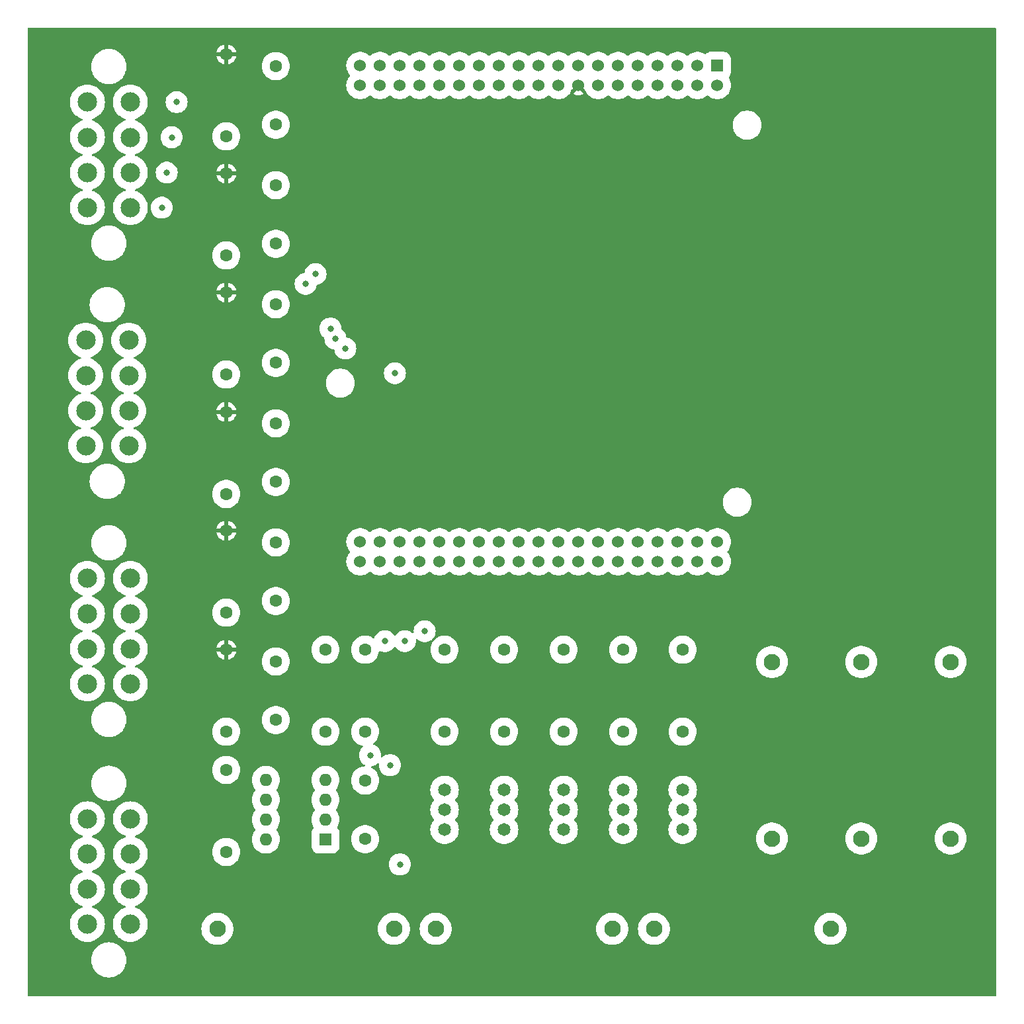
<source format=gbr>
%TF.GenerationSoftware,KiCad,Pcbnew,8.0.6*%
%TF.CreationDate,2025-01-08T12:00:42-04:00*%
%TF.ProjectId,DC,44432e6b-6963-4616-945f-706362585858,rev?*%
%TF.SameCoordinates,Original*%
%TF.FileFunction,Copper,L2,Inr*%
%TF.FilePolarity,Positive*%
%FSLAX46Y46*%
G04 Gerber Fmt 4.6, Leading zero omitted, Abs format (unit mm)*
G04 Created by KiCad (PCBNEW 8.0.6) date 2025-01-08 12:00:42*
%MOMM*%
%LPD*%
G01*
G04 APERTURE LIST*
%TA.AperFunction,ComponentPad*%
%ADD10C,2.100000*%
%TD*%
%TA.AperFunction,ComponentPad*%
%ADD11C,1.651000*%
%TD*%
%TA.AperFunction,ComponentPad*%
%ADD12C,1.600000*%
%TD*%
%TA.AperFunction,ComponentPad*%
%ADD13C,2.475500*%
%TD*%
%TA.AperFunction,ComponentPad*%
%ADD14C,1.524000*%
%TD*%
%TA.AperFunction,ComponentPad*%
%ADD15R,1.524000X1.524000*%
%TD*%
%TA.AperFunction,ComponentPad*%
%ADD16R,1.600000X1.600000*%
%TD*%
%TA.AperFunction,ComponentPad*%
%ADD17O,1.600000X1.600000*%
%TD*%
%TA.AperFunction,ViaPad*%
%ADD18C,0.800000*%
%TD*%
G04 APERTURE END LIST*
D10*
%TO.N,Net-(U7A-VIN)*%
%TO.C,F6*%
X176530000Y-120780000D03*
%TO.N,VCC*%
X176530000Y-143380000D03*
%TD*%
D11*
%TO.N,GND*%
%TO.C,U4*%
X119380000Y-142240000D03*
%TO.N,Net-(U4-D)*%
X119380000Y-139700000D03*
%TO.N,Net-(U4-G)*%
X119380000Y-137160000D03*
%TD*%
D12*
%TO.N,GND*%
%TO.C,C5*%
X90170000Y-44510000D03*
%TO.N,/HazardButton*%
X90170000Y-52010000D03*
%TD*%
%TO.N,/GearSelector*%
%TO.C,C6*%
X90170000Y-67250000D03*
%TO.N,GND*%
X90170000Y-59750000D03*
%TD*%
D13*
%TO.N,/RSignalLightButton*%
%TO.C,a2*%
X71539000Y-62631500D03*
%TO.N,/LSignalLightButton*%
X71539000Y-58130500D03*
%TO.N,/AccelIn*%
X71539000Y-53629500D03*
%TO.N,/BrakePedal*%
X71539000Y-49128500D03*
%TO.N,/HazardButton*%
X66040000Y-49128500D03*
%TO.N,/GearSelector*%
X66040000Y-53629500D03*
%TO.N,unconnected-(a2-Pad7)*%
X66040000Y-58130500D03*
%TO.N,unconnected-(a2-Pad8)*%
X66040000Y-62631500D03*
%TD*%
D12*
%TO.N,GND*%
%TO.C,C1*%
X90170000Y-128210000D03*
%TO.N,/RSignalLightButton*%
X90170000Y-120710000D03*
%TD*%
%TO.N,GND*%
%TO.C,C2*%
X90170000Y-112970000D03*
%TO.N,/LSignalLightButton*%
X90170000Y-105470000D03*
%TD*%
%TO.N,GND*%
%TO.C,C4*%
X90170000Y-74990000D03*
%TO.N,/BrakePedal*%
X90170000Y-82490000D03*
%TD*%
%TO.N,/BrakeLightOut*%
%TO.C,R1*%
X142240000Y-119210000D03*
%TO.N,Net-(U1-G)*%
X142240000Y-129710000D03*
%TD*%
D11*
%TO.N,Net-(U2-G)*%
%TO.C,U2*%
X134620000Y-137160000D03*
%TO.N,Net-(U2-D)*%
X134620000Y-139700000D03*
%TO.N,GND*%
X134620000Y-142240000D03*
%TD*%
D12*
%TO.N,/LSignalLightButton*%
%TO.C,R7*%
X83820000Y-114470000D03*
%TO.N,/+3V3*%
X83820000Y-103970000D03*
%TD*%
D10*
%TO.N,/DRLRightNeg*%
%TO.C,F4*%
X110620000Y-154940000D03*
%TO.N,Net-(U4-D)*%
X133220000Y-154940000D03*
%TD*%
D12*
%TO.N,/AccelIn*%
%TO.C,R8*%
X83820000Y-99279500D03*
%TO.N,/+3V3*%
X83820000Y-88779500D03*
%TD*%
D10*
%TO.N,/BrakeLightNeg*%
%TO.C,F1*%
X165100000Y-143380000D03*
%TO.N,Net-(U1-D)*%
X165100000Y-120780000D03*
%TD*%
D12*
%TO.N,/CAN_H*%
%TO.C,R14*%
X83820000Y-145090000D03*
%TO.N,/CAN_L*%
X83820000Y-134590000D03*
%TD*%
%TO.N,/BrakePedal*%
%TO.C,R9*%
X83820000Y-83990000D03*
%TO.N,/+3V3*%
X83820000Y-73490000D03*
%TD*%
D13*
%TO.N,/DIExtra1*%
%TO.C,a4*%
X71329500Y-93111500D03*
%TO.N,/DIExtra2*%
X71329500Y-88610500D03*
%TO.N,/DOExtra1*%
X71329500Y-84109500D03*
%TO.N,/ThermalShutoff*%
X71329500Y-79608500D03*
%TO.N,/UART_RX*%
X65830500Y-79608500D03*
%TO.N,/UART_TX*%
X65830500Y-84109500D03*
%TO.N,unconnected-(a4-Pad7)*%
X65830500Y-88610500D03*
%TO.N,unconnected-(a4-Pad8)*%
X65830500Y-93111500D03*
%TD*%
D11*
%TO.N,Net-(U3-G)*%
%TO.C,U3*%
X111760000Y-137160000D03*
%TO.N,Net-(U3-D)*%
X111760000Y-139700000D03*
%TO.N,GND*%
X111760000Y-142240000D03*
%TD*%
D12*
%TO.N,GND*%
%TO.C,C3*%
X90170000Y-90230000D03*
%TO.N,/AccelIn*%
X90170000Y-97730000D03*
%TD*%
%TO.N,/GearSelector*%
%TO.C,R11*%
X83820000Y-68750000D03*
%TO.N,/+3V3*%
X83820000Y-58250000D03*
%TD*%
D11*
%TO.N,Net-(U1-G)*%
%TO.C,U1*%
X142240000Y-137160000D03*
%TO.N,Net-(U1-D)*%
X142240000Y-139700000D03*
%TO.N,GND*%
X142240000Y-142240000D03*
%TD*%
D12*
%TO.N,/RSignalLightButton*%
%TO.C,R6*%
X83820000Y-129710000D03*
%TO.N,/+3V3*%
X83820000Y-119210000D03*
%TD*%
%TO.N,/SupBattMonitor*%
%TO.C,R12*%
X96520000Y-129710000D03*
%TO.N,/SupBattery*%
X96520000Y-119210000D03*
%TD*%
%TO.N,GND*%
%TO.C,C7*%
X101600000Y-143450000D03*
%TO.N,/CANTransceiver5V*%
X101600000Y-135950000D03*
%TD*%
D14*
%TO.N,unconnected-(U7B-NC_CN10_38-PadCN10_38)*%
%TO.C,U7*%
X100950000Y-107950000D03*
%TO.N,/UART_RX*%
X100950000Y-105410000D03*
%TO.N,unconnected-(U7B-NC_CN10_36-PadCN10_36)*%
X103490000Y-107950000D03*
%TO.N,/UART_TX*%
X103490000Y-105410000D03*
%TO.N,unconnected-(U7B-PC4-PadCN10_34)*%
X106030000Y-107950000D03*
%TO.N,/ThermalShutoff*%
X106030000Y-105410000D03*
%TO.N,unconnected-(U7B-AGND-PadCN10_32)*%
X108570000Y-107950000D03*
%TO.N,unconnected-(U7B-PB3-PadCN10_31)*%
X108570000Y-105410000D03*
%TO.N,/Reverse*%
X111110000Y-107950000D03*
%TO.N,unconnected-(U7B-PB5-PadCN10_29)*%
X111110000Y-105410000D03*
%TO.N,/Neutral*%
X113650000Y-107950000D03*
%TO.N,unconnected-(U7B-PB4-PadCN10_27)*%
X113650000Y-105410000D03*
%TO.N,/Drive*%
X116190000Y-107950000D03*
%TO.N,/LSignalLightButton*%
X116190000Y-105410000D03*
%TO.N,/RSignalLightButton*%
X118730000Y-107950000D03*
%TO.N,/AccelIn*%
X118730000Y-105410000D03*
%TO.N,/SupBattMonitor*%
X121270000Y-107950000D03*
%TO.N,/BrakePedal*%
X121270000Y-105410000D03*
%TO.N,unconnected-(U7B-GND_CN10_20-PadCN10_20)*%
X123810000Y-107950000D03*
%TO.N,unconnected-(U7B-PC7-PadCN10_19)*%
X123810000Y-105410000D03*
%TO.N,/LSignalLightOut*%
X126350000Y-107950000D03*
%TO.N,unconnected-(U7B-PB6-PadCN10_17)*%
X126350000Y-105410000D03*
%TO.N,/DRLRightOut*%
X128890000Y-107950000D03*
%TO.N,unconnected-(U7B-PB15-PadCN10_15)*%
X128890000Y-105410000D03*
%TO.N,/CAN_RX*%
X131430000Y-107950000D03*
%TO.N,unconnected-(U7B-PB14-PadCN10_13)*%
X131430000Y-105410000D03*
%TO.N,/CAN_TX*%
X133970000Y-107950000D03*
%TO.N,unconnected-(U7B-PB13-PadCN10_11)*%
X133970000Y-105410000D03*
%TO.N,unconnected-(U7B-NC_CN10_10-PadCN10_10)*%
X136510000Y-107950000D03*
%TO.N,GND*%
X136510000Y-105410000D03*
%TO.N,unconnected-(U7B-U5V-PadCN10_8)*%
X139050000Y-107950000D03*
%TO.N,unconnected-(U7B-AVDD-PadCN10_7)*%
X139050000Y-105410000D03*
%TO.N,/DRLLeftOut*%
X141590000Y-107950000D03*
%TO.N,unconnected-(U7B-PB9-PadCN10_5)*%
X141590000Y-105410000D03*
%TO.N,/RSignalLightOut*%
X144130000Y-107950000D03*
%TO.N,unconnected-(U7B-PB8-PadCN10_3)*%
X144130000Y-105410000D03*
%TO.N,/BrakeLightOut*%
X146670000Y-107950000D03*
%TO.N,unconnected-(U7B-PC9-PadCN10_1)*%
X146670000Y-105410000D03*
%TO.N,/HazardButton*%
X100950000Y-46990000D03*
%TO.N,unconnected-(U7A-PC3-PadCN7_37)*%
X100950000Y-44450000D03*
%TO.N,/DOExtra1*%
X103490000Y-46990000D03*
%TO.N,unconnected-(U7A-PC2-PadCN7_35)*%
X103490000Y-44450000D03*
%TO.N,/DIExtra2*%
X106030000Y-46990000D03*
%TO.N,unconnected-(U7A-VBAT-PadCN7_33)*%
X106030000Y-44450000D03*
%TO.N,/DIExtra1*%
X108570000Y-46990000D03*
%TO.N,unconnected-(U7A-PF1-PadCN7_31)*%
X108570000Y-44450000D03*
%TO.N,unconnected-(U7A-PA1-PadCN7_30)*%
X111110000Y-46990000D03*
%TO.N,unconnected-(U7A-PF0-PadCN7_29)*%
X111110000Y-44450000D03*
%TO.N,unconnected-(U7A-PA0-PadCN7_28)*%
X113650000Y-46990000D03*
%TO.N,unconnected-(U7A-PC15-PadCN7_27)*%
X113650000Y-44450000D03*
%TO.N,unconnected-(U7A-NC_CN7_26-PadCN7_26)*%
X116190000Y-46990000D03*
%TO.N,unconnected-(U7A-PC14-PadCN7_25)*%
X116190000Y-44450000D03*
%TO.N,Net-(U7A-VIN)*%
X118730000Y-46990000D03*
%TO.N,unconnected-(U7A-PC13-PadCN7_23)*%
X118730000Y-44450000D03*
%TO.N,GND*%
X121270000Y-46990000D03*
%TO.N,unconnected-(U7A-PB7-PadCN7_21)*%
X121270000Y-44450000D03*
%TO.N,GND*%
X123810000Y-46990000D03*
X123810000Y-44450000D03*
%TO.N,/CANTransceiver5V*%
X126350000Y-46990000D03*
%TO.N,unconnected-(U7A-PA15-PadCN7_17)*%
X126350000Y-44450000D03*
%TO.N,/+3V3*%
X128890000Y-46990000D03*
%TO.N,unconnected-(U7A-PA14-PadCN7_15)*%
X128890000Y-44450000D03*
%TO.N,unconnected-(U7A-~{RESET}-PadCN7_14)*%
X131430000Y-46990000D03*
%TO.N,unconnected-(U7A-PA13-PadCN7_13)*%
X131430000Y-44450000D03*
%TO.N,unconnected-(U7A-IOREF-PadCN7_12)*%
X133970000Y-46990000D03*
%TO.N,unconnected-(U7A-NC_CN7_11-PadCN7_11)*%
X133970000Y-44450000D03*
%TO.N,unconnected-(U7A-NC_CN7_10-PadCN7_10)*%
X136510000Y-46990000D03*
%TO.N,unconnected-(U7A-NC_CN7_9-PadCN7_9)*%
X136510000Y-44450000D03*
%TO.N,GND*%
X139050000Y-46990000D03*
%TO.N,unconnected-(U7A-BOOT0-PadCN7_7)*%
X139050000Y-44450000D03*
%TO.N,unconnected-(U7A-E5V-PadCN7_6)*%
X141590000Y-46990000D03*
%TO.N,unconnected-(U7A-VDD-PadCN7_5)*%
X141590000Y-44450000D03*
%TO.N,unconnected-(U7A-PD2-PadCN7_4)*%
X144130000Y-46990000D03*
%TO.N,unconnected-(U7A-PC12-PadCN7_3)*%
X144130000Y-44450000D03*
%TO.N,unconnected-(U7A-PC11-PadCN7_2)*%
X146670000Y-46990000D03*
D15*
%TO.N,unconnected-(U7A-PC10-PadCN7_1)*%
X146670000Y-44450000D03*
%TD*%
D12*
%TO.N,/RSignalLightOut*%
%TO.C,R2*%
X134620000Y-119210000D03*
%TO.N,Net-(U2-G)*%
X134620000Y-129710000D03*
%TD*%
%TO.N,GND*%
%TO.C,R13*%
X101600000Y-129710000D03*
%TO.N,/SupBattMonitor*%
X101600000Y-119210000D03*
%TD*%
D13*
%TO.N,/BrakeLightNeg*%
%TO.C,a1*%
X71539000Y-154361000D03*
%TO.N,/RSignalLightNeg*%
X71539000Y-149860000D03*
%TO.N,/LSignalLightNeg*%
X71539000Y-145359000D03*
%TO.N,/DRLRightNeg*%
X71539000Y-140858000D03*
%TO.N,/DRLLeftNeg*%
X66040000Y-140858000D03*
%TO.N,GND*%
X66040000Y-145359000D03*
X66040000Y-149860000D03*
X66040000Y-154361000D03*
%TD*%
D16*
%TO.N,/CAN_TX*%
%TO.C,U6*%
X96520000Y-143500000D03*
D17*
%TO.N,GND*%
X96520000Y-140960000D03*
%TO.N,/CANTransceiver5V*%
X96520000Y-138420000D03*
%TO.N,/CAN_RX*%
X96520000Y-135880000D03*
%TO.N,unconnected-(U6-Vref-Pad5)*%
X88900000Y-135880000D03*
%TO.N,/CAN_L*%
X88900000Y-138420000D03*
%TO.N,/CAN_H*%
X88900000Y-140960000D03*
%TO.N,GND*%
X88900000Y-143500000D03*
%TD*%
D12*
%TO.N,Net-(U5-G)*%
%TO.C,R5*%
X127000000Y-129710000D03*
%TO.N,/DRLLeftOut*%
X127000000Y-119210000D03*
%TD*%
D10*
%TO.N,/RSignalLightNeg*%
%TO.C,F2*%
X153670000Y-143380000D03*
%TO.N,Net-(U2-D)*%
X153670000Y-120780000D03*
%TD*%
D12*
%TO.N,/LSignalLightOut*%
%TO.C,R3*%
X111760000Y-119210000D03*
%TO.N,Net-(U3-G)*%
X111760000Y-129710000D03*
%TD*%
%TO.N,Net-(U4-G)*%
%TO.C,R4*%
X119380000Y-129710000D03*
%TO.N,/DRLRightOut*%
X119380000Y-119210000D03*
%TD*%
%TO.N,/HazardButton*%
%TO.C,R10*%
X83820000Y-53510000D03*
%TO.N,/+3V3*%
X83820000Y-43010000D03*
%TD*%
D11*
%TO.N,GND*%
%TO.C,U5*%
X127000000Y-142240000D03*
%TO.N,Net-(U5-D)*%
X127000000Y-139700000D03*
%TO.N,Net-(U5-G)*%
X127000000Y-137160000D03*
%TD*%
D10*
%TO.N,Net-(U3-D)*%
%TO.C,F3*%
X105280000Y-154940000D03*
%TO.N,/LSignalLightNeg*%
X82680000Y-154940000D03*
%TD*%
%TO.N,Net-(U5-D)*%
%TO.C,F5*%
X161160000Y-154940000D03*
%TO.N,/DRLLeftNeg*%
X138560000Y-154940000D03*
%TD*%
D13*
%TO.N,/SupBattery*%
%TO.C,a3*%
X71539000Y-123591500D03*
%TO.N,/Drive*%
X71539000Y-119090500D03*
%TO.N,/Neutral*%
X71539000Y-114589500D03*
%TO.N,/Reverse*%
X71539000Y-110088500D03*
%TO.N,/CAN_L*%
X66040000Y-110088500D03*
%TO.N,/CAN_H*%
X66040000Y-114589500D03*
%TO.N,VCC*%
X66040000Y-119090500D03*
%TO.N,GND*%
X66040000Y-123591500D03*
%TD*%
D18*
%TO.N,/LSignalLightButton*%
X76200000Y-58130500D03*
%TO.N,/RSignalLightButton*%
X75565000Y-62631500D03*
%TO.N,/AccelIn*%
X76835000Y-53629500D03*
%TO.N,/BrakePedal*%
X77470000Y-49128500D03*
%TO.N,/CAN_TX*%
X106045000Y-146685000D03*
%TO.N,/CANTransceiver5V*%
X104775000Y-133985000D03*
%TO.N,/CAN_RX*%
X102235000Y-132715000D03*
X104140000Y-118110000D03*
%TO.N,/CAN_TX*%
X106680000Y-118110000D03*
%TO.N,/CANTransceiver5V*%
X109220000Y-116840000D03*
%TO.N,/UART_RX*%
X93980000Y-72390000D03*
%TO.N,/UART_TX*%
X95250000Y-71120000D03*
%TO.N,/DOExtra1*%
X97155000Y-78105000D03*
%TO.N,/DIExtra2*%
X97790000Y-79375000D03*
%TO.N,/DIExtra1*%
X99060000Y-80645000D03*
%TO.N,/ThermalShutoff*%
X105410000Y-83820000D03*
%TD*%
%TA.AperFunction,Conductor*%
%TO.N,/+3V3*%
G36*
X182322539Y-39620185D02*
G01*
X182368294Y-39672989D01*
X182379500Y-39724500D01*
X182379500Y-163475500D01*
X182359815Y-163542539D01*
X182307011Y-163588294D01*
X182255500Y-163599500D01*
X58504500Y-163599500D01*
X58437461Y-163579815D01*
X58391706Y-163527011D01*
X58380500Y-163475500D01*
X58380500Y-158778702D01*
X66538893Y-158778702D01*
X66538893Y-159040297D01*
X66544538Y-159115618D01*
X66583523Y-159374262D01*
X66600331Y-159447902D01*
X66600337Y-159447923D01*
X66677430Y-159697848D01*
X66677432Y-159697855D01*
X66705025Y-159768162D01*
X66705032Y-159768176D01*
X66818517Y-160003829D01*
X66856292Y-160069258D01*
X67003631Y-160285365D01*
X67003636Y-160285372D01*
X67050741Y-160344439D01*
X67050742Y-160344440D01*
X67211041Y-160517200D01*
X67228640Y-160536168D01*
X67284024Y-160587557D01*
X67488516Y-160750634D01*
X67550939Y-160793193D01*
X67649917Y-160850338D01*
X67777439Y-160923964D01*
X67777444Y-160923966D01*
X67777452Y-160923971D01*
X67845525Y-160956753D01*
X67845544Y-160956760D01*
X67845550Y-160956763D01*
X68088986Y-161052304D01*
X68088991Y-161052305D01*
X68089000Y-161052309D01*
X68161193Y-161074578D01*
X68416191Y-161132780D01*
X68490900Y-161144041D01*
X68490906Y-161144041D01*
X68490910Y-161144042D01*
X68751704Y-161163586D01*
X68751720Y-161163586D01*
X68751724Y-161163587D01*
X68751726Y-161163587D01*
X68827274Y-161163587D01*
X68827276Y-161163587D01*
X68827279Y-161163586D01*
X68827295Y-161163586D01*
X69088089Y-161144042D01*
X69088091Y-161144041D01*
X69088100Y-161144041D01*
X69162809Y-161132780D01*
X69417807Y-161074578D01*
X69490000Y-161052309D01*
X69733475Y-160956753D01*
X69801548Y-160923971D01*
X70028061Y-160793193D01*
X70090484Y-160750634D01*
X70294976Y-160587557D01*
X70350360Y-160536168D01*
X70528263Y-160344434D01*
X70575369Y-160285365D01*
X70722708Y-160069258D01*
X70760483Y-160003829D01*
X70873968Y-159768176D01*
X70873971Y-159768167D01*
X70873974Y-159768162D01*
X70901567Y-159697855D01*
X70901571Y-159697846D01*
X70978666Y-159447911D01*
X70995478Y-159374253D01*
X71034461Y-159115619D01*
X71040107Y-159040278D01*
X71040107Y-158778722D01*
X71034461Y-158703381D01*
X70995478Y-158444747D01*
X70978666Y-158371089D01*
X70901571Y-158121154D01*
X70899433Y-158115708D01*
X70873974Y-158050837D01*
X70760484Y-157815174D01*
X70760483Y-157815171D01*
X70722708Y-157749742D01*
X70575369Y-157533635D01*
X70528263Y-157474566D01*
X70528261Y-157474564D01*
X70528258Y-157474560D01*
X70528257Y-157474559D01*
X70350371Y-157282844D01*
X70350360Y-157282832D01*
X70294976Y-157231443D01*
X70090484Y-157068366D01*
X70028061Y-157025807D01*
X69966908Y-156990500D01*
X69801560Y-156895035D01*
X69801548Y-156895029D01*
X69733475Y-156862247D01*
X69733470Y-156862245D01*
X69733449Y-156862236D01*
X69490013Y-156766695D01*
X69484071Y-156764862D01*
X69417807Y-156744422D01*
X69417801Y-156744420D01*
X69417799Y-156744420D01*
X69162814Y-156686221D01*
X69162812Y-156686220D01*
X69162809Y-156686220D01*
X69132291Y-156681620D01*
X69088109Y-156674960D01*
X69088089Y-156674957D01*
X68827295Y-156655413D01*
X68827276Y-156655413D01*
X68751724Y-156655413D01*
X68751704Y-156655413D01*
X68490910Y-156674957D01*
X68490890Y-156674960D01*
X68428031Y-156684435D01*
X68416191Y-156686220D01*
X68416189Y-156686220D01*
X68416185Y-156686221D01*
X68161200Y-156744420D01*
X68161194Y-156744421D01*
X68161193Y-156744422D01*
X68137128Y-156751845D01*
X68088986Y-156766695D01*
X67845550Y-156862236D01*
X67845529Y-156862245D01*
X67777439Y-156895035D01*
X67550957Y-157025796D01*
X67550933Y-157025811D01*
X67488514Y-157068367D01*
X67284023Y-157231443D01*
X67284012Y-157231453D01*
X67228652Y-157282820D01*
X67228628Y-157282844D01*
X67050742Y-157474559D01*
X67050741Y-157474560D01*
X67003636Y-157533627D01*
X67003631Y-157533635D01*
X66856292Y-157749742D01*
X66856288Y-157749749D01*
X66856286Y-157749751D01*
X66818515Y-157815174D01*
X66705025Y-158050837D01*
X66677432Y-158121144D01*
X66677430Y-158121151D01*
X66600337Y-158371076D01*
X66600331Y-158371097D01*
X66583523Y-158444737D01*
X66544538Y-158703381D01*
X66538893Y-158778702D01*
X58380500Y-158778702D01*
X58380500Y-140857992D01*
X63796947Y-140857992D01*
X63796947Y-140858007D01*
X63816135Y-141150760D01*
X63816136Y-141150770D01*
X63816137Y-141150777D01*
X63873377Y-141438545D01*
X63873379Y-141438552D01*
X63873381Y-141438558D01*
X63967685Y-141716371D01*
X63967689Y-141716381D01*
X64097455Y-141979519D01*
X64097462Y-141979532D01*
X64135485Y-142036437D01*
X64259414Y-142221910D01*
X64260467Y-142223485D01*
X64453921Y-142444078D01*
X64587441Y-142561171D01*
X64674516Y-142637534D01*
X64918473Y-142800541D01*
X64969063Y-142825489D01*
X65181618Y-142930310D01*
X65181628Y-142930314D01*
X65360642Y-142991081D01*
X65417797Y-143031270D01*
X65444150Y-143095979D01*
X65431336Y-143164663D01*
X65383422Y-143215516D01*
X65360643Y-143225919D01*
X65181625Y-143286687D01*
X65181604Y-143286696D01*
X64918483Y-143416453D01*
X64918468Y-143416462D01*
X64674514Y-143579467D01*
X64453921Y-143772921D01*
X64260467Y-143993514D01*
X64097462Y-144237468D01*
X64097453Y-144237483D01*
X63967696Y-144500604D01*
X63967687Y-144500625D01*
X63873379Y-144778446D01*
X63873376Y-144778460D01*
X63816139Y-145066212D01*
X63816135Y-145066239D01*
X63796947Y-145358992D01*
X63796947Y-145359007D01*
X63816135Y-145651760D01*
X63816136Y-145651770D01*
X63816137Y-145651777D01*
X63873377Y-145939545D01*
X63873379Y-145939552D01*
X63873381Y-145939558D01*
X63967685Y-146217371D01*
X63967689Y-146217381D01*
X64097455Y-146480519D01*
X64097462Y-146480532D01*
X64260467Y-146724485D01*
X64453921Y-146945078D01*
X64626183Y-147096147D01*
X64674516Y-147138534D01*
X64918473Y-147301541D01*
X65024541Y-147353848D01*
X65181618Y-147431310D01*
X65181628Y-147431314D01*
X65360642Y-147492081D01*
X65417797Y-147532270D01*
X65444150Y-147596979D01*
X65431336Y-147665663D01*
X65383422Y-147716516D01*
X65360643Y-147726919D01*
X65181625Y-147787687D01*
X65181604Y-147787696D01*
X64918483Y-147917453D01*
X64918468Y-147917462D01*
X64674514Y-148080467D01*
X64453921Y-148273921D01*
X64260467Y-148494514D01*
X64097462Y-148738468D01*
X64097453Y-148738483D01*
X63967696Y-149001604D01*
X63967687Y-149001625D01*
X63873379Y-149279446D01*
X63873376Y-149279460D01*
X63816139Y-149567212D01*
X63816135Y-149567239D01*
X63796947Y-149859992D01*
X63796947Y-149860007D01*
X63816135Y-150152760D01*
X63816136Y-150152770D01*
X63816137Y-150152777D01*
X63873377Y-150440545D01*
X63873379Y-150440552D01*
X63873381Y-150440558D01*
X63967685Y-150718371D01*
X63967689Y-150718381D01*
X64097455Y-150981519D01*
X64097462Y-150981532D01*
X64260467Y-151225485D01*
X64453921Y-151446078D01*
X64626183Y-151597147D01*
X64674516Y-151639534D01*
X64918473Y-151802541D01*
X65046175Y-151865516D01*
X65181618Y-151932310D01*
X65181628Y-151932314D01*
X65360642Y-151993081D01*
X65417797Y-152033270D01*
X65444150Y-152097979D01*
X65431336Y-152166663D01*
X65383422Y-152217516D01*
X65360643Y-152227919D01*
X65181625Y-152288687D01*
X65181604Y-152288696D01*
X64918483Y-152418453D01*
X64918468Y-152418462D01*
X64674514Y-152581467D01*
X64453921Y-152774921D01*
X64260467Y-152995514D01*
X64097462Y-153239468D01*
X64097453Y-153239483D01*
X63967696Y-153502604D01*
X63967687Y-153502625D01*
X63873379Y-153780446D01*
X63873376Y-153780460D01*
X63816139Y-154068212D01*
X63816135Y-154068239D01*
X63796947Y-154360992D01*
X63796947Y-154361007D01*
X63816135Y-154653760D01*
X63816136Y-154653770D01*
X63816137Y-154653777D01*
X63873377Y-154941545D01*
X63873379Y-154941552D01*
X63873381Y-154941558D01*
X63967685Y-155219371D01*
X63967689Y-155219381D01*
X64097455Y-155482519D01*
X64097462Y-155482532D01*
X64260467Y-155726485D01*
X64453921Y-155947078D01*
X64626183Y-156098147D01*
X64674516Y-156140534D01*
X64918473Y-156303541D01*
X65046175Y-156366516D01*
X65181618Y-156433310D01*
X65181628Y-156433314D01*
X65380496Y-156500820D01*
X65459455Y-156527623D01*
X65747223Y-156584863D01*
X65775339Y-156586705D01*
X66039993Y-156604053D01*
X66040000Y-156604053D01*
X66040007Y-156604053D01*
X66274390Y-156588689D01*
X66332777Y-156584863D01*
X66620545Y-156527623D01*
X66807718Y-156464086D01*
X66898371Y-156433314D01*
X66898381Y-156433310D01*
X67161527Y-156303541D01*
X67405484Y-156140534D01*
X67626078Y-155947078D01*
X67819534Y-155726484D01*
X67982541Y-155482527D01*
X68112311Y-155219379D01*
X68206623Y-154941545D01*
X68263863Y-154653777D01*
X68267689Y-154595390D01*
X68283053Y-154361007D01*
X68283053Y-154360992D01*
X68263864Y-154068239D01*
X68263863Y-154068223D01*
X68206623Y-153780455D01*
X68112311Y-153502621D01*
X68112303Y-153502604D01*
X67982546Y-153239483D01*
X67982537Y-153239468D01*
X67980341Y-153236182D01*
X67819534Y-152995516D01*
X67760058Y-152927697D01*
X67626078Y-152774921D01*
X67405485Y-152581467D01*
X67161532Y-152418462D01*
X67161529Y-152418460D01*
X67161527Y-152418459D01*
X67161515Y-152418453D01*
X66898381Y-152288689D01*
X66898371Y-152288685D01*
X66719358Y-152227919D01*
X66662203Y-152187730D01*
X66635850Y-152123021D01*
X66648664Y-152054337D01*
X66696578Y-152003484D01*
X66719358Y-151993081D01*
X66898371Y-151932314D01*
X66898381Y-151932310D01*
X67161527Y-151802541D01*
X67405484Y-151639534D01*
X67626078Y-151446078D01*
X67819534Y-151225484D01*
X67982541Y-150981527D01*
X68112311Y-150718379D01*
X68206623Y-150440545D01*
X68263863Y-150152777D01*
X68283053Y-149860000D01*
X68283053Y-149859992D01*
X68263864Y-149567239D01*
X68263863Y-149567223D01*
X68206623Y-149279455D01*
X68112311Y-149001621D01*
X68112303Y-149001604D01*
X67982546Y-148738483D01*
X67982537Y-148738468D01*
X67980341Y-148735182D01*
X67819534Y-148494516D01*
X67777147Y-148446183D01*
X67626078Y-148273921D01*
X67405485Y-148080467D01*
X67355844Y-148047298D01*
X67243056Y-147971935D01*
X67161532Y-147917462D01*
X67161529Y-147917460D01*
X67161527Y-147917459D01*
X67161515Y-147917453D01*
X66898381Y-147787689D01*
X66898371Y-147787685D01*
X66719358Y-147726919D01*
X66662203Y-147686730D01*
X66635850Y-147622021D01*
X66648664Y-147553337D01*
X66696578Y-147502484D01*
X66719358Y-147492081D01*
X66898371Y-147431314D01*
X66898381Y-147431310D01*
X67161527Y-147301541D01*
X67405484Y-147138534D01*
X67626078Y-146945078D01*
X67819534Y-146724484D01*
X67982541Y-146480527D01*
X68112311Y-146217379D01*
X68206623Y-145939545D01*
X68263863Y-145651777D01*
X68280493Y-145398061D01*
X68283053Y-145359007D01*
X68283053Y-145358992D01*
X68263864Y-145066239D01*
X68263863Y-145066223D01*
X68206623Y-144778455D01*
X68112311Y-144500621D01*
X68100866Y-144477413D01*
X67982546Y-144237483D01*
X67982537Y-144237468D01*
X67845378Y-144032195D01*
X67819534Y-143993516D01*
X67704123Y-143861915D01*
X67626078Y-143772921D01*
X67405485Y-143579467D01*
X67161532Y-143416462D01*
X67161529Y-143416460D01*
X67161527Y-143416459D01*
X67146933Y-143409262D01*
X66898381Y-143286689D01*
X66898371Y-143286685D01*
X66719358Y-143225919D01*
X66662203Y-143185730D01*
X66635850Y-143121021D01*
X66648664Y-143052337D01*
X66696578Y-143001484D01*
X66719358Y-142991081D01*
X66898371Y-142930314D01*
X66898381Y-142930310D01*
X67161527Y-142800541D01*
X67405484Y-142637534D01*
X67626078Y-142444078D01*
X67819534Y-142223484D01*
X67982541Y-141979527D01*
X68112311Y-141716379D01*
X68206623Y-141438545D01*
X68263863Y-141150777D01*
X68274105Y-140994522D01*
X68283053Y-140858007D01*
X68283053Y-140857992D01*
X69295947Y-140857992D01*
X69295947Y-140858007D01*
X69315135Y-141150760D01*
X69315136Y-141150770D01*
X69315137Y-141150777D01*
X69372377Y-141438545D01*
X69372379Y-141438552D01*
X69372381Y-141438558D01*
X69466685Y-141716371D01*
X69466689Y-141716381D01*
X69596455Y-141979519D01*
X69596462Y-141979532D01*
X69634485Y-142036437D01*
X69758414Y-142221910D01*
X69759467Y-142223485D01*
X69952921Y-142444078D01*
X70086441Y-142561171D01*
X70173516Y-142637534D01*
X70417473Y-142800541D01*
X70468063Y-142825489D01*
X70680618Y-142930310D01*
X70680628Y-142930314D01*
X70859642Y-142991081D01*
X70916797Y-143031270D01*
X70943150Y-143095979D01*
X70930336Y-143164663D01*
X70882422Y-143215516D01*
X70859643Y-143225919D01*
X70680625Y-143286687D01*
X70680604Y-143286696D01*
X70417483Y-143416453D01*
X70417468Y-143416462D01*
X70173514Y-143579467D01*
X69952921Y-143772921D01*
X69759467Y-143993514D01*
X69596462Y-144237468D01*
X69596453Y-144237483D01*
X69466696Y-144500604D01*
X69466687Y-144500625D01*
X69372379Y-144778446D01*
X69372376Y-144778460D01*
X69315139Y-145066212D01*
X69315135Y-145066239D01*
X69295947Y-145358992D01*
X69295947Y-145359007D01*
X69315135Y-145651760D01*
X69315136Y-145651770D01*
X69315137Y-145651777D01*
X69372377Y-145939545D01*
X69372379Y-145939552D01*
X69372381Y-145939558D01*
X69466685Y-146217371D01*
X69466689Y-146217381D01*
X69596455Y-146480519D01*
X69596462Y-146480532D01*
X69759467Y-146724485D01*
X69952921Y-146945078D01*
X70125183Y-147096147D01*
X70173516Y-147138534D01*
X70417473Y-147301541D01*
X70523541Y-147353848D01*
X70680618Y-147431310D01*
X70680628Y-147431314D01*
X70859642Y-147492081D01*
X70916797Y-147532270D01*
X70943150Y-147596979D01*
X70930336Y-147665663D01*
X70882422Y-147716516D01*
X70859643Y-147726919D01*
X70680625Y-147787687D01*
X70680604Y-147787696D01*
X70417483Y-147917453D01*
X70417468Y-147917462D01*
X70173514Y-148080467D01*
X69952921Y-148273921D01*
X69759467Y-148494514D01*
X69596462Y-148738468D01*
X69596453Y-148738483D01*
X69466696Y-149001604D01*
X69466687Y-149001625D01*
X69372379Y-149279446D01*
X69372376Y-149279460D01*
X69315139Y-149567212D01*
X69315135Y-149567239D01*
X69295947Y-149859992D01*
X69295947Y-149860007D01*
X69315135Y-150152760D01*
X69315136Y-150152770D01*
X69315137Y-150152777D01*
X69372377Y-150440545D01*
X69372379Y-150440552D01*
X69372381Y-150440558D01*
X69466685Y-150718371D01*
X69466689Y-150718381D01*
X69596455Y-150981519D01*
X69596462Y-150981532D01*
X69759467Y-151225485D01*
X69952921Y-151446078D01*
X70125183Y-151597147D01*
X70173516Y-151639534D01*
X70417473Y-151802541D01*
X70545175Y-151865516D01*
X70680618Y-151932310D01*
X70680628Y-151932314D01*
X70859642Y-151993081D01*
X70916797Y-152033270D01*
X70943150Y-152097979D01*
X70930336Y-152166663D01*
X70882422Y-152217516D01*
X70859643Y-152227919D01*
X70680625Y-152288687D01*
X70680604Y-152288696D01*
X70417483Y-152418453D01*
X70417468Y-152418462D01*
X70173514Y-152581467D01*
X69952921Y-152774921D01*
X69759467Y-152995514D01*
X69596462Y-153239468D01*
X69596453Y-153239483D01*
X69466696Y-153502604D01*
X69466687Y-153502625D01*
X69372379Y-153780446D01*
X69372376Y-153780460D01*
X69315139Y-154068212D01*
X69315135Y-154068239D01*
X69295947Y-154360992D01*
X69295947Y-154361007D01*
X69315135Y-154653760D01*
X69315136Y-154653770D01*
X69315137Y-154653777D01*
X69372377Y-154941545D01*
X69372379Y-154941552D01*
X69372381Y-154941558D01*
X69466685Y-155219371D01*
X69466689Y-155219381D01*
X69596455Y-155482519D01*
X69596462Y-155482532D01*
X69759467Y-155726485D01*
X69952921Y-155947078D01*
X70125183Y-156098147D01*
X70173516Y-156140534D01*
X70417473Y-156303541D01*
X70545175Y-156366516D01*
X70680618Y-156433310D01*
X70680628Y-156433314D01*
X70879496Y-156500820D01*
X70958455Y-156527623D01*
X71246223Y-156584863D01*
X71274339Y-156586705D01*
X71538993Y-156604053D01*
X71539000Y-156604053D01*
X71539007Y-156604053D01*
X71773390Y-156588689D01*
X71831777Y-156584863D01*
X72119545Y-156527623D01*
X72306718Y-156464086D01*
X72397371Y-156433314D01*
X72397381Y-156433310D01*
X72660527Y-156303541D01*
X72904484Y-156140534D01*
X73125078Y-155947078D01*
X73318534Y-155726484D01*
X73481541Y-155482527D01*
X73611311Y-155219379D01*
X73705623Y-154941545D01*
X73705930Y-154940000D01*
X80624709Y-154940000D01*
X80643851Y-155219862D01*
X80643852Y-155219864D01*
X80700921Y-155494499D01*
X80700926Y-155494516D01*
X80794863Y-155758828D01*
X80794864Y-155758830D01*
X80923919Y-156007896D01*
X81085688Y-156237069D01*
X81085692Y-156237073D01*
X81085692Y-156237074D01*
X81147768Y-156303541D01*
X81277155Y-156442081D01*
X81494754Y-156619111D01*
X81494756Y-156619112D01*
X81494757Y-156619113D01*
X81734433Y-156764863D01*
X81943257Y-156855567D01*
X81991725Y-156876620D01*
X82261839Y-156952303D01*
X82506159Y-156985884D01*
X82539741Y-156990500D01*
X82539742Y-156990500D01*
X82820259Y-156990500D01*
X82850219Y-156986381D01*
X83098161Y-156952303D01*
X83368275Y-156876620D01*
X83625568Y-156764862D01*
X83865246Y-156619111D01*
X84082845Y-156442081D01*
X84274312Y-156237069D01*
X84436081Y-156007896D01*
X84565136Y-155758830D01*
X84659075Y-155494511D01*
X84659076Y-155494504D01*
X84659078Y-155494499D01*
X84685571Y-155367005D01*
X84716148Y-155219862D01*
X84735291Y-154940000D01*
X103224709Y-154940000D01*
X103243851Y-155219862D01*
X103243852Y-155219864D01*
X103300921Y-155494499D01*
X103300926Y-155494516D01*
X103394863Y-155758828D01*
X103394864Y-155758830D01*
X103523919Y-156007896D01*
X103685688Y-156237069D01*
X103685692Y-156237073D01*
X103685692Y-156237074D01*
X103747768Y-156303541D01*
X103877155Y-156442081D01*
X104094754Y-156619111D01*
X104094756Y-156619112D01*
X104094757Y-156619113D01*
X104334433Y-156764863D01*
X104543257Y-156855567D01*
X104591725Y-156876620D01*
X104861839Y-156952303D01*
X105106159Y-156985884D01*
X105139741Y-156990500D01*
X105139742Y-156990500D01*
X105420259Y-156990500D01*
X105450219Y-156986381D01*
X105698161Y-156952303D01*
X105968275Y-156876620D01*
X106225568Y-156764862D01*
X106465246Y-156619111D01*
X106682845Y-156442081D01*
X106874312Y-156237069D01*
X107036081Y-156007896D01*
X107165136Y-155758830D01*
X107259075Y-155494511D01*
X107259076Y-155494504D01*
X107259078Y-155494499D01*
X107285571Y-155367005D01*
X107316148Y-155219862D01*
X107335291Y-154940000D01*
X108564709Y-154940000D01*
X108583851Y-155219862D01*
X108583852Y-155219864D01*
X108640921Y-155494499D01*
X108640926Y-155494516D01*
X108734863Y-155758828D01*
X108734864Y-155758830D01*
X108863919Y-156007896D01*
X109025688Y-156237069D01*
X109025692Y-156237073D01*
X109025692Y-156237074D01*
X109087768Y-156303541D01*
X109217155Y-156442081D01*
X109434754Y-156619111D01*
X109434756Y-156619112D01*
X109434757Y-156619113D01*
X109674433Y-156764863D01*
X109883257Y-156855567D01*
X109931725Y-156876620D01*
X110201839Y-156952303D01*
X110446159Y-156985884D01*
X110479741Y-156990500D01*
X110479742Y-156990500D01*
X110760259Y-156990500D01*
X110790219Y-156986381D01*
X111038161Y-156952303D01*
X111308275Y-156876620D01*
X111565568Y-156764862D01*
X111805246Y-156619111D01*
X112022845Y-156442081D01*
X112214312Y-156237069D01*
X112376081Y-156007896D01*
X112505136Y-155758830D01*
X112599075Y-155494511D01*
X112599076Y-155494504D01*
X112599078Y-155494499D01*
X112625571Y-155367005D01*
X112656148Y-155219862D01*
X112675291Y-154940000D01*
X131164709Y-154940000D01*
X131183851Y-155219862D01*
X131183852Y-155219864D01*
X131240921Y-155494499D01*
X131240926Y-155494516D01*
X131334863Y-155758828D01*
X131334864Y-155758830D01*
X131463919Y-156007896D01*
X131625688Y-156237069D01*
X131625692Y-156237073D01*
X131625692Y-156237074D01*
X131687768Y-156303541D01*
X131817155Y-156442081D01*
X132034754Y-156619111D01*
X132034756Y-156619112D01*
X132034757Y-156619113D01*
X132274433Y-156764863D01*
X132483257Y-156855567D01*
X132531725Y-156876620D01*
X132801839Y-156952303D01*
X133046159Y-156985884D01*
X133079741Y-156990500D01*
X133079742Y-156990500D01*
X133360259Y-156990500D01*
X133390219Y-156986381D01*
X133638161Y-156952303D01*
X133908275Y-156876620D01*
X134165568Y-156764862D01*
X134405246Y-156619111D01*
X134622845Y-156442081D01*
X134814312Y-156237069D01*
X134976081Y-156007896D01*
X135105136Y-155758830D01*
X135199075Y-155494511D01*
X135199076Y-155494504D01*
X135199078Y-155494499D01*
X135225571Y-155367005D01*
X135256148Y-155219862D01*
X135275291Y-154940000D01*
X136504709Y-154940000D01*
X136523851Y-155219862D01*
X136523852Y-155219864D01*
X136580921Y-155494499D01*
X136580926Y-155494516D01*
X136674863Y-155758828D01*
X136674864Y-155758830D01*
X136803919Y-156007896D01*
X136965688Y-156237069D01*
X136965692Y-156237073D01*
X136965692Y-156237074D01*
X137027768Y-156303541D01*
X137157155Y-156442081D01*
X137374754Y-156619111D01*
X137374756Y-156619112D01*
X137374757Y-156619113D01*
X137614433Y-156764863D01*
X137823257Y-156855567D01*
X137871725Y-156876620D01*
X138141839Y-156952303D01*
X138386159Y-156985884D01*
X138419741Y-156990500D01*
X138419742Y-156990500D01*
X138700259Y-156990500D01*
X138730219Y-156986381D01*
X138978161Y-156952303D01*
X139248275Y-156876620D01*
X139505568Y-156764862D01*
X139745246Y-156619111D01*
X139962845Y-156442081D01*
X140154312Y-156237069D01*
X140316081Y-156007896D01*
X140445136Y-155758830D01*
X140539075Y-155494511D01*
X140539076Y-155494504D01*
X140539078Y-155494499D01*
X140565571Y-155367005D01*
X140596148Y-155219862D01*
X140615291Y-154940000D01*
X159104709Y-154940000D01*
X159123851Y-155219862D01*
X159123852Y-155219864D01*
X159180921Y-155494499D01*
X159180926Y-155494516D01*
X159274863Y-155758828D01*
X159274864Y-155758830D01*
X159403919Y-156007896D01*
X159565688Y-156237069D01*
X159565692Y-156237073D01*
X159565692Y-156237074D01*
X159627768Y-156303541D01*
X159757155Y-156442081D01*
X159974754Y-156619111D01*
X159974756Y-156619112D01*
X159974757Y-156619113D01*
X160214433Y-156764863D01*
X160423257Y-156855567D01*
X160471725Y-156876620D01*
X160741839Y-156952303D01*
X160986159Y-156985884D01*
X161019741Y-156990500D01*
X161019742Y-156990500D01*
X161300259Y-156990500D01*
X161330219Y-156986381D01*
X161578161Y-156952303D01*
X161848275Y-156876620D01*
X162105568Y-156764862D01*
X162345246Y-156619111D01*
X162562845Y-156442081D01*
X162754312Y-156237069D01*
X162916081Y-156007896D01*
X163045136Y-155758830D01*
X163139075Y-155494511D01*
X163139076Y-155494504D01*
X163139078Y-155494499D01*
X163165571Y-155367005D01*
X163196148Y-155219862D01*
X163215291Y-154940000D01*
X163196148Y-154660138D01*
X163176443Y-154565315D01*
X163139078Y-154385500D01*
X163139073Y-154385483D01*
X163045136Y-154121171D01*
X163045136Y-154121170D01*
X162916081Y-153872104D01*
X162754312Y-153642931D01*
X162754307Y-153642925D01*
X162562845Y-153437919D01*
X162345242Y-153260886D01*
X162105566Y-153115136D01*
X161848276Y-153003380D01*
X161578166Y-152927698D01*
X161578162Y-152927697D01*
X161578161Y-152927697D01*
X161439209Y-152908598D01*
X161300259Y-152889500D01*
X161300258Y-152889500D01*
X161019742Y-152889500D01*
X161019741Y-152889500D01*
X160741839Y-152927697D01*
X160741833Y-152927698D01*
X160471723Y-153003380D01*
X160214433Y-153115136D01*
X159974757Y-153260886D01*
X159757154Y-153437919D01*
X159565692Y-153642925D01*
X159565692Y-153642926D01*
X159403919Y-153872103D01*
X159274863Y-154121171D01*
X159180926Y-154385483D01*
X159180921Y-154385500D01*
X159123852Y-154660135D01*
X159123851Y-154660137D01*
X159104709Y-154940000D01*
X140615291Y-154940000D01*
X140596148Y-154660138D01*
X140576443Y-154565315D01*
X140539078Y-154385500D01*
X140539073Y-154385483D01*
X140445136Y-154121171D01*
X140445136Y-154121170D01*
X140316081Y-153872104D01*
X140154312Y-153642931D01*
X140154307Y-153642925D01*
X139962845Y-153437919D01*
X139745242Y-153260886D01*
X139505566Y-153115136D01*
X139248276Y-153003380D01*
X138978166Y-152927698D01*
X138978162Y-152927697D01*
X138978161Y-152927697D01*
X138839209Y-152908598D01*
X138700259Y-152889500D01*
X138700258Y-152889500D01*
X138419742Y-152889500D01*
X138419741Y-152889500D01*
X138141839Y-152927697D01*
X138141833Y-152927698D01*
X137871723Y-153003380D01*
X137614433Y-153115136D01*
X137374757Y-153260886D01*
X137157154Y-153437919D01*
X136965692Y-153642925D01*
X136965692Y-153642926D01*
X136803919Y-153872103D01*
X136674863Y-154121171D01*
X136580926Y-154385483D01*
X136580921Y-154385500D01*
X136523852Y-154660135D01*
X136523851Y-154660137D01*
X136504709Y-154940000D01*
X135275291Y-154940000D01*
X135256148Y-154660138D01*
X135236443Y-154565315D01*
X135199078Y-154385500D01*
X135199073Y-154385483D01*
X135105136Y-154121171D01*
X135105136Y-154121170D01*
X134976081Y-153872104D01*
X134814312Y-153642931D01*
X134814307Y-153642925D01*
X134622845Y-153437919D01*
X134405242Y-153260886D01*
X134165566Y-153115136D01*
X133908276Y-153003380D01*
X133638166Y-152927698D01*
X133638162Y-152927697D01*
X133638161Y-152927697D01*
X133499209Y-152908598D01*
X133360259Y-152889500D01*
X133360258Y-152889500D01*
X133079742Y-152889500D01*
X133079741Y-152889500D01*
X132801839Y-152927697D01*
X132801833Y-152927698D01*
X132531723Y-153003380D01*
X132274433Y-153115136D01*
X132034757Y-153260886D01*
X131817154Y-153437919D01*
X131625692Y-153642925D01*
X131625692Y-153642926D01*
X131463919Y-153872103D01*
X131334863Y-154121171D01*
X131240926Y-154385483D01*
X131240921Y-154385500D01*
X131183852Y-154660135D01*
X131183851Y-154660137D01*
X131164709Y-154940000D01*
X112675291Y-154940000D01*
X112656148Y-154660138D01*
X112636443Y-154565315D01*
X112599078Y-154385500D01*
X112599073Y-154385483D01*
X112505136Y-154121171D01*
X112505136Y-154121170D01*
X112376081Y-153872104D01*
X112214312Y-153642931D01*
X112214307Y-153642925D01*
X112022845Y-153437919D01*
X111805242Y-153260886D01*
X111565566Y-153115136D01*
X111308276Y-153003380D01*
X111038166Y-152927698D01*
X111038162Y-152927697D01*
X111038161Y-152927697D01*
X110899209Y-152908598D01*
X110760259Y-152889500D01*
X110760258Y-152889500D01*
X110479742Y-152889500D01*
X110479741Y-152889500D01*
X110201839Y-152927697D01*
X110201833Y-152927698D01*
X109931723Y-153003380D01*
X109674433Y-153115136D01*
X109434757Y-153260886D01*
X109217154Y-153437919D01*
X109025692Y-153642925D01*
X109025692Y-153642926D01*
X108863919Y-153872103D01*
X108734863Y-154121171D01*
X108640926Y-154385483D01*
X108640921Y-154385500D01*
X108583852Y-154660135D01*
X108583851Y-154660137D01*
X108564709Y-154940000D01*
X107335291Y-154940000D01*
X107316148Y-154660138D01*
X107296443Y-154565315D01*
X107259078Y-154385500D01*
X107259073Y-154385483D01*
X107165136Y-154121171D01*
X107165136Y-154121170D01*
X107036081Y-153872104D01*
X106874312Y-153642931D01*
X106874307Y-153642925D01*
X106682845Y-153437919D01*
X106465242Y-153260886D01*
X106225566Y-153115136D01*
X105968276Y-153003380D01*
X105698166Y-152927698D01*
X105698162Y-152927697D01*
X105698161Y-152927697D01*
X105559209Y-152908598D01*
X105420259Y-152889500D01*
X105420258Y-152889500D01*
X105139742Y-152889500D01*
X105139741Y-152889500D01*
X104861839Y-152927697D01*
X104861833Y-152927698D01*
X104591723Y-153003380D01*
X104334433Y-153115136D01*
X104094757Y-153260886D01*
X103877154Y-153437919D01*
X103685692Y-153642925D01*
X103685692Y-153642926D01*
X103523919Y-153872103D01*
X103394863Y-154121171D01*
X103300926Y-154385483D01*
X103300921Y-154385500D01*
X103243852Y-154660135D01*
X103243851Y-154660137D01*
X103224709Y-154940000D01*
X84735291Y-154940000D01*
X84716148Y-154660138D01*
X84696443Y-154565315D01*
X84659078Y-154385500D01*
X84659073Y-154385483D01*
X84565136Y-154121171D01*
X84565136Y-154121170D01*
X84436081Y-153872104D01*
X84274312Y-153642931D01*
X84274307Y-153642925D01*
X84082845Y-153437919D01*
X83865242Y-153260886D01*
X83625566Y-153115136D01*
X83368276Y-153003380D01*
X83098166Y-152927698D01*
X83098162Y-152927697D01*
X83098161Y-152927697D01*
X82959209Y-152908598D01*
X82820259Y-152889500D01*
X82820258Y-152889500D01*
X82539742Y-152889500D01*
X82539741Y-152889500D01*
X82261839Y-152927697D01*
X82261833Y-152927698D01*
X81991723Y-153003380D01*
X81734433Y-153115136D01*
X81494757Y-153260886D01*
X81277154Y-153437919D01*
X81085692Y-153642925D01*
X81085692Y-153642926D01*
X80923919Y-153872103D01*
X80794863Y-154121171D01*
X80700926Y-154385483D01*
X80700921Y-154385500D01*
X80643852Y-154660135D01*
X80643851Y-154660137D01*
X80624709Y-154940000D01*
X73705930Y-154940000D01*
X73762863Y-154653777D01*
X73766689Y-154595390D01*
X73782053Y-154361007D01*
X73782053Y-154360992D01*
X73762864Y-154068239D01*
X73762863Y-154068223D01*
X73705623Y-153780455D01*
X73611311Y-153502621D01*
X73611303Y-153502604D01*
X73481546Y-153239483D01*
X73481537Y-153239468D01*
X73479341Y-153236182D01*
X73318534Y-152995516D01*
X73259058Y-152927697D01*
X73125078Y-152774921D01*
X72904485Y-152581467D01*
X72660532Y-152418462D01*
X72660529Y-152418460D01*
X72660527Y-152418459D01*
X72660515Y-152418453D01*
X72397381Y-152288689D01*
X72397371Y-152288685D01*
X72218358Y-152227919D01*
X72161203Y-152187730D01*
X72134850Y-152123021D01*
X72147664Y-152054337D01*
X72195578Y-152003484D01*
X72218358Y-151993081D01*
X72397371Y-151932314D01*
X72397381Y-151932310D01*
X72660527Y-151802541D01*
X72904484Y-151639534D01*
X73125078Y-151446078D01*
X73318534Y-151225484D01*
X73481541Y-150981527D01*
X73611311Y-150718379D01*
X73705623Y-150440545D01*
X73762863Y-150152777D01*
X73782053Y-149860000D01*
X73782053Y-149859992D01*
X73762864Y-149567239D01*
X73762863Y-149567223D01*
X73705623Y-149279455D01*
X73611311Y-149001621D01*
X73611303Y-149001604D01*
X73481546Y-148738483D01*
X73481537Y-148738468D01*
X73479341Y-148735182D01*
X73318534Y-148494516D01*
X73276147Y-148446183D01*
X73125078Y-148273921D01*
X72904485Y-148080467D01*
X72854844Y-148047298D01*
X72742056Y-147971935D01*
X72660532Y-147917462D01*
X72660529Y-147917460D01*
X72660527Y-147917459D01*
X72660515Y-147917453D01*
X72397381Y-147787689D01*
X72397371Y-147787685D01*
X72218358Y-147726919D01*
X72161203Y-147686730D01*
X72134850Y-147622021D01*
X72147664Y-147553337D01*
X72195578Y-147502484D01*
X72218358Y-147492081D01*
X72397371Y-147431314D01*
X72397381Y-147431310D01*
X72660527Y-147301541D01*
X72904484Y-147138534D01*
X73125078Y-146945078D01*
X73318534Y-146724484D01*
X73481541Y-146480527D01*
X73611311Y-146217379D01*
X73705623Y-145939545D01*
X73762863Y-145651777D01*
X73779493Y-145398061D01*
X73782053Y-145359007D01*
X73782053Y-145358992D01*
X73764421Y-145089995D01*
X82014451Y-145089995D01*
X82014451Y-145090004D01*
X82034616Y-145359101D01*
X82094664Y-145622188D01*
X82094666Y-145622195D01*
X82173024Y-145821847D01*
X82193257Y-145873398D01*
X82328185Y-146107102D01*
X82416130Y-146217381D01*
X82496442Y-146318089D01*
X82642592Y-146453695D01*
X82694259Y-146501635D01*
X82917226Y-146653651D01*
X83160359Y-146770738D01*
X83418228Y-146850280D01*
X83418229Y-146850280D01*
X83418232Y-146850281D01*
X83685063Y-146890499D01*
X83685068Y-146890499D01*
X83685071Y-146890500D01*
X83685072Y-146890500D01*
X83954928Y-146890500D01*
X83954929Y-146890500D01*
X83954936Y-146890499D01*
X84221767Y-146850281D01*
X84221768Y-146850280D01*
X84221772Y-146850280D01*
X84479641Y-146770738D01*
X84657693Y-146684993D01*
X104639700Y-146684993D01*
X104639700Y-146685006D01*
X104658864Y-146916297D01*
X104658866Y-146916308D01*
X104715842Y-147141300D01*
X104809075Y-147353848D01*
X104936016Y-147548147D01*
X104936019Y-147548151D01*
X104936021Y-147548153D01*
X105093216Y-147718913D01*
X105093219Y-147718915D01*
X105093222Y-147718918D01*
X105276365Y-147861464D01*
X105276371Y-147861468D01*
X105276374Y-147861470D01*
X105480497Y-147971936D01*
X105594487Y-148011068D01*
X105700015Y-148047297D01*
X105700017Y-148047297D01*
X105700019Y-148047298D01*
X105928951Y-148085500D01*
X105928952Y-148085500D01*
X106161048Y-148085500D01*
X106161049Y-148085500D01*
X106389981Y-148047298D01*
X106609503Y-147971936D01*
X106813626Y-147861470D01*
X106996784Y-147718913D01*
X107153979Y-147548153D01*
X107280924Y-147353849D01*
X107374157Y-147141300D01*
X107431134Y-146916305D01*
X107431135Y-146916297D01*
X107450300Y-146685006D01*
X107450300Y-146684993D01*
X107431135Y-146453702D01*
X107431133Y-146453691D01*
X107374157Y-146228699D01*
X107280924Y-146016151D01*
X107153983Y-145821852D01*
X107153980Y-145821849D01*
X107153979Y-145821847D01*
X106996784Y-145651087D01*
X106996779Y-145651083D01*
X106996777Y-145651081D01*
X106813634Y-145508535D01*
X106813628Y-145508531D01*
X106609504Y-145398064D01*
X106609495Y-145398061D01*
X106389984Y-145322702D01*
X106218282Y-145294050D01*
X106161049Y-145284500D01*
X105928951Y-145284500D01*
X105883164Y-145292140D01*
X105700015Y-145322702D01*
X105480504Y-145398061D01*
X105480495Y-145398064D01*
X105276371Y-145508531D01*
X105276365Y-145508535D01*
X105093222Y-145651081D01*
X105093219Y-145651084D01*
X105093216Y-145651086D01*
X105093216Y-145651087D01*
X105092581Y-145651777D01*
X104936016Y-145821852D01*
X104809075Y-146016151D01*
X104715842Y-146228699D01*
X104658866Y-146453691D01*
X104658864Y-146453702D01*
X104639700Y-146684993D01*
X84657693Y-146684993D01*
X84722775Y-146653651D01*
X84945741Y-146501635D01*
X85143561Y-146318085D01*
X85311815Y-146107102D01*
X85446743Y-145873398D01*
X85545334Y-145622195D01*
X85605383Y-145359103D01*
X85612789Y-145260279D01*
X85625549Y-145090004D01*
X85625549Y-145089995D01*
X85605383Y-144820898D01*
X85572555Y-144677069D01*
X85545334Y-144557805D01*
X85446743Y-144306602D01*
X85311815Y-144072898D01*
X85143561Y-143861915D01*
X85143560Y-143861914D01*
X85143557Y-143861910D01*
X84945741Y-143678365D01*
X84918602Y-143659862D01*
X84722775Y-143526349D01*
X84722769Y-143526346D01*
X84722768Y-143526345D01*
X84722767Y-143526344D01*
X84479643Y-143409263D01*
X84479645Y-143409263D01*
X84221773Y-143329720D01*
X84221767Y-143329718D01*
X83954936Y-143289500D01*
X83954929Y-143289500D01*
X83685071Y-143289500D01*
X83685063Y-143289500D01*
X83418232Y-143329718D01*
X83418226Y-143329720D01*
X83160358Y-143409262D01*
X82917230Y-143526346D01*
X82694258Y-143678365D01*
X82496442Y-143861910D01*
X82328185Y-144072898D01*
X82193258Y-144306599D01*
X82193256Y-144306603D01*
X82094666Y-144557804D01*
X82094664Y-144557811D01*
X82034616Y-144820898D01*
X82014451Y-145089995D01*
X73764421Y-145089995D01*
X73762864Y-145066239D01*
X73762863Y-145066223D01*
X73705623Y-144778455D01*
X73611311Y-144500621D01*
X73599866Y-144477413D01*
X73481546Y-144237483D01*
X73481537Y-144237468D01*
X73344378Y-144032195D01*
X73318534Y-143993516D01*
X73203123Y-143861915D01*
X73125078Y-143772921D01*
X72904485Y-143579467D01*
X72660532Y-143416462D01*
X72660529Y-143416460D01*
X72660527Y-143416459D01*
X72645933Y-143409262D01*
X72397381Y-143286689D01*
X72397371Y-143286685D01*
X72218358Y-143225919D01*
X72161203Y-143185730D01*
X72134850Y-143121021D01*
X72147664Y-143052337D01*
X72195578Y-143001484D01*
X72218358Y-142991081D01*
X72397371Y-142930314D01*
X72397381Y-142930310D01*
X72660527Y-142800541D01*
X72904484Y-142637534D01*
X73125078Y-142444078D01*
X73318534Y-142223484D01*
X73481541Y-141979527D01*
X73611311Y-141716379D01*
X73705623Y-141438545D01*
X73762863Y-141150777D01*
X73773105Y-140994522D01*
X73782053Y-140858007D01*
X73782053Y-140857992D01*
X73762864Y-140565239D01*
X73762863Y-140565223D01*
X73705623Y-140277455D01*
X73611311Y-139999621D01*
X73598136Y-139972904D01*
X73481546Y-139736483D01*
X73481537Y-139736468D01*
X73457170Y-139700000D01*
X73318534Y-139492516D01*
X73261153Y-139427086D01*
X73125078Y-139271921D01*
X72904485Y-139078467D01*
X72660532Y-138915462D01*
X72660529Y-138915460D01*
X72660527Y-138915459D01*
X72660515Y-138915453D01*
X72397381Y-138785689D01*
X72397371Y-138785685D01*
X72119558Y-138691381D01*
X72119552Y-138691379D01*
X72119545Y-138691377D01*
X71831777Y-138634137D01*
X71831770Y-138634136D01*
X71831760Y-138634135D01*
X71539007Y-138614947D01*
X71538993Y-138614947D01*
X71246239Y-138634135D01*
X71246227Y-138634136D01*
X71246223Y-138634137D01*
X71246215Y-138634138D01*
X71246212Y-138634139D01*
X70958460Y-138691376D01*
X70958446Y-138691379D01*
X70680625Y-138785687D01*
X70680604Y-138785696D01*
X70417483Y-138915453D01*
X70417468Y-138915462D01*
X70173514Y-139078467D01*
X69952921Y-139271921D01*
X69759467Y-139492514D01*
X69596462Y-139736468D01*
X69596453Y-139736483D01*
X69466696Y-139999604D01*
X69466687Y-139999625D01*
X69372379Y-140277446D01*
X69372376Y-140277460D01*
X69315139Y-140565212D01*
X69315135Y-140565239D01*
X69295947Y-140857992D01*
X68283053Y-140857992D01*
X68263864Y-140565239D01*
X68263863Y-140565223D01*
X68206623Y-140277455D01*
X68112311Y-139999621D01*
X68099136Y-139972904D01*
X67982546Y-139736483D01*
X67982537Y-139736468D01*
X67958170Y-139700000D01*
X67819534Y-139492516D01*
X67762153Y-139427086D01*
X67626078Y-139271921D01*
X67405485Y-139078467D01*
X67161532Y-138915462D01*
X67161529Y-138915460D01*
X67161527Y-138915459D01*
X67161515Y-138915453D01*
X66898381Y-138785689D01*
X66898371Y-138785685D01*
X66620558Y-138691381D01*
X66620552Y-138691379D01*
X66620545Y-138691377D01*
X66332777Y-138634137D01*
X66332770Y-138634136D01*
X66332760Y-138634135D01*
X66040007Y-138614947D01*
X66039993Y-138614947D01*
X65747239Y-138634135D01*
X65747227Y-138634136D01*
X65747223Y-138634137D01*
X65747215Y-138634138D01*
X65747212Y-138634139D01*
X65459460Y-138691376D01*
X65459446Y-138691379D01*
X65181625Y-138785687D01*
X65181604Y-138785696D01*
X64918483Y-138915453D01*
X64918468Y-138915462D01*
X64674514Y-139078467D01*
X64453921Y-139271921D01*
X64260467Y-139492514D01*
X64097462Y-139736468D01*
X64097453Y-139736483D01*
X63967696Y-139999604D01*
X63967687Y-139999625D01*
X63873379Y-140277446D01*
X63873376Y-140277460D01*
X63816139Y-140565212D01*
X63816135Y-140565239D01*
X63796947Y-140857992D01*
X58380500Y-140857992D01*
X58380500Y-136178702D01*
X66538893Y-136178702D01*
X66538893Y-136440297D01*
X66544538Y-136515618D01*
X66583523Y-136774262D01*
X66600331Y-136847902D01*
X66600337Y-136847923D01*
X66650200Y-137009574D01*
X66676221Y-137093931D01*
X66677430Y-137097848D01*
X66677432Y-137097855D01*
X66705025Y-137168162D01*
X66705032Y-137168176D01*
X66818517Y-137403829D01*
X66856292Y-137469258D01*
X66970386Y-137636603D01*
X67003636Y-137685372D01*
X67050741Y-137744439D01*
X67050742Y-137744440D01*
X67056364Y-137750499D01*
X67228640Y-137936168D01*
X67284024Y-137987557D01*
X67488516Y-138150634D01*
X67550939Y-138193193D01*
X67649917Y-138250338D01*
X67777439Y-138323964D01*
X67777444Y-138323966D01*
X67777452Y-138323971D01*
X67845525Y-138356753D01*
X67845544Y-138356760D01*
X67845550Y-138356763D01*
X68088986Y-138452304D01*
X68088991Y-138452305D01*
X68089000Y-138452309D01*
X68161193Y-138474578D01*
X68416191Y-138532780D01*
X68490900Y-138544041D01*
X68490906Y-138544041D01*
X68490910Y-138544042D01*
X68751704Y-138563586D01*
X68751720Y-138563586D01*
X68751724Y-138563587D01*
X68751726Y-138563587D01*
X68827274Y-138563587D01*
X68827276Y-138563587D01*
X68827279Y-138563586D01*
X68827295Y-138563586D01*
X69088089Y-138544042D01*
X69088091Y-138544041D01*
X69088100Y-138544041D01*
X69162809Y-138532780D01*
X69417807Y-138474578D01*
X69490000Y-138452309D01*
X69733475Y-138356753D01*
X69801548Y-138323971D01*
X70028061Y-138193193D01*
X70090484Y-138150634D01*
X70294976Y-137987557D01*
X70350360Y-137936168D01*
X70528263Y-137744434D01*
X70575369Y-137685365D01*
X70722708Y-137469258D01*
X70760483Y-137403829D01*
X70873968Y-137168176D01*
X70873971Y-137168167D01*
X70873974Y-137168162D01*
X70901567Y-137097855D01*
X70901571Y-137097846D01*
X70978666Y-136847911D01*
X70995478Y-136774253D01*
X71034461Y-136515619D01*
X71040107Y-136440278D01*
X71040107Y-136178722D01*
X71038228Y-136153655D01*
X71034461Y-136103381D01*
X71011342Y-135950000D01*
X70995478Y-135844747D01*
X70989393Y-135818089D01*
X70978668Y-135771097D01*
X70978662Y-135771076D01*
X70965489Y-135728371D01*
X70901571Y-135521154D01*
X70875788Y-135455460D01*
X70873974Y-135450837D01*
X70873968Y-135450824D01*
X70760483Y-135215171D01*
X70722708Y-135149742D01*
X70575369Y-134933635D01*
X70574781Y-134932898D01*
X70528258Y-134874560D01*
X70528257Y-134874559D01*
X70350371Y-134682844D01*
X70350360Y-134682832D01*
X70294976Y-134631443D01*
X70243002Y-134589995D01*
X82014451Y-134589995D01*
X82014451Y-134590004D01*
X82034616Y-134859101D01*
X82094664Y-135122188D01*
X82094666Y-135122195D01*
X82105477Y-135149742D01*
X82193257Y-135373398D01*
X82328185Y-135607102D01*
X82387035Y-135680897D01*
X82496442Y-135818089D01*
X82638614Y-135950004D01*
X82694259Y-136001635D01*
X82917226Y-136153651D01*
X83160359Y-136270738D01*
X83418228Y-136350280D01*
X83418229Y-136350280D01*
X83418232Y-136350281D01*
X83685063Y-136390499D01*
X83685068Y-136390499D01*
X83685071Y-136390500D01*
X83685072Y-136390500D01*
X83954928Y-136390500D01*
X83954929Y-136390500D01*
X83954936Y-136390499D01*
X84221767Y-136350281D01*
X84221768Y-136350280D01*
X84221772Y-136350280D01*
X84479641Y-136270738D01*
X84722775Y-136153651D01*
X84945741Y-136001635D01*
X85076838Y-135879995D01*
X87094451Y-135879995D01*
X87094451Y-135880004D01*
X87114616Y-136149101D01*
X87174664Y-136412188D01*
X87174666Y-136412195D01*
X87256334Y-136620281D01*
X87273257Y-136663398D01*
X87408185Y-136897102D01*
X87548210Y-137072687D01*
X87574618Y-137137374D01*
X87561862Y-137206069D01*
X87548210Y-137227313D01*
X87408185Y-137402898D01*
X87273258Y-137636599D01*
X87273256Y-137636603D01*
X87174666Y-137887804D01*
X87174664Y-137887811D01*
X87114616Y-138150898D01*
X87094451Y-138419995D01*
X87094451Y-138420004D01*
X87114616Y-138689101D01*
X87174664Y-138952188D01*
X87174666Y-138952195D01*
X87256334Y-139160281D01*
X87273257Y-139203398D01*
X87408185Y-139437102D01*
X87548210Y-139612687D01*
X87574618Y-139677374D01*
X87561862Y-139746069D01*
X87548210Y-139767313D01*
X87408185Y-139942898D01*
X87273258Y-140176599D01*
X87273256Y-140176603D01*
X87174666Y-140427804D01*
X87174664Y-140427811D01*
X87114616Y-140690898D01*
X87094451Y-140959995D01*
X87094451Y-140960004D01*
X87114616Y-141229101D01*
X87174664Y-141492188D01*
X87174666Y-141492195D01*
X87262649Y-141716371D01*
X87273257Y-141743398D01*
X87408185Y-141977102D01*
X87543345Y-142146587D01*
X87548210Y-142152687D01*
X87574618Y-142217374D01*
X87561862Y-142286069D01*
X87548210Y-142307313D01*
X87408185Y-142482898D01*
X87273258Y-142716599D01*
X87273256Y-142716603D01*
X87174666Y-142967804D01*
X87174664Y-142967811D01*
X87114616Y-143230898D01*
X87094451Y-143499995D01*
X87094451Y-143500004D01*
X87114616Y-143769101D01*
X87174664Y-144032188D01*
X87174666Y-144032195D01*
X87255230Y-144237468D01*
X87273257Y-144283398D01*
X87408185Y-144517102D01*
X87532546Y-144673045D01*
X87576442Y-144728089D01*
X87742406Y-144882080D01*
X87774259Y-144911635D01*
X87997226Y-145063651D01*
X88240359Y-145180738D01*
X88498228Y-145260280D01*
X88498229Y-145260280D01*
X88498232Y-145260281D01*
X88765063Y-145300499D01*
X88765068Y-145300499D01*
X88765071Y-145300500D01*
X88765072Y-145300500D01*
X89034928Y-145300500D01*
X89034929Y-145300500D01*
X89034936Y-145300499D01*
X89301767Y-145260281D01*
X89301768Y-145260280D01*
X89301772Y-145260280D01*
X89559641Y-145180738D01*
X89802775Y-145063651D01*
X90025741Y-144911635D01*
X90223561Y-144728085D01*
X90391815Y-144517102D01*
X90526743Y-144283398D01*
X90625334Y-144032195D01*
X90685383Y-143769103D01*
X90699594Y-143579466D01*
X90705549Y-143500004D01*
X90705549Y-143499995D01*
X90685383Y-143230898D01*
X90673971Y-143180897D01*
X90625334Y-142967805D01*
X90526743Y-142716602D01*
X90391815Y-142482898D01*
X90251787Y-142307310D01*
X90225381Y-142242627D01*
X90238136Y-142173931D01*
X90251784Y-142152693D01*
X90391815Y-141977102D01*
X90526743Y-141743398D01*
X90625334Y-141492195D01*
X90685383Y-141229103D01*
X90702962Y-140994522D01*
X90705549Y-140960004D01*
X90705549Y-140959995D01*
X90685383Y-140690898D01*
X90656702Y-140565239D01*
X90625334Y-140427805D01*
X90526743Y-140176602D01*
X90391815Y-139942898D01*
X90251787Y-139767310D01*
X90225381Y-139702627D01*
X90238136Y-139633931D01*
X90251784Y-139612693D01*
X90391815Y-139437102D01*
X90526743Y-139203398D01*
X90625334Y-138952195D01*
X90685383Y-138689103D01*
X90703128Y-138452304D01*
X90705549Y-138420004D01*
X90705549Y-138419995D01*
X90685383Y-138150898D01*
X90685323Y-138150634D01*
X90625334Y-137887805D01*
X90526743Y-137636602D01*
X90391815Y-137402898D01*
X90251787Y-137227310D01*
X90225381Y-137162627D01*
X90238136Y-137093931D01*
X90251784Y-137072693D01*
X90391815Y-136897102D01*
X90526743Y-136663398D01*
X90625334Y-136412195D01*
X90685383Y-136149103D01*
X90700303Y-135950004D01*
X90705549Y-135880004D01*
X90705549Y-135879995D01*
X94714451Y-135879995D01*
X94714451Y-135880004D01*
X94734616Y-136149101D01*
X94794664Y-136412188D01*
X94794666Y-136412195D01*
X94876334Y-136620281D01*
X94893257Y-136663398D01*
X95028185Y-136897102D01*
X95168210Y-137072687D01*
X95194618Y-137137374D01*
X95181862Y-137206069D01*
X95168210Y-137227313D01*
X95028185Y-137402898D01*
X94893258Y-137636599D01*
X94893256Y-137636603D01*
X94794666Y-137887804D01*
X94794664Y-137887811D01*
X94734616Y-138150898D01*
X94714451Y-138419995D01*
X94714451Y-138420004D01*
X94734616Y-138689101D01*
X94794664Y-138952188D01*
X94794666Y-138952195D01*
X94876334Y-139160281D01*
X94893257Y-139203398D01*
X95028185Y-139437102D01*
X95168210Y-139612687D01*
X95194618Y-139677374D01*
X95181862Y-139746069D01*
X95168210Y-139767313D01*
X95028185Y-139942898D01*
X94893258Y-140176599D01*
X94893256Y-140176603D01*
X94794666Y-140427804D01*
X94794664Y-140427811D01*
X94734616Y-140690898D01*
X94714451Y-140959995D01*
X94714451Y-140960004D01*
X94734616Y-141229101D01*
X94794664Y-141492188D01*
X94794666Y-141492195D01*
X94893256Y-141743396D01*
X94893258Y-141743400D01*
X94908190Y-141769263D01*
X94975789Y-141886349D01*
X94981406Y-141896077D01*
X94997879Y-141963977D01*
X94975026Y-142030004D01*
X94970121Y-142036437D01*
X94880305Y-142146587D01*
X94786089Y-142326954D01*
X94752577Y-142444078D01*
X94732881Y-142512914D01*
X94730114Y-142522583D01*
X94730113Y-142522586D01*
X94719500Y-142641966D01*
X94719500Y-144358028D01*
X94719501Y-144358034D01*
X94730113Y-144477415D01*
X94786089Y-144673045D01*
X94786090Y-144673048D01*
X94786091Y-144673049D01*
X94880302Y-144853407D01*
X94887011Y-144861635D01*
X95008890Y-145011109D01*
X95102803Y-145087684D01*
X95166593Y-145139698D01*
X95346951Y-145233909D01*
X95542582Y-145289886D01*
X95661963Y-145300500D01*
X97378036Y-145300499D01*
X97497418Y-145289886D01*
X97693049Y-145233909D01*
X97873407Y-145139698D01*
X98031109Y-145011109D01*
X98159698Y-144853407D01*
X98253909Y-144673049D01*
X98309886Y-144477418D01*
X98320500Y-144358037D01*
X98320499Y-143449995D01*
X99794451Y-143449995D01*
X99794451Y-143450004D01*
X99814616Y-143719101D01*
X99866071Y-143944539D01*
X99874666Y-143982195D01*
X99973257Y-144233398D01*
X100108185Y-144467102D01*
X100244080Y-144637509D01*
X100276442Y-144678089D01*
X100430354Y-144820897D01*
X100474259Y-144861635D01*
X100697226Y-145013651D01*
X100940359Y-145130738D01*
X101198228Y-145210280D01*
X101198229Y-145210280D01*
X101198232Y-145210281D01*
X101465063Y-145250499D01*
X101465068Y-145250499D01*
X101465071Y-145250500D01*
X101465072Y-145250500D01*
X101734928Y-145250500D01*
X101734929Y-145250500D01*
X101734936Y-145250499D01*
X102001767Y-145210281D01*
X102001768Y-145210280D01*
X102001772Y-145210280D01*
X102259641Y-145130738D01*
X102502775Y-145013651D01*
X102725741Y-144861635D01*
X102923561Y-144678085D01*
X103091815Y-144467102D01*
X103226743Y-144233398D01*
X103325334Y-143982195D01*
X103385383Y-143719103D01*
X103401802Y-143500000D01*
X103405549Y-143450004D01*
X103405549Y-143449995D01*
X103385383Y-143180898D01*
X103385383Y-143180897D01*
X103325334Y-142917805D01*
X103226743Y-142666602D01*
X103091815Y-142432898D01*
X102923561Y-142221915D01*
X102923560Y-142221914D01*
X102923557Y-142221910D01*
X102725741Y-142038365D01*
X102639449Y-141979532D01*
X102502775Y-141886349D01*
X102502769Y-141886346D01*
X102502768Y-141886345D01*
X102502767Y-141886344D01*
X102259643Y-141769263D01*
X102259645Y-141769263D01*
X102001773Y-141689720D01*
X102001767Y-141689718D01*
X101734936Y-141649500D01*
X101734929Y-141649500D01*
X101465071Y-141649500D01*
X101465063Y-141649500D01*
X101198232Y-141689718D01*
X101198226Y-141689720D01*
X100940358Y-141769262D01*
X100697230Y-141886346D01*
X100474258Y-142038365D01*
X100276442Y-142221910D01*
X100108185Y-142432898D01*
X99973258Y-142666599D01*
X99973256Y-142666603D01*
X99874666Y-142917804D01*
X99874664Y-142917811D01*
X99814616Y-143180898D01*
X99794451Y-143449995D01*
X98320499Y-143449995D01*
X98320499Y-142641964D01*
X98309886Y-142522582D01*
X98253909Y-142326951D01*
X98159698Y-142146593D01*
X98069877Y-142036436D01*
X98042769Y-141972042D01*
X98054778Y-141903212D01*
X98058593Y-141896077D01*
X98064210Y-141886349D01*
X98146743Y-141743398D01*
X98245334Y-141492195D01*
X98305383Y-141229103D01*
X98322962Y-140994522D01*
X98325549Y-140960004D01*
X98325549Y-140959995D01*
X98305383Y-140690898D01*
X98276702Y-140565239D01*
X98245334Y-140427805D01*
X98146743Y-140176602D01*
X98011815Y-139942898D01*
X97871787Y-139767310D01*
X97845381Y-139702627D01*
X97858136Y-139633931D01*
X97871784Y-139612693D01*
X98011815Y-139437102D01*
X98146743Y-139203398D01*
X98245334Y-138952195D01*
X98305383Y-138689103D01*
X98323128Y-138452304D01*
X98325549Y-138420004D01*
X98325549Y-138419995D01*
X98305383Y-138150898D01*
X98305323Y-138150634D01*
X98245334Y-137887805D01*
X98146743Y-137636602D01*
X98011815Y-137402898D01*
X97871787Y-137227310D01*
X97845381Y-137162627D01*
X97858136Y-137093931D01*
X97871784Y-137072693D01*
X98011815Y-136897102D01*
X98146743Y-136663398D01*
X98245334Y-136412195D01*
X98305383Y-136149103D01*
X98320303Y-135950004D01*
X98325549Y-135880004D01*
X98325549Y-135879995D01*
X98305383Y-135610898D01*
X98304517Y-135607102D01*
X98245334Y-135347805D01*
X98146743Y-135096602D01*
X98011815Y-134862898D01*
X97843561Y-134651915D01*
X97843560Y-134651914D01*
X97843557Y-134651910D01*
X97645741Y-134468365D01*
X97583304Y-134425796D01*
X97422775Y-134316349D01*
X97422769Y-134316346D01*
X97422768Y-134316345D01*
X97422767Y-134316344D01*
X97179643Y-134199263D01*
X97179645Y-134199263D01*
X96921773Y-134119720D01*
X96921767Y-134119718D01*
X96654936Y-134079500D01*
X96654929Y-134079500D01*
X96385071Y-134079500D01*
X96385063Y-134079500D01*
X96118232Y-134119718D01*
X96118226Y-134119720D01*
X95860358Y-134199262D01*
X95617230Y-134316346D01*
X95394258Y-134468365D01*
X95196442Y-134651910D01*
X95028185Y-134862898D01*
X94893258Y-135096599D01*
X94893256Y-135096603D01*
X94794666Y-135347804D01*
X94794664Y-135347811D01*
X94734616Y-135610898D01*
X94714451Y-135879995D01*
X90705549Y-135879995D01*
X90685383Y-135610898D01*
X90684517Y-135607102D01*
X90625334Y-135347805D01*
X90526743Y-135096602D01*
X90391815Y-134862898D01*
X90223561Y-134651915D01*
X90223560Y-134651914D01*
X90223557Y-134651910D01*
X90025741Y-134468365D01*
X89963304Y-134425796D01*
X89802775Y-134316349D01*
X89802769Y-134316346D01*
X89802768Y-134316345D01*
X89802767Y-134316344D01*
X89559643Y-134199263D01*
X89559645Y-134199263D01*
X89301773Y-134119720D01*
X89301767Y-134119718D01*
X89034936Y-134079500D01*
X89034929Y-134079500D01*
X88765071Y-134079500D01*
X88765063Y-134079500D01*
X88498232Y-134119718D01*
X88498226Y-134119720D01*
X88240358Y-134199262D01*
X87997230Y-134316346D01*
X87774258Y-134468365D01*
X87576442Y-134651910D01*
X87408185Y-134862898D01*
X87273258Y-135096599D01*
X87273256Y-135096603D01*
X87174666Y-135347804D01*
X87174664Y-135347811D01*
X87114616Y-135610898D01*
X87094451Y-135879995D01*
X85076838Y-135879995D01*
X85143561Y-135818085D01*
X85311815Y-135607102D01*
X85446743Y-135373398D01*
X85545334Y-135122195D01*
X85605383Y-134859103D01*
X85615664Y-134721910D01*
X85625549Y-134590004D01*
X85625549Y-134589995D01*
X85605383Y-134320898D01*
X85598157Y-134289239D01*
X85545334Y-134057805D01*
X85446743Y-133806602D01*
X85311815Y-133572898D01*
X85143561Y-133361915D01*
X85143560Y-133361914D01*
X85143557Y-133361910D01*
X84945741Y-133178365D01*
X84935379Y-133171300D01*
X84722775Y-133026349D01*
X84722769Y-133026346D01*
X84722768Y-133026345D01*
X84722767Y-133026344D01*
X84479643Y-132909263D01*
X84479645Y-132909263D01*
X84221773Y-132829720D01*
X84221767Y-132829718D01*
X83954936Y-132789500D01*
X83954929Y-132789500D01*
X83685071Y-132789500D01*
X83685063Y-132789500D01*
X83418232Y-132829718D01*
X83418226Y-132829720D01*
X83160358Y-132909262D01*
X82917230Y-133026346D01*
X82694258Y-133178365D01*
X82496442Y-133361910D01*
X82328185Y-133572898D01*
X82193258Y-133806599D01*
X82193256Y-133806603D01*
X82094666Y-134057804D01*
X82094664Y-134057811D01*
X82034616Y-134320898D01*
X82014451Y-134589995D01*
X70243002Y-134589995D01*
X70090484Y-134468366D01*
X70028061Y-134425807D01*
X70028042Y-134425796D01*
X69801560Y-134295035D01*
X69801548Y-134295029D01*
X69733475Y-134262247D01*
X69733470Y-134262245D01*
X69733449Y-134262236D01*
X69490013Y-134166695D01*
X69488495Y-134166226D01*
X69417807Y-134144422D01*
X69417801Y-134144420D01*
X69417799Y-134144420D01*
X69162814Y-134086221D01*
X69162812Y-134086220D01*
X69162809Y-134086220D01*
X69132291Y-134081620D01*
X69088109Y-134074960D01*
X69088089Y-134074957D01*
X68827295Y-134055413D01*
X68827276Y-134055413D01*
X68751724Y-134055413D01*
X68751704Y-134055413D01*
X68490910Y-134074957D01*
X68490890Y-134074960D01*
X68428031Y-134084435D01*
X68416191Y-134086220D01*
X68416189Y-134086220D01*
X68416185Y-134086221D01*
X68161200Y-134144420D01*
X68161194Y-134144421D01*
X68161193Y-134144422D01*
X68146974Y-134148808D01*
X68088986Y-134166695D01*
X67845550Y-134262236D01*
X67845529Y-134262245D01*
X67777439Y-134295035D01*
X67550957Y-134425796D01*
X67550933Y-134425811D01*
X67488514Y-134468367D01*
X67284023Y-134631443D01*
X67284012Y-134631453D01*
X67228652Y-134682820D01*
X67228628Y-134682844D01*
X67050742Y-134874559D01*
X67050741Y-134874560D01*
X67003636Y-134933627D01*
X67003631Y-134933635D01*
X66856292Y-135149742D01*
X66856288Y-135149749D01*
X66856286Y-135149751D01*
X66818515Y-135215174D01*
X66705025Y-135450837D01*
X66677432Y-135521144D01*
X66677430Y-135521151D01*
X66600337Y-135771076D01*
X66600331Y-135771097D01*
X66583523Y-135844737D01*
X66544538Y-136103381D01*
X66538893Y-136178702D01*
X58380500Y-136178702D01*
X58380500Y-128009202D01*
X66538893Y-128009202D01*
X66538893Y-128270797D01*
X66544538Y-128346118D01*
X66583523Y-128604762D01*
X66600331Y-128678402D01*
X66600337Y-128678423D01*
X66650200Y-128840074D01*
X66676891Y-128926603D01*
X66677430Y-128928348D01*
X66677432Y-128928355D01*
X66705025Y-128998662D01*
X66705032Y-128998676D01*
X66818517Y-129234329D01*
X66856292Y-129299758D01*
X67003631Y-129515865D01*
X67003636Y-129515872D01*
X67050741Y-129574939D01*
X67050742Y-129574940D01*
X67211041Y-129747700D01*
X67228640Y-129766668D01*
X67284024Y-129818057D01*
X67488516Y-129981134D01*
X67550939Y-130023693D01*
X67649917Y-130080838D01*
X67777439Y-130154464D01*
X67777444Y-130154466D01*
X67777452Y-130154471D01*
X67845525Y-130187253D01*
X67845544Y-130187260D01*
X67845550Y-130187263D01*
X68088986Y-130282804D01*
X68088991Y-130282805D01*
X68089000Y-130282809D01*
X68161193Y-130305078D01*
X68416191Y-130363280D01*
X68490900Y-130374541D01*
X68490906Y-130374541D01*
X68490910Y-130374542D01*
X68751704Y-130394086D01*
X68751720Y-130394086D01*
X68751724Y-130394087D01*
X68751726Y-130394087D01*
X68827274Y-130394087D01*
X68827276Y-130394087D01*
X68827279Y-130394086D01*
X68827295Y-130394086D01*
X69088089Y-130374542D01*
X69088091Y-130374541D01*
X69088100Y-130374541D01*
X69162809Y-130363280D01*
X69417807Y-130305078D01*
X69490000Y-130282809D01*
X69733475Y-130187253D01*
X69801548Y-130154471D01*
X70028061Y-130023693D01*
X70090484Y-129981134D01*
X70294976Y-129818057D01*
X70350360Y-129766668D01*
X70402945Y-129709995D01*
X82014451Y-129709995D01*
X82014451Y-129710004D01*
X82034616Y-129979101D01*
X82094664Y-130242188D01*
X82094666Y-130242195D01*
X82146608Y-130374541D01*
X82193257Y-130493398D01*
X82328185Y-130727102D01*
X82464080Y-130897509D01*
X82496442Y-130938089D01*
X82683183Y-131111358D01*
X82694259Y-131121635D01*
X82917226Y-131273651D01*
X83160359Y-131390738D01*
X83418228Y-131470280D01*
X83418229Y-131470280D01*
X83418232Y-131470281D01*
X83685063Y-131510499D01*
X83685068Y-131510499D01*
X83685071Y-131510500D01*
X83685072Y-131510500D01*
X83954928Y-131510500D01*
X83954929Y-131510500D01*
X84012199Y-131501868D01*
X84221767Y-131470281D01*
X84221768Y-131470280D01*
X84221772Y-131470280D01*
X84479641Y-131390738D01*
X84722775Y-131273651D01*
X84945741Y-131121635D01*
X85143561Y-130938085D01*
X85311815Y-130727102D01*
X85446743Y-130493398D01*
X85545334Y-130242195D01*
X85605383Y-129979103D01*
X85612105Y-129889402D01*
X85625549Y-129710004D01*
X85625549Y-129709995D01*
X85605383Y-129440898D01*
X85573167Y-129299750D01*
X85545334Y-129177805D01*
X85446743Y-128926602D01*
X85311815Y-128692898D01*
X85143561Y-128481915D01*
X85143560Y-128481914D01*
X85143557Y-128481910D01*
X84945741Y-128298365D01*
X84905275Y-128270776D01*
X84816126Y-128209995D01*
X88364451Y-128209995D01*
X88364451Y-128210004D01*
X88384616Y-128479101D01*
X88444664Y-128742188D01*
X88444666Y-128742195D01*
X88517041Y-128926603D01*
X88543257Y-128993398D01*
X88678185Y-129227102D01*
X88814080Y-129397509D01*
X88846442Y-129438089D01*
X89033183Y-129611358D01*
X89044259Y-129621635D01*
X89267226Y-129773651D01*
X89510359Y-129890738D01*
X89768228Y-129970280D01*
X89768229Y-129970280D01*
X89768232Y-129970281D01*
X90035063Y-130010499D01*
X90035068Y-130010499D01*
X90035071Y-130010500D01*
X90035072Y-130010500D01*
X90304928Y-130010500D01*
X90304929Y-130010500D01*
X90304936Y-130010499D01*
X90571767Y-129970281D01*
X90571768Y-129970280D01*
X90571772Y-129970280D01*
X90829641Y-129890738D01*
X91072775Y-129773651D01*
X91166141Y-129709995D01*
X94714451Y-129709995D01*
X94714451Y-129710004D01*
X94734616Y-129979101D01*
X94794664Y-130242188D01*
X94794666Y-130242195D01*
X94846608Y-130374541D01*
X94893257Y-130493398D01*
X95028185Y-130727102D01*
X95164080Y-130897509D01*
X95196442Y-130938089D01*
X95383183Y-131111358D01*
X95394259Y-131121635D01*
X95617226Y-131273651D01*
X95860359Y-131390738D01*
X96118228Y-131470280D01*
X96118229Y-131470280D01*
X96118232Y-131470281D01*
X96385063Y-131510499D01*
X96385068Y-131510499D01*
X96385071Y-131510500D01*
X96385072Y-131510500D01*
X96654928Y-131510500D01*
X96654929Y-131510500D01*
X96712199Y-131501868D01*
X96921767Y-131470281D01*
X96921768Y-131470280D01*
X96921772Y-131470280D01*
X97179641Y-131390738D01*
X97422775Y-131273651D01*
X97645741Y-131121635D01*
X97843561Y-130938085D01*
X98011815Y-130727102D01*
X98146743Y-130493398D01*
X98245334Y-130242195D01*
X98305383Y-129979103D01*
X98312105Y-129889402D01*
X98325549Y-129710004D01*
X98325549Y-129709995D01*
X99794451Y-129709995D01*
X99794451Y-129710004D01*
X99814616Y-129979101D01*
X99874664Y-130242188D01*
X99874666Y-130242195D01*
X99926608Y-130374541D01*
X99973257Y-130493398D01*
X100108185Y-130727102D01*
X100244080Y-130897509D01*
X100276442Y-130938089D01*
X100463183Y-131111358D01*
X100474259Y-131121635D01*
X100697226Y-131273651D01*
X100940359Y-131390738D01*
X101198228Y-131470280D01*
X101198235Y-131470281D01*
X101212376Y-131472413D01*
X101275734Y-131501868D01*
X101313108Y-131560901D01*
X101312634Y-131630769D01*
X101285127Y-131679010D01*
X101126018Y-131851849D01*
X100999075Y-132046151D01*
X100905842Y-132258699D01*
X100848866Y-132483691D01*
X100848864Y-132483702D01*
X100829700Y-132714993D01*
X100829700Y-132715006D01*
X100848864Y-132946297D01*
X100848866Y-132946308D01*
X100905842Y-133171300D01*
X100999075Y-133383848D01*
X101126016Y-133578147D01*
X101126019Y-133578151D01*
X101126021Y-133578153D01*
X101283216Y-133748913D01*
X101283219Y-133748915D01*
X101283222Y-133748918D01*
X101466365Y-133891464D01*
X101466375Y-133891471D01*
X101495032Y-133906978D01*
X101513365Y-133916900D01*
X101562956Y-133966119D01*
X101578064Y-134034335D01*
X101553894Y-134099891D01*
X101498119Y-134141973D01*
X101469580Y-134148290D01*
X101469659Y-134148808D01*
X101198232Y-134189718D01*
X101198226Y-134189720D01*
X100940358Y-134269262D01*
X100697230Y-134386346D01*
X100474258Y-134538365D01*
X100276442Y-134721910D01*
X100108185Y-134932898D01*
X99973258Y-135166599D01*
X99973256Y-135166603D01*
X99874666Y-135417804D01*
X99874664Y-135417811D01*
X99814616Y-135680898D01*
X99794451Y-135949995D01*
X99794451Y-135950004D01*
X99814616Y-136219101D01*
X99874664Y-136482188D01*
X99874666Y-136482195D01*
X99945784Y-136663400D01*
X99973257Y-136733398D01*
X100108185Y-136967102D01*
X100220616Y-137108085D01*
X100276442Y-137178089D01*
X100463183Y-137351358D01*
X100474259Y-137361635D01*
X100697226Y-137513651D01*
X100940359Y-137630738D01*
X101198228Y-137710280D01*
X101198229Y-137710280D01*
X101198232Y-137710281D01*
X101465063Y-137750499D01*
X101465068Y-137750499D01*
X101465071Y-137750500D01*
X101465072Y-137750500D01*
X101734928Y-137750500D01*
X101734929Y-137750500D01*
X101775135Y-137744440D01*
X102001767Y-137710281D01*
X102001768Y-137710280D01*
X102001772Y-137710280D01*
X102259641Y-137630738D01*
X102502775Y-137513651D01*
X102725741Y-137361635D01*
X102923561Y-137178085D01*
X102937987Y-137159995D01*
X109928880Y-137159995D01*
X109928880Y-137160004D01*
X109949330Y-137432904D01*
X109949331Y-137432909D01*
X110010228Y-137699718D01*
X110010230Y-137699727D01*
X110010232Y-137699732D01*
X110110218Y-137954493D01*
X110247058Y-138191507D01*
X110375595Y-138352687D01*
X110402004Y-138417374D01*
X110389247Y-138486069D01*
X110375596Y-138507310D01*
X110274458Y-138634135D01*
X110247058Y-138668493D01*
X110110218Y-138905506D01*
X110010234Y-139160262D01*
X110010228Y-139160281D01*
X109949331Y-139427090D01*
X109949330Y-139427095D01*
X109928880Y-139699995D01*
X109928880Y-139700004D01*
X109949330Y-139972904D01*
X109949331Y-139972909D01*
X110010228Y-140239718D01*
X110010230Y-140239727D01*
X110010232Y-140239732D01*
X110110218Y-140494493D01*
X110247058Y-140731507D01*
X110375595Y-140892687D01*
X110402004Y-140957374D01*
X110389247Y-141026069D01*
X110375596Y-141047310D01*
X110293085Y-141150777D01*
X110247058Y-141208493D01*
X110110218Y-141445506D01*
X110010234Y-141700262D01*
X110010228Y-141700281D01*
X109949331Y-141967090D01*
X109949330Y-141967095D01*
X109928880Y-142239995D01*
X109928880Y-142240004D01*
X109949330Y-142512904D01*
X109949331Y-142512909D01*
X110010228Y-142779718D01*
X110010230Y-142779727D01*
X110010232Y-142779732D01*
X110110218Y-143034493D01*
X110247058Y-143271507D01*
X110362650Y-143416455D01*
X110417697Y-143485482D01*
X110461742Y-143526349D01*
X110618315Y-143671627D01*
X110844440Y-143825796D01*
X111091017Y-143944542D01*
X111352537Y-144025210D01*
X111623160Y-144066000D01*
X111623161Y-144066000D01*
X111896839Y-144066000D01*
X111896840Y-144066000D01*
X112167463Y-144025210D01*
X112428983Y-143944542D01*
X112675560Y-143825796D01*
X112901685Y-143671627D01*
X113086655Y-143500000D01*
X113102302Y-143485482D01*
X113102302Y-143485480D01*
X113102306Y-143485478D01*
X113272942Y-143271507D01*
X113409782Y-143034493D01*
X113509768Y-142779732D01*
X113570668Y-142512914D01*
X113570669Y-142512904D01*
X113591120Y-142240004D01*
X113591120Y-142239995D01*
X113570669Y-141967095D01*
X113570668Y-141967090D01*
X113570668Y-141967086D01*
X113509768Y-141700268D01*
X113409782Y-141445507D01*
X113272942Y-141208493D01*
X113144402Y-141047309D01*
X113117996Y-140982627D01*
X113130751Y-140913931D01*
X113144398Y-140892695D01*
X113272942Y-140731507D01*
X113409782Y-140494493D01*
X113509768Y-140239732D01*
X113570668Y-139972914D01*
X113570669Y-139972904D01*
X113591120Y-139700004D01*
X113591120Y-139699995D01*
X113570669Y-139427095D01*
X113570668Y-139427090D01*
X113570668Y-139427086D01*
X113509768Y-139160268D01*
X113409782Y-138905507D01*
X113272942Y-138668493D01*
X113144402Y-138507309D01*
X113117996Y-138442627D01*
X113130751Y-138373931D01*
X113144398Y-138352695D01*
X113272942Y-138191507D01*
X113409782Y-137954493D01*
X113509768Y-137699732D01*
X113570668Y-137432914D01*
X113572848Y-137403825D01*
X113591120Y-137160004D01*
X113591120Y-137159995D01*
X117548880Y-137159995D01*
X117548880Y-137160004D01*
X117569330Y-137432904D01*
X117569331Y-137432909D01*
X117630228Y-137699718D01*
X117630230Y-137699727D01*
X117630232Y-137699732D01*
X117730218Y-137954493D01*
X117867058Y-138191507D01*
X117995595Y-138352687D01*
X118022004Y-138417374D01*
X118009247Y-138486069D01*
X117995596Y-138507310D01*
X117894458Y-138634135D01*
X117867058Y-138668493D01*
X117730218Y-138905506D01*
X117630234Y-139160262D01*
X117630228Y-139160281D01*
X117569331Y-139427090D01*
X117569330Y-139427095D01*
X117548880Y-139699995D01*
X117548880Y-139700004D01*
X117569330Y-139972904D01*
X117569331Y-139972909D01*
X117630228Y-140239718D01*
X117630230Y-140239727D01*
X117630232Y-140239732D01*
X117730218Y-140494493D01*
X117867058Y-140731507D01*
X117995595Y-140892687D01*
X118022004Y-140957374D01*
X118009247Y-141026069D01*
X117995596Y-141047310D01*
X117913085Y-141150777D01*
X117867058Y-141208493D01*
X117730218Y-141445506D01*
X117630234Y-141700262D01*
X117630228Y-141700281D01*
X117569331Y-141967090D01*
X117569330Y-141967095D01*
X117548880Y-142239995D01*
X117548880Y-142240004D01*
X117569330Y-142512904D01*
X117569331Y-142512909D01*
X117630228Y-142779718D01*
X117630230Y-142779727D01*
X117630232Y-142779732D01*
X117730218Y-143034493D01*
X117867058Y-143271507D01*
X117982650Y-143416455D01*
X118037697Y-143485482D01*
X118081742Y-143526349D01*
X118238315Y-143671627D01*
X118464440Y-143825796D01*
X118711017Y-143944542D01*
X118972537Y-144025210D01*
X119243160Y-144066000D01*
X119243161Y-144066000D01*
X119516839Y-144066000D01*
X119516840Y-144066000D01*
X119787463Y-144025210D01*
X120048983Y-143944542D01*
X120295560Y-143825796D01*
X120521685Y-143671627D01*
X120706655Y-143500000D01*
X120722302Y-143485482D01*
X120722302Y-143485480D01*
X120722306Y-143485478D01*
X120892942Y-143271507D01*
X121029782Y-143034493D01*
X121129768Y-142779732D01*
X121190668Y-142512914D01*
X121190669Y-142512904D01*
X121211120Y-142240004D01*
X121211120Y-142239995D01*
X121190669Y-141967095D01*
X121190668Y-141967090D01*
X121190668Y-141967086D01*
X121129768Y-141700268D01*
X121029782Y-141445507D01*
X120892942Y-141208493D01*
X120764402Y-141047309D01*
X120737996Y-140982627D01*
X120750751Y-140913931D01*
X120764398Y-140892695D01*
X120892942Y-140731507D01*
X121029782Y-140494493D01*
X121129768Y-140239732D01*
X121190668Y-139972914D01*
X121190669Y-139972904D01*
X121211120Y-139700004D01*
X121211120Y-139699995D01*
X121190669Y-139427095D01*
X121190668Y-139427090D01*
X121190668Y-139427086D01*
X121129768Y-139160268D01*
X121029782Y-138905507D01*
X120892942Y-138668493D01*
X120764402Y-138507309D01*
X120737996Y-138442627D01*
X120750751Y-138373931D01*
X120764398Y-138352695D01*
X120892942Y-138191507D01*
X121029782Y-137954493D01*
X121129768Y-137699732D01*
X121190668Y-137432914D01*
X121192848Y-137403825D01*
X121211120Y-137160004D01*
X121211120Y-137159995D01*
X125168880Y-137159995D01*
X125168880Y-137160004D01*
X125189330Y-137432904D01*
X125189331Y-137432909D01*
X125250228Y-137699718D01*
X125250230Y-137699727D01*
X125250232Y-137699732D01*
X125350218Y-137954493D01*
X125487058Y-138191507D01*
X125615595Y-138352687D01*
X125642004Y-138417374D01*
X125629247Y-138486069D01*
X125615596Y-138507310D01*
X125514458Y-138634135D01*
X125487058Y-138668493D01*
X125350218Y-138905506D01*
X125250234Y-139160262D01*
X125250228Y-139160281D01*
X125189331Y-139427090D01*
X125189330Y-139427095D01*
X125168880Y-139699995D01*
X125168880Y-139700004D01*
X125189330Y-139972904D01*
X125189331Y-139972909D01*
X125250228Y-140239718D01*
X125250230Y-140239727D01*
X125250232Y-140239732D01*
X125350218Y-140494493D01*
X125487058Y-140731507D01*
X125615595Y-140892687D01*
X125642004Y-140957374D01*
X125629247Y-141026069D01*
X125615596Y-141047310D01*
X125533085Y-141150777D01*
X125487058Y-141208493D01*
X125350218Y-141445506D01*
X125250234Y-141700262D01*
X125250228Y-141700281D01*
X125189331Y-141967090D01*
X125189330Y-141967095D01*
X125168880Y-142239995D01*
X125168880Y-142240004D01*
X125189330Y-142512904D01*
X125189331Y-142512909D01*
X125250228Y-142779718D01*
X125250230Y-142779727D01*
X125250232Y-142779732D01*
X125350218Y-143034493D01*
X125487058Y-143271507D01*
X125602650Y-143416455D01*
X125657697Y-143485482D01*
X125701742Y-143526349D01*
X125858315Y-143671627D01*
X126084440Y-143825796D01*
X126331017Y-143944542D01*
X126592537Y-144025210D01*
X126863160Y-144066000D01*
X126863161Y-144066000D01*
X127136839Y-144066000D01*
X127136840Y-144066000D01*
X127407463Y-144025210D01*
X127668983Y-143944542D01*
X127915560Y-143825796D01*
X128141685Y-143671627D01*
X128326655Y-143500000D01*
X128342302Y-143485482D01*
X128342302Y-143485480D01*
X128342306Y-143485478D01*
X128512942Y-143271507D01*
X128649782Y-143034493D01*
X128749768Y-142779732D01*
X128810668Y-142512914D01*
X128810669Y-142512904D01*
X128831120Y-142240004D01*
X128831120Y-142239995D01*
X128810669Y-141967095D01*
X128810668Y-141967090D01*
X128810668Y-141967086D01*
X128749768Y-141700268D01*
X128649782Y-141445507D01*
X128512942Y-141208493D01*
X128384402Y-141047309D01*
X128357996Y-140982627D01*
X128370751Y-140913931D01*
X128384398Y-140892695D01*
X128512942Y-140731507D01*
X128649782Y-140494493D01*
X128749768Y-140239732D01*
X128810668Y-139972914D01*
X128810669Y-139972904D01*
X128831120Y-139700004D01*
X128831120Y-139699995D01*
X128810669Y-139427095D01*
X128810668Y-139427090D01*
X128810668Y-139427086D01*
X128749768Y-139160268D01*
X128649782Y-138905507D01*
X128512942Y-138668493D01*
X128384402Y-138507309D01*
X128357996Y-138442627D01*
X128370751Y-138373931D01*
X128384398Y-138352695D01*
X128512942Y-138191507D01*
X128649782Y-137954493D01*
X128749768Y-137699732D01*
X128810668Y-137432914D01*
X128812848Y-137403825D01*
X128831120Y-137160004D01*
X128831120Y-137159995D01*
X132788880Y-137159995D01*
X132788880Y-137160004D01*
X132809330Y-137432904D01*
X132809331Y-137432909D01*
X132870228Y-137699718D01*
X132870230Y-137699727D01*
X132870232Y-137699732D01*
X132970218Y-137954493D01*
X133107058Y-138191507D01*
X133235595Y-138352687D01*
X133262004Y-138417374D01*
X133249247Y-138486069D01*
X133235596Y-138507310D01*
X133134458Y-138634135D01*
X133107058Y-138668493D01*
X132970218Y-138905506D01*
X132870234Y-139160262D01*
X132870228Y-139160281D01*
X132809331Y-139427090D01*
X132809330Y-139427095D01*
X132788880Y-139699995D01*
X132788880Y-139700004D01*
X132809330Y-139972904D01*
X132809331Y-139972909D01*
X132870228Y-140239718D01*
X132870230Y-140239727D01*
X132870232Y-140239732D01*
X132970218Y-140494493D01*
X133107058Y-140731507D01*
X133235595Y-140892687D01*
X133262004Y-140957374D01*
X133249247Y-141026069D01*
X133235596Y-141047310D01*
X133153085Y-141150777D01*
X133107058Y-141208493D01*
X132970218Y-141445506D01*
X132870234Y-141700262D01*
X132870228Y-141700281D01*
X132809331Y-141967090D01*
X132809330Y-141967095D01*
X132788880Y-142239995D01*
X132788880Y-142240004D01*
X132809330Y-142512904D01*
X132809331Y-142512909D01*
X132870228Y-142779718D01*
X132870230Y-142779727D01*
X132870232Y-142779732D01*
X132970218Y-143034493D01*
X133107058Y-143271507D01*
X133222650Y-143416455D01*
X133277697Y-143485482D01*
X133321742Y-143526349D01*
X133478315Y-143671627D01*
X133704440Y-143825796D01*
X133951017Y-143944542D01*
X134212537Y-144025210D01*
X134483160Y-144066000D01*
X134483161Y-144066000D01*
X134756839Y-144066000D01*
X134756840Y-144066000D01*
X135027463Y-144025210D01*
X135288983Y-143944542D01*
X135535560Y-143825796D01*
X135761685Y-143671627D01*
X135946655Y-143500000D01*
X135962302Y-143485482D01*
X135962302Y-143485480D01*
X135962306Y-143485478D01*
X136132942Y-143271507D01*
X136269782Y-143034493D01*
X136369768Y-142779732D01*
X136430668Y-142512914D01*
X136430669Y-142512904D01*
X136451120Y-142240004D01*
X136451120Y-142239995D01*
X136430669Y-141967095D01*
X136430668Y-141967090D01*
X136430668Y-141967086D01*
X136369768Y-141700268D01*
X136269782Y-141445507D01*
X136132942Y-141208493D01*
X136004402Y-141047309D01*
X135977996Y-140982627D01*
X135990751Y-140913931D01*
X136004398Y-140892695D01*
X136132942Y-140731507D01*
X136269782Y-140494493D01*
X136369768Y-140239732D01*
X136430668Y-139972914D01*
X136430669Y-139972904D01*
X136451120Y-139700004D01*
X136451120Y-139699995D01*
X136430669Y-139427095D01*
X136430668Y-139427090D01*
X136430668Y-139427086D01*
X136369768Y-139160268D01*
X136269782Y-138905507D01*
X136132942Y-138668493D01*
X136004402Y-138507309D01*
X135977996Y-138442627D01*
X135990751Y-138373931D01*
X136004398Y-138352695D01*
X136132942Y-138191507D01*
X136269782Y-137954493D01*
X136369768Y-137699732D01*
X136430668Y-137432914D01*
X136432848Y-137403825D01*
X136451120Y-137160004D01*
X136451120Y-137159995D01*
X140408880Y-137159995D01*
X140408880Y-137160004D01*
X140429330Y-137432904D01*
X140429331Y-137432909D01*
X140490228Y-137699718D01*
X140490230Y-137699727D01*
X140490232Y-137699732D01*
X140590218Y-137954493D01*
X140727058Y-138191507D01*
X140855595Y-138352687D01*
X140882004Y-138417374D01*
X140869247Y-138486069D01*
X140855596Y-138507310D01*
X140754458Y-138634135D01*
X140727058Y-138668493D01*
X140590218Y-138905506D01*
X140490234Y-139160262D01*
X140490228Y-139160281D01*
X140429331Y-139427090D01*
X140429330Y-139427095D01*
X140408880Y-139699995D01*
X140408880Y-139700004D01*
X140429330Y-139972904D01*
X140429331Y-139972909D01*
X140490228Y-140239718D01*
X140490230Y-140239727D01*
X140490232Y-140239732D01*
X140590218Y-140494493D01*
X140727058Y-140731507D01*
X140855595Y-140892687D01*
X140882004Y-140957374D01*
X140869247Y-141026069D01*
X140855596Y-141047310D01*
X140773085Y-141150777D01*
X140727058Y-141208493D01*
X140590218Y-141445506D01*
X140490234Y-141700262D01*
X140490228Y-141700281D01*
X140429331Y-141967090D01*
X140429330Y-141967095D01*
X140408880Y-142239995D01*
X140408880Y-142240004D01*
X140429330Y-142512904D01*
X140429331Y-142512909D01*
X140490228Y-142779718D01*
X140490230Y-142779727D01*
X140490232Y-142779732D01*
X140590218Y-143034493D01*
X140727058Y-143271507D01*
X140842650Y-143416455D01*
X140897697Y-143485482D01*
X140941742Y-143526349D01*
X141098315Y-143671627D01*
X141324440Y-143825796D01*
X141571017Y-143944542D01*
X141832537Y-144025210D01*
X142103160Y-144066000D01*
X142103161Y-144066000D01*
X142376839Y-144066000D01*
X142376840Y-144066000D01*
X142647463Y-144025210D01*
X142908983Y-143944542D01*
X143155560Y-143825796D01*
X143381685Y-143671627D01*
X143566655Y-143500000D01*
X143582302Y-143485482D01*
X143582302Y-143485480D01*
X143582306Y-143485478D01*
X143666422Y-143380000D01*
X151614709Y-143380000D01*
X151633851Y-143659862D01*
X151633852Y-143659864D01*
X151690921Y-143934499D01*
X151690926Y-143934516D01*
X151784863Y-144198828D01*
X151784864Y-144198830D01*
X151913919Y-144447896D01*
X152075688Y-144677069D01*
X152075692Y-144677073D01*
X152075692Y-144677074D01*
X152123333Y-144728085D01*
X152267155Y-144882081D01*
X152484754Y-145059111D01*
X152484756Y-145059112D01*
X152484757Y-145059113D01*
X152724433Y-145204863D01*
X152852017Y-145260280D01*
X152981725Y-145316620D01*
X153251839Y-145392303D01*
X153496159Y-145425884D01*
X153529741Y-145430500D01*
X153529742Y-145430500D01*
X153810259Y-145430500D01*
X153840219Y-145426381D01*
X154088161Y-145392303D01*
X154358275Y-145316620D01*
X154603092Y-145210281D01*
X154615566Y-145204863D01*
X154655240Y-145180737D01*
X154855246Y-145059111D01*
X155072845Y-144882081D01*
X155264312Y-144677069D01*
X155426081Y-144447896D01*
X155555136Y-144198830D01*
X155649075Y-143934511D01*
X155649076Y-143934504D01*
X155649078Y-143934499D01*
X155683448Y-143769101D01*
X155706148Y-143659862D01*
X155725291Y-143380000D01*
X163044709Y-143380000D01*
X163063851Y-143659862D01*
X163063852Y-143659864D01*
X163120921Y-143934499D01*
X163120926Y-143934516D01*
X163214863Y-144198828D01*
X163214864Y-144198830D01*
X163343919Y-144447896D01*
X163505688Y-144677069D01*
X163505692Y-144677073D01*
X163505692Y-144677074D01*
X163553333Y-144728085D01*
X163697155Y-144882081D01*
X163914754Y-145059111D01*
X163914756Y-145059112D01*
X163914757Y-145059113D01*
X164154433Y-145204863D01*
X164282017Y-145260280D01*
X164411725Y-145316620D01*
X164681839Y-145392303D01*
X164926159Y-145425884D01*
X164959741Y-145430500D01*
X164959742Y-145430500D01*
X165240259Y-145430500D01*
X165270219Y-145426381D01*
X165518161Y-145392303D01*
X165788275Y-145316620D01*
X166033092Y-145210281D01*
X166045566Y-145204863D01*
X166085240Y-145180737D01*
X166285246Y-145059111D01*
X166502845Y-144882081D01*
X166694312Y-144677069D01*
X166856081Y-144447896D01*
X166985136Y-144198830D01*
X167079075Y-143934511D01*
X167079076Y-143934504D01*
X167079078Y-143934499D01*
X167113448Y-143769101D01*
X167136148Y-143659862D01*
X167155291Y-143380000D01*
X174474709Y-143380000D01*
X174493851Y-143659862D01*
X174493852Y-143659864D01*
X174550921Y-143934499D01*
X174550926Y-143934516D01*
X174644863Y-144198828D01*
X174644864Y-144198830D01*
X174773919Y-144447896D01*
X174935688Y-144677069D01*
X174935692Y-144677073D01*
X174935692Y-144677074D01*
X174983333Y-144728085D01*
X175127155Y-144882081D01*
X175344754Y-145059111D01*
X175344756Y-145059112D01*
X175344757Y-145059113D01*
X175584433Y-145204863D01*
X175712017Y-145260280D01*
X175841725Y-145316620D01*
X176111839Y-145392303D01*
X176356159Y-145425884D01*
X176389741Y-145430500D01*
X176389742Y-145430500D01*
X176670259Y-145430500D01*
X176700219Y-145426381D01*
X176948161Y-145392303D01*
X177218275Y-145316620D01*
X177463092Y-145210281D01*
X177475566Y-145204863D01*
X177515240Y-145180737D01*
X177715246Y-145059111D01*
X177932845Y-144882081D01*
X178124312Y-144677069D01*
X178286081Y-144447896D01*
X178415136Y-144198830D01*
X178509075Y-143934511D01*
X178509076Y-143934504D01*
X178509078Y-143934499D01*
X178543448Y-143769101D01*
X178566148Y-143659862D01*
X178585291Y-143380000D01*
X178566148Y-143100138D01*
X178530858Y-142930314D01*
X178509078Y-142825500D01*
X178509073Y-142825483D01*
X178470377Y-142716603D01*
X178415136Y-142561170D01*
X178286081Y-142312104D01*
X178124312Y-142082931D01*
X178124307Y-142082925D01*
X177932845Y-141877919D01*
X177799289Y-141769263D01*
X177715246Y-141700889D01*
X177715244Y-141700888D01*
X177715242Y-141700886D01*
X177475566Y-141555136D01*
X177218276Y-141443380D01*
X176948166Y-141367698D01*
X176948162Y-141367697D01*
X176948161Y-141367697D01*
X176809209Y-141348598D01*
X176670259Y-141329500D01*
X176670258Y-141329500D01*
X176389742Y-141329500D01*
X176389741Y-141329500D01*
X176111839Y-141367697D01*
X176111833Y-141367698D01*
X175841723Y-141443380D01*
X175584433Y-141555136D01*
X175344757Y-141700886D01*
X175127154Y-141877919D01*
X174935692Y-142082925D01*
X174935692Y-142082926D01*
X174935689Y-142082928D01*
X174935688Y-142082931D01*
X174890752Y-142146590D01*
X174773919Y-142312103D01*
X174644863Y-142561171D01*
X174550926Y-142825483D01*
X174550921Y-142825500D01*
X174493852Y-143100135D01*
X174493851Y-143100137D01*
X174474709Y-143380000D01*
X167155291Y-143380000D01*
X167136148Y-143100138D01*
X167100858Y-142930314D01*
X167079078Y-142825500D01*
X167079073Y-142825483D01*
X167040377Y-142716603D01*
X166985136Y-142561170D01*
X166856081Y-142312104D01*
X166694312Y-142082931D01*
X166694307Y-142082925D01*
X166502845Y-141877919D01*
X166369289Y-141769263D01*
X166285246Y-141700889D01*
X166285244Y-141700888D01*
X166285242Y-141700886D01*
X166045566Y-141555136D01*
X165788276Y-141443380D01*
X165518166Y-141367698D01*
X165518162Y-141367697D01*
X165518161Y-141367697D01*
X165379209Y-141348598D01*
X165240259Y-141329500D01*
X165240258Y-141329500D01*
X164959742Y-141329500D01*
X164959741Y-141329500D01*
X164681839Y-141367697D01*
X164681833Y-141367698D01*
X164411723Y-141443380D01*
X164154433Y-141555136D01*
X163914757Y-141700886D01*
X163697154Y-141877919D01*
X163505692Y-142082925D01*
X163505692Y-142082926D01*
X163505689Y-142082928D01*
X163505688Y-142082931D01*
X163460752Y-142146590D01*
X163343919Y-142312103D01*
X163214863Y-142561171D01*
X163120926Y-142825483D01*
X163120921Y-142825500D01*
X163063852Y-143100135D01*
X163063851Y-143100137D01*
X163044709Y-143380000D01*
X155725291Y-143380000D01*
X155706148Y-143100138D01*
X155670858Y-142930314D01*
X155649078Y-142825500D01*
X155649073Y-142825483D01*
X155610377Y-142716603D01*
X155555136Y-142561170D01*
X155426081Y-142312104D01*
X155264312Y-142082931D01*
X155264307Y-142082925D01*
X155072845Y-141877919D01*
X154939289Y-141769263D01*
X154855246Y-141700889D01*
X154855244Y-141700888D01*
X154855242Y-141700886D01*
X154615566Y-141555136D01*
X154358276Y-141443380D01*
X154088166Y-141367698D01*
X154088162Y-141367697D01*
X154088161Y-141367697D01*
X153949209Y-141348598D01*
X153810259Y-141329500D01*
X153810258Y-141329500D01*
X153529742Y-141329500D01*
X153529741Y-141329500D01*
X153251839Y-141367697D01*
X153251833Y-141367698D01*
X152981723Y-141443380D01*
X152724433Y-141555136D01*
X152484757Y-141700886D01*
X152267154Y-141877919D01*
X152075692Y-142082925D01*
X152075692Y-142082926D01*
X152075689Y-142082928D01*
X152075688Y-142082931D01*
X152030752Y-142146590D01*
X151913919Y-142312103D01*
X151784863Y-142561171D01*
X151690926Y-142825483D01*
X151690921Y-142825500D01*
X151633852Y-143100135D01*
X151633851Y-143100137D01*
X151614709Y-143380000D01*
X143666422Y-143380000D01*
X143752942Y-143271507D01*
X143889782Y-143034493D01*
X143989768Y-142779732D01*
X144050668Y-142512914D01*
X144050669Y-142512904D01*
X144071120Y-142240004D01*
X144071120Y-142239995D01*
X144050669Y-141967095D01*
X144050668Y-141967090D01*
X144050668Y-141967086D01*
X143989768Y-141700268D01*
X143889782Y-141445507D01*
X143752942Y-141208493D01*
X143624402Y-141047309D01*
X143597996Y-140982627D01*
X143610751Y-140913931D01*
X143624398Y-140892695D01*
X143752942Y-140731507D01*
X143889782Y-140494493D01*
X143989768Y-140239732D01*
X144050668Y-139972914D01*
X144050669Y-139972904D01*
X144071120Y-139700004D01*
X144071120Y-139699995D01*
X144050669Y-139427095D01*
X144050668Y-139427090D01*
X144050668Y-139427086D01*
X143989768Y-139160268D01*
X143889782Y-138905507D01*
X143752942Y-138668493D01*
X143624402Y-138507309D01*
X143597996Y-138442627D01*
X143610751Y-138373931D01*
X143624398Y-138352695D01*
X143752942Y-138191507D01*
X143889782Y-137954493D01*
X143989768Y-137699732D01*
X144050668Y-137432914D01*
X144052848Y-137403825D01*
X144071120Y-137160004D01*
X144071120Y-137159995D01*
X144050669Y-136887095D01*
X144050668Y-136887090D01*
X144050668Y-136887086D01*
X143989768Y-136620268D01*
X143889782Y-136365507D01*
X143752942Y-136128493D01*
X143582306Y-135914522D01*
X143582305Y-135914521D01*
X143582302Y-135914517D01*
X143457547Y-135798763D01*
X143381685Y-135728373D01*
X143155560Y-135574204D01*
X143155556Y-135574202D01*
X142908988Y-135455460D01*
X142908986Y-135455459D01*
X142908983Y-135455458D01*
X142752974Y-135407335D01*
X142647471Y-135374792D01*
X142647467Y-135374791D01*
X142647463Y-135374790D01*
X142517287Y-135355169D01*
X142376845Y-135334000D01*
X142376840Y-135334000D01*
X142103160Y-135334000D01*
X142103154Y-135334000D01*
X141934622Y-135359402D01*
X141832537Y-135374790D01*
X141832534Y-135374791D01*
X141832528Y-135374792D01*
X141657437Y-135428800D01*
X141571017Y-135455458D01*
X141571015Y-135455459D01*
X141571011Y-135455460D01*
X141324443Y-135574202D01*
X141324439Y-135574204D01*
X141098317Y-135728371D01*
X140897697Y-135914517D01*
X140727058Y-136128493D01*
X140590218Y-136365506D01*
X140490234Y-136620262D01*
X140490228Y-136620281D01*
X140429331Y-136887090D01*
X140429330Y-136887095D01*
X140408880Y-137159995D01*
X136451120Y-137159995D01*
X136430669Y-136887095D01*
X136430668Y-136887090D01*
X136430668Y-136887086D01*
X136369768Y-136620268D01*
X136269782Y-136365507D01*
X136132942Y-136128493D01*
X135962306Y-135914522D01*
X135962305Y-135914521D01*
X135962302Y-135914517D01*
X135837547Y-135798763D01*
X135761685Y-135728373D01*
X135535560Y-135574204D01*
X135535556Y-135574202D01*
X135288988Y-135455460D01*
X135288986Y-135455459D01*
X135288983Y-135455458D01*
X135132974Y-135407335D01*
X135027471Y-135374792D01*
X135027467Y-135374791D01*
X135027463Y-135374790D01*
X134897287Y-135355169D01*
X134756845Y-135334000D01*
X134756840Y-135334000D01*
X134483160Y-135334000D01*
X134483154Y-135334000D01*
X134314622Y-135359402D01*
X134212537Y-135374790D01*
X134212534Y-135374791D01*
X134212528Y-135374792D01*
X134037437Y-135428800D01*
X133951017Y-135455458D01*
X133951015Y-135455459D01*
X133951011Y-135455460D01*
X133704443Y-135574202D01*
X133704439Y-135574204D01*
X133478317Y-135728371D01*
X133277697Y-135914517D01*
X133107058Y-136128493D01*
X132970218Y-136365506D01*
X132870234Y-136620262D01*
X132870228Y-136620281D01*
X132809331Y-136887090D01*
X132809330Y-136887095D01*
X132788880Y-137159995D01*
X128831120Y-137159995D01*
X128810669Y-136887095D01*
X128810668Y-136887090D01*
X128810668Y-136887086D01*
X128749768Y-136620268D01*
X128649782Y-136365507D01*
X128512942Y-136128493D01*
X128342306Y-135914522D01*
X128342305Y-135914521D01*
X128342302Y-135914517D01*
X128217547Y-135798763D01*
X128141685Y-135728373D01*
X127915560Y-135574204D01*
X127915556Y-135574202D01*
X127668988Y-135455460D01*
X127668986Y-135455459D01*
X127668983Y-135455458D01*
X127512974Y-135407335D01*
X127407471Y-135374792D01*
X127407467Y-135374791D01*
X127407463Y-135374790D01*
X127277287Y-135355169D01*
X127136845Y-135334000D01*
X127136840Y-135334000D01*
X126863160Y-135334000D01*
X126863154Y-135334000D01*
X126694622Y-135359402D01*
X126592537Y-135374790D01*
X126592534Y-135374791D01*
X126592528Y-135374792D01*
X126417437Y-135428800D01*
X126331017Y-135455458D01*
X126331015Y-135455459D01*
X126331011Y-135455460D01*
X126084443Y-135574202D01*
X126084439Y-135574204D01*
X125858317Y-135728371D01*
X125657697Y-135914517D01*
X125487058Y-136128493D01*
X125350218Y-136365506D01*
X125250234Y-136620262D01*
X125250228Y-136620281D01*
X125189331Y-136887090D01*
X125189330Y-136887095D01*
X125168880Y-137159995D01*
X121211120Y-137159995D01*
X121190669Y-136887095D01*
X121190668Y-136887090D01*
X121190668Y-136887086D01*
X121129768Y-136620268D01*
X121029782Y-136365507D01*
X120892942Y-136128493D01*
X120722306Y-135914522D01*
X120722305Y-135914521D01*
X120722302Y-135914517D01*
X120597547Y-135798763D01*
X120521685Y-135728373D01*
X120295560Y-135574204D01*
X120295556Y-135574202D01*
X120048988Y-135455460D01*
X120048986Y-135455459D01*
X120048983Y-135455458D01*
X119892974Y-135407335D01*
X119787471Y-135374792D01*
X119787467Y-135374791D01*
X119787463Y-135374790D01*
X119657287Y-135355169D01*
X119516845Y-135334000D01*
X119516840Y-135334000D01*
X119243160Y-135334000D01*
X119243154Y-135334000D01*
X119074622Y-135359402D01*
X118972537Y-135374790D01*
X118972534Y-135374791D01*
X118972528Y-135374792D01*
X118797437Y-135428800D01*
X118711017Y-135455458D01*
X118711015Y-135455459D01*
X118711011Y-135455460D01*
X118464443Y-135574202D01*
X118464439Y-135574204D01*
X118238317Y-135728371D01*
X118037697Y-135914517D01*
X117867058Y-136128493D01*
X117730218Y-136365506D01*
X117630234Y-136620262D01*
X117630228Y-136620281D01*
X117569331Y-136887090D01*
X117569330Y-136887095D01*
X117548880Y-137159995D01*
X113591120Y-137159995D01*
X113570669Y-136887095D01*
X113570668Y-136887090D01*
X113570668Y-136887086D01*
X113509768Y-136620268D01*
X113409782Y-136365507D01*
X113272942Y-136128493D01*
X113102306Y-135914522D01*
X113102305Y-135914521D01*
X113102302Y-135914517D01*
X112977547Y-135798763D01*
X112901685Y-135728373D01*
X112675560Y-135574204D01*
X112675556Y-135574202D01*
X112428988Y-135455460D01*
X112428986Y-135455459D01*
X112428983Y-135455458D01*
X112272974Y-135407335D01*
X112167471Y-135374792D01*
X112167467Y-135374791D01*
X112167463Y-135374790D01*
X112037287Y-135355169D01*
X111896845Y-135334000D01*
X111896840Y-135334000D01*
X111623160Y-135334000D01*
X111623154Y-135334000D01*
X111454622Y-135359402D01*
X111352537Y-135374790D01*
X111352534Y-135374791D01*
X111352528Y-135374792D01*
X111177437Y-135428800D01*
X111091017Y-135455458D01*
X111091015Y-135455459D01*
X111091011Y-135455460D01*
X110844443Y-135574202D01*
X110844439Y-135574204D01*
X110618317Y-135728371D01*
X110417697Y-135914517D01*
X110247058Y-136128493D01*
X110110218Y-136365506D01*
X110010234Y-136620262D01*
X110010228Y-136620281D01*
X109949331Y-136887090D01*
X109949330Y-136887095D01*
X109928880Y-137159995D01*
X102937987Y-137159995D01*
X103091815Y-136967102D01*
X103226743Y-136733398D01*
X103325334Y-136482195D01*
X103385383Y-136219103D01*
X103405549Y-135950000D01*
X103402890Y-135914522D01*
X103385383Y-135680898D01*
X103368540Y-135607102D01*
X103325334Y-135417805D01*
X103226743Y-135166602D01*
X103091815Y-134932898D01*
X102923561Y-134721915D01*
X102923560Y-134721914D01*
X102923557Y-134721910D01*
X102725741Y-134538365D01*
X102623073Y-134468367D01*
X102502775Y-134386349D01*
X102502772Y-134386348D01*
X102502770Y-134386346D01*
X102398354Y-134336062D01*
X102346495Y-134289239D01*
X102328182Y-134221812D01*
X102349230Y-134155188D01*
X102402957Y-134110520D01*
X102431740Y-134102035D01*
X102579981Y-134077298D01*
X102799503Y-134001936D01*
X103003626Y-133891470D01*
X103041261Y-133862178D01*
X103180138Y-133754086D01*
X103245132Y-133728443D01*
X103313672Y-133742009D01*
X103363996Y-133790478D01*
X103380128Y-133858460D01*
X103379877Y-133862178D01*
X103371265Y-133966119D01*
X103369700Y-133985004D01*
X103369700Y-133985006D01*
X103388864Y-134216297D01*
X103388866Y-134216308D01*
X103445842Y-134441300D01*
X103539075Y-134653848D01*
X103666016Y-134848147D01*
X103666019Y-134848151D01*
X103666021Y-134848153D01*
X103823216Y-135018913D01*
X103823219Y-135018915D01*
X103823222Y-135018918D01*
X104006365Y-135161464D01*
X104006371Y-135161468D01*
X104006374Y-135161470D01*
X104210497Y-135271936D01*
X104324487Y-135311068D01*
X104430015Y-135347297D01*
X104430017Y-135347297D01*
X104430019Y-135347298D01*
X104658951Y-135385500D01*
X104658952Y-135385500D01*
X104891048Y-135385500D01*
X104891049Y-135385500D01*
X105119981Y-135347298D01*
X105339503Y-135271936D01*
X105543626Y-135161470D01*
X105726784Y-135018913D01*
X105883979Y-134848153D01*
X106010924Y-134653849D01*
X106104157Y-134441300D01*
X106161134Y-134216305D01*
X106162546Y-134199263D01*
X106180300Y-133985006D01*
X106180300Y-133984993D01*
X106161135Y-133753702D01*
X106161133Y-133753691D01*
X106104157Y-133528699D01*
X106010924Y-133316151D01*
X105883983Y-133121852D01*
X105883980Y-133121849D01*
X105883979Y-133121847D01*
X105726784Y-132951087D01*
X105726779Y-132951083D01*
X105726777Y-132951081D01*
X105543634Y-132808535D01*
X105543628Y-132808531D01*
X105339504Y-132698064D01*
X105339495Y-132698061D01*
X105119984Y-132622702D01*
X104948282Y-132594050D01*
X104891049Y-132584500D01*
X104658951Y-132584500D01*
X104613164Y-132592140D01*
X104430015Y-132622702D01*
X104210504Y-132698061D01*
X104210495Y-132698064D01*
X104006372Y-132808531D01*
X103829861Y-132945914D01*
X103764867Y-132971556D01*
X103696327Y-132957989D01*
X103646002Y-132909521D01*
X103629871Y-132841539D01*
X103630123Y-132837820D01*
X103640300Y-132715005D01*
X103640300Y-132714993D01*
X103621135Y-132483702D01*
X103621133Y-132483691D01*
X103564157Y-132258699D01*
X103470924Y-132046151D01*
X103343983Y-131851852D01*
X103343980Y-131851849D01*
X103343979Y-131851847D01*
X103186784Y-131681087D01*
X103186779Y-131681083D01*
X103186777Y-131681081D01*
X103003634Y-131538535D01*
X103003628Y-131538531D01*
X102799504Y-131428064D01*
X102799498Y-131428062D01*
X102685550Y-131388943D01*
X102628535Y-131348557D01*
X102602405Y-131283757D01*
X102615457Y-131215117D01*
X102655960Y-131169210D01*
X102725741Y-131121635D01*
X102923561Y-130938085D01*
X103091815Y-130727102D01*
X103226743Y-130493398D01*
X103325334Y-130242195D01*
X103385383Y-129979103D01*
X103392105Y-129889402D01*
X103405549Y-129710004D01*
X103405549Y-129709995D01*
X109954451Y-129709995D01*
X109954451Y-129710004D01*
X109974616Y-129979101D01*
X110034664Y-130242188D01*
X110034666Y-130242195D01*
X110086608Y-130374541D01*
X110133257Y-130493398D01*
X110268185Y-130727102D01*
X110404080Y-130897509D01*
X110436442Y-130938089D01*
X110623183Y-131111358D01*
X110634259Y-131121635D01*
X110857226Y-131273651D01*
X111100359Y-131390738D01*
X111358228Y-131470280D01*
X111358229Y-131470280D01*
X111358232Y-131470281D01*
X111625063Y-131510499D01*
X111625068Y-131510499D01*
X111625071Y-131510500D01*
X111625072Y-131510500D01*
X111894928Y-131510500D01*
X111894929Y-131510500D01*
X111952199Y-131501868D01*
X112161767Y-131470281D01*
X112161768Y-131470280D01*
X112161772Y-131470280D01*
X112419641Y-131390738D01*
X112662775Y-131273651D01*
X112885741Y-131121635D01*
X113083561Y-130938085D01*
X113251815Y-130727102D01*
X113386743Y-130493398D01*
X113485334Y-130242195D01*
X113545383Y-129979103D01*
X113552105Y-129889402D01*
X113565549Y-129710004D01*
X113565549Y-129709995D01*
X117574451Y-129709995D01*
X117574451Y-129710004D01*
X117594616Y-129979101D01*
X117654664Y-130242188D01*
X117654666Y-130242195D01*
X117706608Y-130374541D01*
X117753257Y-130493398D01*
X117888185Y-130727102D01*
X118024080Y-130897509D01*
X118056442Y-130938089D01*
X118243183Y-131111358D01*
X118254259Y-131121635D01*
X118477226Y-131273651D01*
X118720359Y-131390738D01*
X118978228Y-131470280D01*
X118978229Y-131470280D01*
X118978232Y-131470281D01*
X119245063Y-131510499D01*
X119245068Y-131510499D01*
X119245071Y-131510500D01*
X119245072Y-131510500D01*
X119514928Y-131510500D01*
X119514929Y-131510500D01*
X119572199Y-131501868D01*
X119781767Y-131470281D01*
X119781768Y-131470280D01*
X119781772Y-131470280D01*
X120039641Y-131390738D01*
X120282775Y-131273651D01*
X120505741Y-131121635D01*
X120703561Y-130938085D01*
X120871815Y-130727102D01*
X121006743Y-130493398D01*
X121105334Y-130242195D01*
X121165383Y-129979103D01*
X121172105Y-129889402D01*
X121185549Y-129710004D01*
X121185549Y-129709995D01*
X125194451Y-129709995D01*
X125194451Y-129710004D01*
X125214616Y-129979101D01*
X125274664Y-130242188D01*
X125274666Y-130242195D01*
X125326608Y-130374541D01*
X125373257Y-130493398D01*
X125508185Y-130727102D01*
X125644080Y-130897509D01*
X125676442Y-130938089D01*
X125863183Y-131111358D01*
X125874259Y-131121635D01*
X126097226Y-131273651D01*
X126340359Y-131390738D01*
X126598228Y-131470280D01*
X126598229Y-131470280D01*
X126598232Y-131470281D01*
X126865063Y-131510499D01*
X126865068Y-131510499D01*
X126865071Y-131510500D01*
X126865072Y-131510500D01*
X127134928Y-131510500D01*
X127134929Y-131510500D01*
X127192199Y-131501868D01*
X127401767Y-131470281D01*
X127401768Y-131470280D01*
X127401772Y-131470280D01*
X127659641Y-131390738D01*
X127902775Y-131273651D01*
X128125741Y-131121635D01*
X128323561Y-130938085D01*
X128491815Y-130727102D01*
X128626743Y-130493398D01*
X128725334Y-130242195D01*
X128785383Y-129979103D01*
X128792105Y-129889402D01*
X128805549Y-129710004D01*
X128805549Y-129709995D01*
X132814451Y-129709995D01*
X132814451Y-129710004D01*
X132834616Y-129979101D01*
X132894664Y-130242188D01*
X132894666Y-130242195D01*
X132946608Y-130374541D01*
X132993257Y-130493398D01*
X133128185Y-130727102D01*
X133264080Y-130897509D01*
X133296442Y-130938089D01*
X133483183Y-131111358D01*
X133494259Y-131121635D01*
X133717226Y-131273651D01*
X133960359Y-131390738D01*
X134218228Y-131470280D01*
X134218229Y-131470280D01*
X134218232Y-131470281D01*
X134485063Y-131510499D01*
X134485068Y-131510499D01*
X134485071Y-131510500D01*
X134485072Y-131510500D01*
X134754928Y-131510500D01*
X134754929Y-131510500D01*
X134812199Y-131501868D01*
X135021767Y-131470281D01*
X135021768Y-131470280D01*
X135021772Y-131470280D01*
X135279641Y-131390738D01*
X135522775Y-131273651D01*
X135745741Y-131121635D01*
X135943561Y-130938085D01*
X136111815Y-130727102D01*
X136246743Y-130493398D01*
X136345334Y-130242195D01*
X136405383Y-129979103D01*
X136412105Y-129889402D01*
X136425549Y-129710004D01*
X136425549Y-129709995D01*
X140434451Y-129709995D01*
X140434451Y-129710004D01*
X140454616Y-129979101D01*
X140514664Y-130242188D01*
X140514666Y-130242195D01*
X140566608Y-130374541D01*
X140613257Y-130493398D01*
X140748185Y-130727102D01*
X140884080Y-130897509D01*
X140916442Y-130938089D01*
X141103183Y-131111358D01*
X141114259Y-131121635D01*
X141337226Y-131273651D01*
X141580359Y-131390738D01*
X141838228Y-131470280D01*
X141838229Y-131470280D01*
X141838232Y-131470281D01*
X142105063Y-131510499D01*
X142105068Y-131510499D01*
X142105071Y-131510500D01*
X142105072Y-131510500D01*
X142374928Y-131510500D01*
X142374929Y-131510500D01*
X142432199Y-131501868D01*
X142641767Y-131470281D01*
X142641768Y-131470280D01*
X142641772Y-131470280D01*
X142899641Y-131390738D01*
X143142775Y-131273651D01*
X143365741Y-131121635D01*
X143563561Y-130938085D01*
X143731815Y-130727102D01*
X143866743Y-130493398D01*
X143965334Y-130242195D01*
X144025383Y-129979103D01*
X144032105Y-129889402D01*
X144045549Y-129710004D01*
X144045549Y-129709995D01*
X144025383Y-129440898D01*
X143993167Y-129299750D01*
X143965334Y-129177805D01*
X143866743Y-128926602D01*
X143731815Y-128692898D01*
X143563561Y-128481915D01*
X143563560Y-128481914D01*
X143563557Y-128481910D01*
X143365741Y-128298365D01*
X143325275Y-128270776D01*
X143142775Y-128146349D01*
X143142769Y-128146346D01*
X143142768Y-128146345D01*
X143142767Y-128146344D01*
X142899643Y-128029263D01*
X142899645Y-128029263D01*
X142641773Y-127949720D01*
X142641767Y-127949718D01*
X142374936Y-127909500D01*
X142374929Y-127909500D01*
X142105071Y-127909500D01*
X142105063Y-127909500D01*
X141838232Y-127949718D01*
X141838226Y-127949720D01*
X141580358Y-128029262D01*
X141337230Y-128146346D01*
X141114258Y-128298365D01*
X140916442Y-128481910D01*
X140748185Y-128692898D01*
X140613258Y-128926599D01*
X140613256Y-128926603D01*
X140514666Y-129177804D01*
X140514664Y-129177811D01*
X140454616Y-129440898D01*
X140434451Y-129709995D01*
X136425549Y-129709995D01*
X136405383Y-129440898D01*
X136373167Y-129299750D01*
X136345334Y-129177805D01*
X136246743Y-128926602D01*
X136111815Y-128692898D01*
X135943561Y-128481915D01*
X135943560Y-128481914D01*
X135943557Y-128481910D01*
X135745741Y-128298365D01*
X135705275Y-128270776D01*
X135522775Y-128146349D01*
X135522769Y-128146346D01*
X135522768Y-128146345D01*
X135522767Y-128146344D01*
X135279643Y-128029263D01*
X135279645Y-128029263D01*
X135021773Y-127949720D01*
X135021767Y-127949718D01*
X134754936Y-127909500D01*
X134754929Y-127909500D01*
X134485071Y-127909500D01*
X134485063Y-127909500D01*
X134218232Y-127949718D01*
X134218226Y-127949720D01*
X133960358Y-128029262D01*
X133717230Y-128146346D01*
X133494258Y-128298365D01*
X133296442Y-128481910D01*
X133128185Y-128692898D01*
X132993258Y-128926599D01*
X132993256Y-128926603D01*
X132894666Y-129177804D01*
X132894664Y-129177811D01*
X132834616Y-129440898D01*
X132814451Y-129709995D01*
X128805549Y-129709995D01*
X128785383Y-129440898D01*
X128753167Y-129299750D01*
X128725334Y-129177805D01*
X128626743Y-128926602D01*
X128491815Y-128692898D01*
X128323561Y-128481915D01*
X128323560Y-128481914D01*
X128323557Y-128481910D01*
X128125741Y-128298365D01*
X128085275Y-128270776D01*
X127902775Y-128146349D01*
X127902769Y-128146346D01*
X127902768Y-128146345D01*
X127902767Y-128146344D01*
X127659643Y-128029263D01*
X127659645Y-128029263D01*
X127401773Y-127949720D01*
X127401767Y-127949718D01*
X127134936Y-127909500D01*
X127134929Y-127909500D01*
X126865071Y-127909500D01*
X126865063Y-127909500D01*
X126598232Y-127949718D01*
X126598226Y-127949720D01*
X126340358Y-128029262D01*
X126097230Y-128146346D01*
X125874258Y-128298365D01*
X125676442Y-128481910D01*
X125508185Y-128692898D01*
X125373258Y-128926599D01*
X125373256Y-128926603D01*
X125274666Y-129177804D01*
X125274664Y-129177811D01*
X125214616Y-129440898D01*
X125194451Y-129709995D01*
X121185549Y-129709995D01*
X121165383Y-129440898D01*
X121133167Y-129299750D01*
X121105334Y-129177805D01*
X121006743Y-128926602D01*
X120871815Y-128692898D01*
X120703561Y-128481915D01*
X120703560Y-128481914D01*
X120703557Y-128481910D01*
X120505741Y-128298365D01*
X120465275Y-128270776D01*
X120282775Y-128146349D01*
X120282769Y-128146346D01*
X120282768Y-128146345D01*
X120282767Y-128146344D01*
X120039643Y-128029263D01*
X120039645Y-128029263D01*
X119781773Y-127949720D01*
X119781767Y-127949718D01*
X119514936Y-127909500D01*
X119514929Y-127909500D01*
X119245071Y-127909500D01*
X119245063Y-127909500D01*
X118978232Y-127949718D01*
X118978226Y-127949720D01*
X118720358Y-128029262D01*
X118477230Y-128146346D01*
X118254258Y-128298365D01*
X118056442Y-128481910D01*
X117888185Y-128692898D01*
X117753258Y-128926599D01*
X117753256Y-128926603D01*
X117654666Y-129177804D01*
X117654664Y-129177811D01*
X117594616Y-129440898D01*
X117574451Y-129709995D01*
X113565549Y-129709995D01*
X113545383Y-129440898D01*
X113513167Y-129299750D01*
X113485334Y-129177805D01*
X113386743Y-128926602D01*
X113251815Y-128692898D01*
X113083561Y-128481915D01*
X113083560Y-128481914D01*
X113083557Y-128481910D01*
X112885741Y-128298365D01*
X112845275Y-128270776D01*
X112662775Y-128146349D01*
X112662769Y-128146346D01*
X112662768Y-128146345D01*
X112662767Y-128146344D01*
X112419643Y-128029263D01*
X112419645Y-128029263D01*
X112161773Y-127949720D01*
X112161767Y-127949718D01*
X111894936Y-127909500D01*
X111894929Y-127909500D01*
X111625071Y-127909500D01*
X111625063Y-127909500D01*
X111358232Y-127949718D01*
X111358226Y-127949720D01*
X111100358Y-128029262D01*
X110857230Y-128146346D01*
X110634258Y-128298365D01*
X110436442Y-128481910D01*
X110268185Y-128692898D01*
X110133258Y-128926599D01*
X110133256Y-128926603D01*
X110034666Y-129177804D01*
X110034664Y-129177811D01*
X109974616Y-129440898D01*
X109954451Y-129709995D01*
X103405549Y-129709995D01*
X103385383Y-129440898D01*
X103353167Y-129299750D01*
X103325334Y-129177805D01*
X103226743Y-128926602D01*
X103091815Y-128692898D01*
X102923561Y-128481915D01*
X102923560Y-128481914D01*
X102923557Y-128481910D01*
X102725741Y-128298365D01*
X102685275Y-128270776D01*
X102502775Y-128146349D01*
X102502769Y-128146346D01*
X102502768Y-128146345D01*
X102502767Y-128146344D01*
X102259643Y-128029263D01*
X102259645Y-128029263D01*
X102001773Y-127949720D01*
X102001767Y-127949718D01*
X101734936Y-127909500D01*
X101734929Y-127909500D01*
X101465071Y-127909500D01*
X101465063Y-127909500D01*
X101198232Y-127949718D01*
X101198226Y-127949720D01*
X100940358Y-128029262D01*
X100697230Y-128146346D01*
X100474258Y-128298365D01*
X100276442Y-128481910D01*
X100108185Y-128692898D01*
X99973258Y-128926599D01*
X99973256Y-128926603D01*
X99874666Y-129177804D01*
X99874664Y-129177811D01*
X99814616Y-129440898D01*
X99794451Y-129709995D01*
X98325549Y-129709995D01*
X98305383Y-129440898D01*
X98273167Y-129299750D01*
X98245334Y-129177805D01*
X98146743Y-128926602D01*
X98011815Y-128692898D01*
X97843561Y-128481915D01*
X97843560Y-128481914D01*
X97843557Y-128481910D01*
X97645741Y-128298365D01*
X97605275Y-128270776D01*
X97422775Y-128146349D01*
X97422769Y-128146346D01*
X97422768Y-128146345D01*
X97422767Y-128146344D01*
X97179643Y-128029263D01*
X97179645Y-128029263D01*
X96921773Y-127949720D01*
X96921767Y-127949718D01*
X96654936Y-127909500D01*
X96654929Y-127909500D01*
X96385071Y-127909500D01*
X96385063Y-127909500D01*
X96118232Y-127949718D01*
X96118226Y-127949720D01*
X95860358Y-128029262D01*
X95617230Y-128146346D01*
X95394258Y-128298365D01*
X95196442Y-128481910D01*
X95028185Y-128692898D01*
X94893258Y-128926599D01*
X94893256Y-128926603D01*
X94794666Y-129177804D01*
X94794664Y-129177811D01*
X94734616Y-129440898D01*
X94714451Y-129709995D01*
X91166141Y-129709995D01*
X91295741Y-129621635D01*
X91449259Y-129479190D01*
X91493557Y-129438089D01*
X91493557Y-129438087D01*
X91493561Y-129438085D01*
X91661815Y-129227102D01*
X91796743Y-128993398D01*
X91895334Y-128742195D01*
X91955383Y-128479103D01*
X91970993Y-128270797D01*
X91975549Y-128210004D01*
X91975549Y-128209995D01*
X91955383Y-127940898D01*
X91955383Y-127940897D01*
X91895334Y-127677805D01*
X91796743Y-127426602D01*
X91661815Y-127192898D01*
X91493561Y-126981915D01*
X91493560Y-126981914D01*
X91493557Y-126981910D01*
X91295741Y-126798365D01*
X91245523Y-126764127D01*
X91072775Y-126646349D01*
X91072769Y-126646346D01*
X91072768Y-126646345D01*
X91072767Y-126646344D01*
X90829643Y-126529263D01*
X90829645Y-126529263D01*
X90571773Y-126449720D01*
X90571767Y-126449718D01*
X90304936Y-126409500D01*
X90304929Y-126409500D01*
X90035071Y-126409500D01*
X90035063Y-126409500D01*
X89768232Y-126449718D01*
X89768226Y-126449720D01*
X89510358Y-126529262D01*
X89267230Y-126646346D01*
X89044258Y-126798365D01*
X88846442Y-126981910D01*
X88678185Y-127192898D01*
X88543258Y-127426599D01*
X88543256Y-127426603D01*
X88444666Y-127677804D01*
X88444664Y-127677811D01*
X88384616Y-127940898D01*
X88364451Y-128209995D01*
X84816126Y-128209995D01*
X84722775Y-128146349D01*
X84722769Y-128146346D01*
X84722768Y-128146345D01*
X84722767Y-128146344D01*
X84479643Y-128029263D01*
X84479645Y-128029263D01*
X84221773Y-127949720D01*
X84221767Y-127949718D01*
X83954936Y-127909500D01*
X83954929Y-127909500D01*
X83685071Y-127909500D01*
X83685063Y-127909500D01*
X83418232Y-127949718D01*
X83418226Y-127949720D01*
X83160358Y-128029262D01*
X82917230Y-128146346D01*
X82694258Y-128298365D01*
X82496442Y-128481910D01*
X82328185Y-128692898D01*
X82193258Y-128926599D01*
X82193256Y-128926603D01*
X82094666Y-129177804D01*
X82094664Y-129177811D01*
X82034616Y-129440898D01*
X82014451Y-129709995D01*
X70402945Y-129709995D01*
X70528263Y-129574934D01*
X70575369Y-129515865D01*
X70722708Y-129299758D01*
X70760483Y-129234329D01*
X70873968Y-128998676D01*
X70873971Y-128998667D01*
X70873974Y-128998662D01*
X70901567Y-128928355D01*
X70901571Y-128928346D01*
X70978666Y-128678411D01*
X70995478Y-128604753D01*
X71034461Y-128346119D01*
X71040107Y-128270778D01*
X71040107Y-128009222D01*
X71034461Y-127933881D01*
X70995478Y-127675247D01*
X70978666Y-127601589D01*
X70901571Y-127351654D01*
X70899433Y-127346208D01*
X70873974Y-127281337D01*
X70760484Y-127045674D01*
X70760483Y-127045671D01*
X70722708Y-126980242D01*
X70575369Y-126764135D01*
X70528263Y-126705066D01*
X70528261Y-126705064D01*
X70528258Y-126705060D01*
X70528257Y-126705059D01*
X70350371Y-126513344D01*
X70350360Y-126513332D01*
X70294976Y-126461943D01*
X70090484Y-126298866D01*
X70028061Y-126256307D01*
X70028042Y-126256296D01*
X69801560Y-126125535D01*
X69801548Y-126125529D01*
X69733475Y-126092747D01*
X69733470Y-126092745D01*
X69733449Y-126092736D01*
X69490013Y-125997195D01*
X69488495Y-125996726D01*
X69417807Y-125974922D01*
X69417801Y-125974920D01*
X69417799Y-125974920D01*
X69162814Y-125916721D01*
X69162812Y-125916720D01*
X69162809Y-125916720D01*
X69132291Y-125912120D01*
X69088109Y-125905460D01*
X69088089Y-125905457D01*
X68827295Y-125885913D01*
X68827276Y-125885913D01*
X68751724Y-125885913D01*
X68751704Y-125885913D01*
X68490910Y-125905457D01*
X68490890Y-125905460D01*
X68428031Y-125914935D01*
X68416191Y-125916720D01*
X68416189Y-125916720D01*
X68416185Y-125916721D01*
X68161200Y-125974920D01*
X68161194Y-125974921D01*
X68161193Y-125974922D01*
X68137128Y-125982345D01*
X68088986Y-125997195D01*
X67845550Y-126092736D01*
X67845529Y-126092745D01*
X67777439Y-126125535D01*
X67550957Y-126256296D01*
X67550933Y-126256311D01*
X67488514Y-126298867D01*
X67284023Y-126461943D01*
X67284012Y-126461953D01*
X67228652Y-126513320D01*
X67228628Y-126513344D01*
X67050742Y-126705059D01*
X67050741Y-126705060D01*
X67003636Y-126764127D01*
X67003631Y-126764135D01*
X66856292Y-126980242D01*
X66856288Y-126980249D01*
X66856286Y-126980251D01*
X66818515Y-127045674D01*
X66705025Y-127281337D01*
X66677432Y-127351644D01*
X66677430Y-127351651D01*
X66600337Y-127601576D01*
X66600331Y-127601597D01*
X66583523Y-127675237D01*
X66544538Y-127933881D01*
X66538893Y-128009202D01*
X58380500Y-128009202D01*
X58380500Y-110088492D01*
X63796947Y-110088492D01*
X63796947Y-110088507D01*
X63816135Y-110381260D01*
X63816136Y-110381270D01*
X63816137Y-110381277D01*
X63873377Y-110669045D01*
X63873379Y-110669052D01*
X63873381Y-110669058D01*
X63967685Y-110946871D01*
X63967689Y-110946881D01*
X64097455Y-111210019D01*
X64097462Y-111210032D01*
X64260467Y-111453985D01*
X64453921Y-111674578D01*
X64626183Y-111825647D01*
X64674516Y-111868034D01*
X64918473Y-112031041D01*
X65046175Y-112094016D01*
X65181618Y-112160810D01*
X65181628Y-112160814D01*
X65360642Y-112221581D01*
X65417797Y-112261770D01*
X65444150Y-112326479D01*
X65431336Y-112395163D01*
X65383422Y-112446016D01*
X65360643Y-112456419D01*
X65181625Y-112517187D01*
X65181604Y-112517196D01*
X64918483Y-112646953D01*
X64918468Y-112646962D01*
X64674514Y-112809967D01*
X64453921Y-113003421D01*
X64260467Y-113224014D01*
X64097462Y-113467968D01*
X64097453Y-113467983D01*
X63967696Y-113731104D01*
X63967687Y-113731125D01*
X63873379Y-114008946D01*
X63873376Y-114008960D01*
X63816139Y-114296712D01*
X63816135Y-114296739D01*
X63796947Y-114589492D01*
X63796947Y-114589507D01*
X63816135Y-114882260D01*
X63816136Y-114882270D01*
X63816137Y-114882277D01*
X63873377Y-115170045D01*
X63873379Y-115170052D01*
X63873381Y-115170058D01*
X63967685Y-115447871D01*
X63967689Y-115447881D01*
X64097455Y-115711019D01*
X64097462Y-115711032D01*
X64260467Y-115954985D01*
X64453921Y-116175578D01*
X64626183Y-116326647D01*
X64674516Y-116369034D01*
X64918473Y-116532041D01*
X65046175Y-116595016D01*
X65181618Y-116661810D01*
X65181628Y-116661814D01*
X65360642Y-116722581D01*
X65417797Y-116762770D01*
X65444150Y-116827479D01*
X65431336Y-116896163D01*
X65383422Y-116947016D01*
X65360643Y-116957419D01*
X65181625Y-117018187D01*
X65181604Y-117018196D01*
X64918483Y-117147953D01*
X64918468Y-117147962D01*
X64674514Y-117310967D01*
X64453921Y-117504421D01*
X64260467Y-117725014D01*
X64097462Y-117968968D01*
X64097453Y-117968983D01*
X63967696Y-118232104D01*
X63967687Y-118232125D01*
X63873379Y-118509946D01*
X63873376Y-118509960D01*
X63816139Y-118797712D01*
X63816135Y-118797739D01*
X63796947Y-119090492D01*
X63796947Y-119090507D01*
X63816135Y-119383260D01*
X63816136Y-119383270D01*
X63816137Y-119383277D01*
X63873377Y-119671045D01*
X63873379Y-119671052D01*
X63873381Y-119671058D01*
X63967685Y-119948871D01*
X63967689Y-119948881D01*
X64096290Y-120209657D01*
X64097459Y-120212027D01*
X64248506Y-120438085D01*
X64260467Y-120455985D01*
X64453921Y-120676578D01*
X64564617Y-120773655D01*
X64674516Y-120870034D01*
X64918473Y-121033041D01*
X64972861Y-121059862D01*
X65181618Y-121162810D01*
X65181628Y-121162814D01*
X65360642Y-121223581D01*
X65417797Y-121263770D01*
X65444150Y-121328479D01*
X65431336Y-121397163D01*
X65383422Y-121448016D01*
X65360643Y-121458419D01*
X65181625Y-121519187D01*
X65181604Y-121519196D01*
X64918483Y-121648953D01*
X64918468Y-121648962D01*
X64674514Y-121811967D01*
X64453921Y-122005421D01*
X64260467Y-122226014D01*
X64097462Y-122469968D01*
X64097453Y-122469983D01*
X63967696Y-122733104D01*
X63967687Y-122733125D01*
X63873379Y-123010946D01*
X63873376Y-123010960D01*
X63816139Y-123298712D01*
X63816135Y-123298739D01*
X63796947Y-123591492D01*
X63796947Y-123591507D01*
X63816135Y-123884260D01*
X63816136Y-123884270D01*
X63816137Y-123884277D01*
X63873377Y-124172045D01*
X63873379Y-124172052D01*
X63873381Y-124172058D01*
X63967685Y-124449871D01*
X63967689Y-124449881D01*
X64097455Y-124713019D01*
X64097462Y-124713032D01*
X64260467Y-124956985D01*
X64453921Y-125177578D01*
X64626183Y-125328647D01*
X64674516Y-125371034D01*
X64918473Y-125534041D01*
X65046175Y-125597016D01*
X65181618Y-125663810D01*
X65181628Y-125663814D01*
X65380496Y-125731320D01*
X65459455Y-125758123D01*
X65747223Y-125815363D01*
X65775339Y-125817205D01*
X66039993Y-125834553D01*
X66040000Y-125834553D01*
X66040007Y-125834553D01*
X66274390Y-125819189D01*
X66332777Y-125815363D01*
X66620545Y-125758123D01*
X66807718Y-125694586D01*
X66898371Y-125663814D01*
X66898381Y-125663810D01*
X67161527Y-125534041D01*
X67405484Y-125371034D01*
X67626078Y-125177578D01*
X67819534Y-124956984D01*
X67982541Y-124713027D01*
X68112311Y-124449879D01*
X68206623Y-124172045D01*
X68263863Y-123884277D01*
X68283053Y-123591500D01*
X68283053Y-123591492D01*
X68263864Y-123298739D01*
X68263863Y-123298723D01*
X68206623Y-123010955D01*
X68112311Y-122733121D01*
X68049061Y-122604862D01*
X67982546Y-122469983D01*
X67982537Y-122469968D01*
X67929597Y-122390738D01*
X67819534Y-122226016D01*
X67727994Y-122121635D01*
X67626078Y-122005421D01*
X67405485Y-121811967D01*
X67161532Y-121648962D01*
X67161529Y-121648960D01*
X67161527Y-121648959D01*
X67161515Y-121648953D01*
X66898381Y-121519189D01*
X66898371Y-121519185D01*
X66719358Y-121458419D01*
X66662203Y-121418230D01*
X66635850Y-121353521D01*
X66648664Y-121284837D01*
X66696578Y-121233984D01*
X66719358Y-121223581D01*
X66898371Y-121162814D01*
X66898381Y-121162810D01*
X67161527Y-121033041D01*
X67405484Y-120870034D01*
X67626078Y-120676578D01*
X67819534Y-120455984D01*
X67982541Y-120212027D01*
X68112311Y-119948879D01*
X68206623Y-119671045D01*
X68263863Y-119383277D01*
X68275220Y-119210004D01*
X68283053Y-119090507D01*
X68283053Y-119090492D01*
X68263864Y-118797739D01*
X68263863Y-118797723D01*
X68206623Y-118509955D01*
X68112311Y-118232121D01*
X68097604Y-118202298D01*
X67982546Y-117968983D01*
X67982537Y-117968968D01*
X67980341Y-117965682D01*
X67819534Y-117725016D01*
X67756992Y-117653701D01*
X67626078Y-117504421D01*
X67405485Y-117310967D01*
X67383534Y-117296300D01*
X67285154Y-117230564D01*
X67161532Y-117147962D01*
X67161529Y-117147960D01*
X67161527Y-117147959D01*
X67057860Y-117096836D01*
X66898381Y-117018189D01*
X66898371Y-117018185D01*
X66719358Y-116957419D01*
X66662203Y-116917230D01*
X66635850Y-116852521D01*
X66648664Y-116783837D01*
X66696578Y-116732984D01*
X66719358Y-116722581D01*
X66898371Y-116661814D01*
X66898381Y-116661810D01*
X67161527Y-116532041D01*
X67405484Y-116369034D01*
X67626078Y-116175578D01*
X67819534Y-115954984D01*
X67982541Y-115711027D01*
X68112311Y-115447879D01*
X68115156Y-115439500D01*
X68143086Y-115357218D01*
X68206623Y-115170045D01*
X68263863Y-114882277D01*
X68267689Y-114823890D01*
X68283053Y-114589507D01*
X68283053Y-114589492D01*
X68263864Y-114296739D01*
X68263863Y-114296723D01*
X68206623Y-114008955D01*
X68112311Y-113731121D01*
X68112303Y-113731104D01*
X67982546Y-113467983D01*
X67982537Y-113467968D01*
X67972468Y-113452898D01*
X67819534Y-113224016D01*
X67674262Y-113058365D01*
X67626078Y-113003421D01*
X67405485Y-112809967D01*
X67374499Y-112789263D01*
X67285154Y-112729564D01*
X67161532Y-112646962D01*
X67161529Y-112646960D01*
X67161527Y-112646959D01*
X67161515Y-112646953D01*
X66898381Y-112517189D01*
X66898371Y-112517185D01*
X66719358Y-112456419D01*
X66662203Y-112416230D01*
X66635850Y-112351521D01*
X66648664Y-112282837D01*
X66696578Y-112231984D01*
X66719358Y-112221581D01*
X66898371Y-112160814D01*
X66898381Y-112160810D01*
X67161527Y-112031041D01*
X67405484Y-111868034D01*
X67626078Y-111674578D01*
X67819534Y-111453984D01*
X67982541Y-111210027D01*
X68112311Y-110946879D01*
X68206623Y-110669045D01*
X68263863Y-110381277D01*
X68283053Y-110088500D01*
X68283053Y-110088492D01*
X69295947Y-110088492D01*
X69295947Y-110088507D01*
X69315135Y-110381260D01*
X69315136Y-110381270D01*
X69315137Y-110381277D01*
X69372377Y-110669045D01*
X69372379Y-110669052D01*
X69372381Y-110669058D01*
X69466685Y-110946871D01*
X69466689Y-110946881D01*
X69596455Y-111210019D01*
X69596462Y-111210032D01*
X69759467Y-111453985D01*
X69952921Y-111674578D01*
X70125183Y-111825647D01*
X70173516Y-111868034D01*
X70417473Y-112031041D01*
X70545175Y-112094016D01*
X70680618Y-112160810D01*
X70680628Y-112160814D01*
X70859642Y-112221581D01*
X70916797Y-112261770D01*
X70943150Y-112326479D01*
X70930336Y-112395163D01*
X70882422Y-112446016D01*
X70859643Y-112456419D01*
X70680625Y-112517187D01*
X70680604Y-112517196D01*
X70417483Y-112646953D01*
X70417468Y-112646962D01*
X70173514Y-112809967D01*
X69952921Y-113003421D01*
X69759467Y-113224014D01*
X69596462Y-113467968D01*
X69596453Y-113467983D01*
X69466696Y-113731104D01*
X69466687Y-113731125D01*
X69372379Y-114008946D01*
X69372376Y-114008960D01*
X69315139Y-114296712D01*
X69315135Y-114296739D01*
X69295947Y-114589492D01*
X69295947Y-114589507D01*
X69315135Y-114882260D01*
X69315136Y-114882270D01*
X69315137Y-114882277D01*
X69372377Y-115170045D01*
X69372379Y-115170052D01*
X69372381Y-115170058D01*
X69466685Y-115447871D01*
X69466689Y-115447881D01*
X69596455Y-115711019D01*
X69596462Y-115711032D01*
X69759467Y-115954985D01*
X69952921Y-116175578D01*
X70125183Y-116326647D01*
X70173516Y-116369034D01*
X70417473Y-116532041D01*
X70545175Y-116595016D01*
X70680618Y-116661810D01*
X70680628Y-116661814D01*
X70859642Y-116722581D01*
X70916797Y-116762770D01*
X70943150Y-116827479D01*
X70930336Y-116896163D01*
X70882422Y-116947016D01*
X70859643Y-116957419D01*
X70680625Y-117018187D01*
X70680604Y-117018196D01*
X70417483Y-117147953D01*
X70417468Y-117147962D01*
X70173514Y-117310967D01*
X69952921Y-117504421D01*
X69759467Y-117725014D01*
X69596462Y-117968968D01*
X69596453Y-117968983D01*
X69466696Y-118232104D01*
X69466687Y-118232125D01*
X69372379Y-118509946D01*
X69372376Y-118509960D01*
X69315139Y-118797712D01*
X69315135Y-118797739D01*
X69295947Y-119090492D01*
X69295947Y-119090507D01*
X69315135Y-119383260D01*
X69315136Y-119383270D01*
X69315137Y-119383277D01*
X69372377Y-119671045D01*
X69372379Y-119671052D01*
X69372381Y-119671058D01*
X69466685Y-119948871D01*
X69466689Y-119948881D01*
X69595290Y-120209657D01*
X69596459Y-120212027D01*
X69747506Y-120438085D01*
X69759467Y-120455985D01*
X69952921Y-120676578D01*
X70063617Y-120773655D01*
X70173516Y-120870034D01*
X70417473Y-121033041D01*
X70471861Y-121059862D01*
X70680618Y-121162810D01*
X70680628Y-121162814D01*
X70859642Y-121223581D01*
X70916797Y-121263770D01*
X70943150Y-121328479D01*
X70930336Y-121397163D01*
X70882422Y-121448016D01*
X70859643Y-121458419D01*
X70680625Y-121519187D01*
X70680604Y-121519196D01*
X70417483Y-121648953D01*
X70417468Y-121648962D01*
X70173514Y-121811967D01*
X69952921Y-122005421D01*
X69759467Y-122226014D01*
X69596462Y-122469968D01*
X69596453Y-122469983D01*
X69466696Y-122733104D01*
X69466687Y-122733125D01*
X69372379Y-123010946D01*
X69372376Y-123010960D01*
X69315139Y-123298712D01*
X69315135Y-123298739D01*
X69295947Y-123591492D01*
X69295947Y-123591507D01*
X69315135Y-123884260D01*
X69315136Y-123884270D01*
X69315137Y-123884277D01*
X69372377Y-124172045D01*
X69372379Y-124172052D01*
X69372381Y-124172058D01*
X69466685Y-124449871D01*
X69466689Y-124449881D01*
X69596455Y-124713019D01*
X69596462Y-124713032D01*
X69759467Y-124956985D01*
X69952921Y-125177578D01*
X70125183Y-125328647D01*
X70173516Y-125371034D01*
X70417473Y-125534041D01*
X70545175Y-125597016D01*
X70680618Y-125663810D01*
X70680628Y-125663814D01*
X70879496Y-125731320D01*
X70958455Y-125758123D01*
X71246223Y-125815363D01*
X71274339Y-125817205D01*
X71538993Y-125834553D01*
X71539000Y-125834553D01*
X71539007Y-125834553D01*
X71773390Y-125819189D01*
X71831777Y-125815363D01*
X72119545Y-125758123D01*
X72306718Y-125694586D01*
X72397371Y-125663814D01*
X72397381Y-125663810D01*
X72660527Y-125534041D01*
X72904484Y-125371034D01*
X73125078Y-125177578D01*
X73318534Y-124956984D01*
X73481541Y-124713027D01*
X73611311Y-124449879D01*
X73705623Y-124172045D01*
X73762863Y-123884277D01*
X73782053Y-123591500D01*
X73782053Y-123591492D01*
X73762864Y-123298739D01*
X73762863Y-123298723D01*
X73705623Y-123010955D01*
X73611311Y-122733121D01*
X73548061Y-122604862D01*
X73481546Y-122469983D01*
X73481537Y-122469968D01*
X73428597Y-122390738D01*
X73318534Y-122226016D01*
X73226994Y-122121635D01*
X73125078Y-122005421D01*
X72904485Y-121811967D01*
X72660532Y-121648962D01*
X72660529Y-121648960D01*
X72660527Y-121648959D01*
X72660515Y-121648953D01*
X72397381Y-121519189D01*
X72397371Y-121519185D01*
X72218358Y-121458419D01*
X72161203Y-121418230D01*
X72134850Y-121353521D01*
X72147664Y-121284837D01*
X72195578Y-121233984D01*
X72218358Y-121223581D01*
X72397371Y-121162814D01*
X72397381Y-121162810D01*
X72660527Y-121033041D01*
X72904484Y-120870034D01*
X73086973Y-120709995D01*
X88364451Y-120709995D01*
X88364451Y-120710004D01*
X88384616Y-120979101D01*
X88444664Y-121242188D01*
X88444666Y-121242195D01*
X88529528Y-121458419D01*
X88543257Y-121493398D01*
X88678185Y-121727102D01*
X88814080Y-121897509D01*
X88846442Y-121938089D01*
X89033183Y-122111358D01*
X89044259Y-122121635D01*
X89267226Y-122273651D01*
X89510359Y-122390738D01*
X89768228Y-122470280D01*
X89768229Y-122470280D01*
X89768232Y-122470281D01*
X90035063Y-122510499D01*
X90035068Y-122510499D01*
X90035071Y-122510500D01*
X90035072Y-122510500D01*
X90304928Y-122510500D01*
X90304929Y-122510500D01*
X90304936Y-122510499D01*
X90571767Y-122470281D01*
X90571768Y-122470280D01*
X90571772Y-122470280D01*
X90829641Y-122390738D01*
X91072775Y-122273651D01*
X91295741Y-122121635D01*
X91493561Y-121938085D01*
X91661815Y-121727102D01*
X91796743Y-121493398D01*
X91895334Y-121242195D01*
X91955383Y-120979103D01*
X91963557Y-120870032D01*
X91975549Y-120710004D01*
X91975549Y-120709995D01*
X91955383Y-120440898D01*
X91954741Y-120438085D01*
X91895334Y-120177805D01*
X91796743Y-119926602D01*
X91661815Y-119692898D01*
X91493561Y-119481915D01*
X91493560Y-119481914D01*
X91493557Y-119481910D01*
X91295741Y-119298365D01*
X91265752Y-119277919D01*
X91166126Y-119209995D01*
X94714451Y-119209995D01*
X94714451Y-119210004D01*
X94734616Y-119479101D01*
X94794664Y-119742188D01*
X94794666Y-119742195D01*
X94867041Y-119926603D01*
X94893257Y-119993398D01*
X95028185Y-120227102D01*
X95164080Y-120397509D01*
X95196442Y-120438089D01*
X95383183Y-120611358D01*
X95394259Y-120621635D01*
X95617226Y-120773651D01*
X95860359Y-120890738D01*
X96118228Y-120970280D01*
X96118229Y-120970280D01*
X96118232Y-120970281D01*
X96385063Y-121010499D01*
X96385068Y-121010499D01*
X96385071Y-121010500D01*
X96385072Y-121010500D01*
X96654928Y-121010500D01*
X96654929Y-121010500D01*
X96654936Y-121010499D01*
X96921767Y-120970281D01*
X96921768Y-120970280D01*
X96921772Y-120970280D01*
X97179641Y-120890738D01*
X97422775Y-120773651D01*
X97645741Y-120621635D01*
X97799259Y-120479190D01*
X97843557Y-120438089D01*
X97843557Y-120438087D01*
X97843561Y-120438085D01*
X98011815Y-120227102D01*
X98146743Y-119993398D01*
X98245334Y-119742195D01*
X98305383Y-119479103D01*
X98325549Y-119210000D01*
X98325549Y-119209995D01*
X99794451Y-119209995D01*
X99794451Y-119210004D01*
X99814616Y-119479101D01*
X99874664Y-119742188D01*
X99874666Y-119742195D01*
X99947041Y-119926603D01*
X99973257Y-119993398D01*
X100108185Y-120227102D01*
X100244080Y-120397509D01*
X100276442Y-120438089D01*
X100463183Y-120611358D01*
X100474259Y-120621635D01*
X100697226Y-120773651D01*
X100940359Y-120890738D01*
X101198228Y-120970280D01*
X101198229Y-120970280D01*
X101198232Y-120970281D01*
X101465063Y-121010499D01*
X101465068Y-121010499D01*
X101465071Y-121010500D01*
X101465072Y-121010500D01*
X101734928Y-121010500D01*
X101734929Y-121010500D01*
X101734936Y-121010499D01*
X102001767Y-120970281D01*
X102001768Y-120970280D01*
X102001772Y-120970280D01*
X102259641Y-120890738D01*
X102502775Y-120773651D01*
X102725741Y-120621635D01*
X102879259Y-120479190D01*
X102923557Y-120438089D01*
X102923557Y-120438087D01*
X102923561Y-120438085D01*
X103091815Y-120227102D01*
X103226743Y-119993398D01*
X103325334Y-119742195D01*
X103382723Y-119490758D01*
X103386416Y-119474579D01*
X103388400Y-119475032D01*
X103414261Y-119419328D01*
X103473273Y-119381921D01*
X103543141Y-119382356D01*
X103566485Y-119392059D01*
X103575497Y-119396936D01*
X103640723Y-119419328D01*
X103795015Y-119472297D01*
X103795017Y-119472297D01*
X103795019Y-119472298D01*
X104023951Y-119510500D01*
X104023952Y-119510500D01*
X104256048Y-119510500D01*
X104256049Y-119510500D01*
X104484981Y-119472298D01*
X104704503Y-119396936D01*
X104908626Y-119286470D01*
X104919613Y-119277919D01*
X105006881Y-119209995D01*
X105091784Y-119143913D01*
X105248979Y-118973153D01*
X105306191Y-118885582D01*
X105359337Y-118840226D01*
X105428568Y-118830802D01*
X105491904Y-118860304D01*
X105513809Y-118885583D01*
X105571016Y-118973147D01*
X105571019Y-118973151D01*
X105571021Y-118973153D01*
X105728216Y-119143913D01*
X105728219Y-119143915D01*
X105728222Y-119143918D01*
X105911365Y-119286464D01*
X105911371Y-119286468D01*
X105911374Y-119286470D01*
X106115497Y-119396936D01*
X106180723Y-119419328D01*
X106335015Y-119472297D01*
X106335017Y-119472297D01*
X106335019Y-119472298D01*
X106563951Y-119510500D01*
X106563952Y-119510500D01*
X106796048Y-119510500D01*
X106796049Y-119510500D01*
X107024981Y-119472298D01*
X107244503Y-119396936D01*
X107448626Y-119286470D01*
X107459613Y-119277919D01*
X107546881Y-119209995D01*
X109954451Y-119209995D01*
X109954451Y-119210004D01*
X109974616Y-119479101D01*
X110034664Y-119742188D01*
X110034666Y-119742195D01*
X110107041Y-119926603D01*
X110133257Y-119993398D01*
X110268185Y-120227102D01*
X110404080Y-120397509D01*
X110436442Y-120438089D01*
X110623183Y-120611358D01*
X110634259Y-120621635D01*
X110857226Y-120773651D01*
X111100359Y-120890738D01*
X111358228Y-120970280D01*
X111358229Y-120970280D01*
X111358232Y-120970281D01*
X111625063Y-121010499D01*
X111625068Y-121010499D01*
X111625071Y-121010500D01*
X111625072Y-121010500D01*
X111894928Y-121010500D01*
X111894929Y-121010500D01*
X111894936Y-121010499D01*
X112161767Y-120970281D01*
X112161768Y-120970280D01*
X112161772Y-120970280D01*
X112419641Y-120890738D01*
X112662775Y-120773651D01*
X112885741Y-120621635D01*
X113039259Y-120479190D01*
X113083557Y-120438089D01*
X113083557Y-120438087D01*
X113083561Y-120438085D01*
X113251815Y-120227102D01*
X113386743Y-119993398D01*
X113485334Y-119742195D01*
X113545383Y-119479103D01*
X113565549Y-119210000D01*
X113565549Y-119209995D01*
X117574451Y-119209995D01*
X117574451Y-119210004D01*
X117594616Y-119479101D01*
X117654664Y-119742188D01*
X117654666Y-119742195D01*
X117727041Y-119926603D01*
X117753257Y-119993398D01*
X117888185Y-120227102D01*
X118024080Y-120397509D01*
X118056442Y-120438089D01*
X118243183Y-120611358D01*
X118254259Y-120621635D01*
X118477226Y-120773651D01*
X118720359Y-120890738D01*
X118978228Y-120970280D01*
X118978229Y-120970280D01*
X118978232Y-120970281D01*
X119245063Y-121010499D01*
X119245068Y-121010499D01*
X119245071Y-121010500D01*
X119245072Y-121010500D01*
X119514928Y-121010500D01*
X119514929Y-121010500D01*
X119514936Y-121010499D01*
X119781767Y-120970281D01*
X119781768Y-120970280D01*
X119781772Y-120970280D01*
X120039641Y-120890738D01*
X120282775Y-120773651D01*
X120505741Y-120621635D01*
X120659259Y-120479190D01*
X120703557Y-120438089D01*
X120703557Y-120438087D01*
X120703561Y-120438085D01*
X120871815Y-120227102D01*
X121006743Y-119993398D01*
X121105334Y-119742195D01*
X121165383Y-119479103D01*
X121185549Y-119210000D01*
X121185549Y-119209995D01*
X125194451Y-119209995D01*
X125194451Y-119210004D01*
X125214616Y-119479101D01*
X125274664Y-119742188D01*
X125274666Y-119742195D01*
X125347041Y-119926603D01*
X125373257Y-119993398D01*
X125508185Y-120227102D01*
X125644080Y-120397509D01*
X125676442Y-120438089D01*
X125863183Y-120611358D01*
X125874259Y-120621635D01*
X126097226Y-120773651D01*
X126340359Y-120890738D01*
X126598228Y-120970280D01*
X126598229Y-120970280D01*
X126598232Y-120970281D01*
X126865063Y-121010499D01*
X126865068Y-121010499D01*
X126865071Y-121010500D01*
X126865072Y-121010500D01*
X127134928Y-121010500D01*
X127134929Y-121010500D01*
X127134936Y-121010499D01*
X127401767Y-120970281D01*
X127401768Y-120970280D01*
X127401772Y-120970280D01*
X127659641Y-120890738D01*
X127902775Y-120773651D01*
X128125741Y-120621635D01*
X128279259Y-120479190D01*
X128323557Y-120438089D01*
X128323557Y-120438087D01*
X128323561Y-120438085D01*
X128491815Y-120227102D01*
X128626743Y-119993398D01*
X128725334Y-119742195D01*
X128785383Y-119479103D01*
X128805549Y-119210000D01*
X128805549Y-119209995D01*
X132814451Y-119209995D01*
X132814451Y-119210004D01*
X132834616Y-119479101D01*
X132894664Y-119742188D01*
X132894666Y-119742195D01*
X132967041Y-119926603D01*
X132993257Y-119993398D01*
X133128185Y-120227102D01*
X133264080Y-120397509D01*
X133296442Y-120438089D01*
X133483183Y-120611358D01*
X133494259Y-120621635D01*
X133717226Y-120773651D01*
X133960359Y-120890738D01*
X134218228Y-120970280D01*
X134218229Y-120970280D01*
X134218232Y-120970281D01*
X134485063Y-121010499D01*
X134485068Y-121010499D01*
X134485071Y-121010500D01*
X134485072Y-121010500D01*
X134754928Y-121010500D01*
X134754929Y-121010500D01*
X134754936Y-121010499D01*
X135021767Y-120970281D01*
X135021768Y-120970280D01*
X135021772Y-120970280D01*
X135279641Y-120890738D01*
X135522775Y-120773651D01*
X135745741Y-120621635D01*
X135899259Y-120479190D01*
X135943557Y-120438089D01*
X135943557Y-120438087D01*
X135943561Y-120438085D01*
X136111815Y-120227102D01*
X136246743Y-119993398D01*
X136345334Y-119742195D01*
X136405383Y-119479103D01*
X136425549Y-119210000D01*
X136425549Y-119209995D01*
X140434451Y-119209995D01*
X140434451Y-119210004D01*
X140454616Y-119479101D01*
X140514664Y-119742188D01*
X140514666Y-119742195D01*
X140587041Y-119926603D01*
X140613257Y-119993398D01*
X140748185Y-120227102D01*
X140884080Y-120397509D01*
X140916442Y-120438089D01*
X141103183Y-120611358D01*
X141114259Y-120621635D01*
X141337226Y-120773651D01*
X141580359Y-120890738D01*
X141838228Y-120970280D01*
X141838229Y-120970280D01*
X141838232Y-120970281D01*
X142105063Y-121010499D01*
X142105068Y-121010499D01*
X142105071Y-121010500D01*
X142105072Y-121010500D01*
X142374928Y-121010500D01*
X142374929Y-121010500D01*
X142374936Y-121010499D01*
X142641767Y-120970281D01*
X142641768Y-120970280D01*
X142641772Y-120970280D01*
X142899641Y-120890738D01*
X143129591Y-120780000D01*
X151614709Y-120780000D01*
X151633851Y-121059862D01*
X151633852Y-121059864D01*
X151690921Y-121334499D01*
X151690926Y-121334516D01*
X151756562Y-121519196D01*
X151784864Y-121598830D01*
X151913919Y-121847896D01*
X152075688Y-122077069D01*
X152075692Y-122077073D01*
X152075692Y-122077074D01*
X152214792Y-122226014D01*
X152267155Y-122282081D01*
X152484754Y-122459111D01*
X152484756Y-122459112D01*
X152484757Y-122459113D01*
X152724433Y-122604863D01*
X152933257Y-122695567D01*
X152981725Y-122716620D01*
X153251839Y-122792303D01*
X153496159Y-122825884D01*
X153529741Y-122830500D01*
X153529742Y-122830500D01*
X153810259Y-122830500D01*
X153840219Y-122826381D01*
X154088161Y-122792303D01*
X154358275Y-122716620D01*
X154615568Y-122604862D01*
X154855246Y-122459111D01*
X155072845Y-122282081D01*
X155264312Y-122077069D01*
X155426081Y-121847896D01*
X155555136Y-121598830D01*
X155649075Y-121334511D01*
X155649076Y-121334504D01*
X155649078Y-121334499D01*
X155684755Y-121162810D01*
X155706148Y-121059862D01*
X155725291Y-120780000D01*
X163044709Y-120780000D01*
X163063851Y-121059862D01*
X163063852Y-121059864D01*
X163120921Y-121334499D01*
X163120926Y-121334516D01*
X163186562Y-121519196D01*
X163214864Y-121598830D01*
X163343919Y-121847896D01*
X163505688Y-122077069D01*
X163505692Y-122077073D01*
X163505692Y-122077074D01*
X163644792Y-122226014D01*
X163697155Y-122282081D01*
X163914754Y-122459111D01*
X163914756Y-122459112D01*
X163914757Y-122459113D01*
X164154433Y-122604863D01*
X164363257Y-122695567D01*
X164411725Y-122716620D01*
X164681839Y-122792303D01*
X164926159Y-122825884D01*
X164959741Y-122830500D01*
X164959742Y-122830500D01*
X165240259Y-122830500D01*
X165270219Y-122826381D01*
X165518161Y-122792303D01*
X165788275Y-122716620D01*
X166045568Y-122604862D01*
X166285246Y-122459111D01*
X166502845Y-122282081D01*
X166694312Y-122077069D01*
X166856081Y-121847896D01*
X166985136Y-121598830D01*
X167079075Y-121334511D01*
X167079076Y-121334504D01*
X167079078Y-121334499D01*
X167114755Y-121162810D01*
X167136148Y-121059862D01*
X167155291Y-120780000D01*
X174474709Y-120780000D01*
X174493851Y-121059862D01*
X174493852Y-121059864D01*
X174550921Y-121334499D01*
X174550926Y-121334516D01*
X174616562Y-121519196D01*
X174644864Y-121598830D01*
X174773919Y-121847896D01*
X174935688Y-122077069D01*
X174935692Y-122077073D01*
X174935692Y-122077074D01*
X175074792Y-122226014D01*
X175127155Y-122282081D01*
X175344754Y-122459111D01*
X175344756Y-122459112D01*
X175344757Y-122459113D01*
X175584433Y-122604863D01*
X175793257Y-122695567D01*
X175841725Y-122716620D01*
X176111839Y-122792303D01*
X176356159Y-122825884D01*
X176389741Y-122830500D01*
X176389742Y-122830500D01*
X176670259Y-122830500D01*
X176700219Y-122826381D01*
X176948161Y-122792303D01*
X177218275Y-122716620D01*
X177475568Y-122604862D01*
X177715246Y-122459111D01*
X177932845Y-122282081D01*
X178124312Y-122077069D01*
X178286081Y-121847896D01*
X178415136Y-121598830D01*
X178509075Y-121334511D01*
X178509076Y-121334504D01*
X178509078Y-121334499D01*
X178544755Y-121162810D01*
X178566148Y-121059862D01*
X178585291Y-120780000D01*
X178566148Y-120500138D01*
X178532899Y-120340134D01*
X178509078Y-120225500D01*
X178509073Y-120225483D01*
X178446287Y-120048820D01*
X178415136Y-119961170D01*
X178286081Y-119712104D01*
X178124312Y-119482931D01*
X178124307Y-119482925D01*
X177932845Y-119277919D01*
X177771119Y-119146345D01*
X177715246Y-119100889D01*
X177715244Y-119100888D01*
X177715242Y-119100886D01*
X177475566Y-118955136D01*
X177218276Y-118843380D01*
X176948166Y-118767698D01*
X176948162Y-118767697D01*
X176948161Y-118767697D01*
X176809209Y-118748598D01*
X176670259Y-118729500D01*
X176670258Y-118729500D01*
X176389742Y-118729500D01*
X176389741Y-118729500D01*
X176111839Y-118767697D01*
X176111833Y-118767698D01*
X175841723Y-118843380D01*
X175584433Y-118955136D01*
X175344757Y-119100886D01*
X175127154Y-119277919D01*
X174935692Y-119482925D01*
X174935692Y-119482926D01*
X174773919Y-119712103D01*
X174644863Y-119961171D01*
X174550926Y-120225483D01*
X174550921Y-120225500D01*
X174493852Y-120500135D01*
X174493851Y-120500137D01*
X174474709Y-120780000D01*
X167155291Y-120780000D01*
X167136148Y-120500138D01*
X167102899Y-120340134D01*
X167079078Y-120225500D01*
X167079073Y-120225483D01*
X167016287Y-120048820D01*
X166985136Y-119961170D01*
X166856081Y-119712104D01*
X166694312Y-119482931D01*
X166694307Y-119482925D01*
X166502845Y-119277919D01*
X166341119Y-119146345D01*
X166285246Y-119100889D01*
X166285244Y-119100888D01*
X166285242Y-119100886D01*
X166045566Y-118955136D01*
X165788276Y-118843380D01*
X165518166Y-118767698D01*
X165518162Y-118767697D01*
X165518161Y-118767697D01*
X165379209Y-118748598D01*
X165240259Y-118729500D01*
X165240258Y-118729500D01*
X164959742Y-118729500D01*
X164959741Y-118729500D01*
X164681839Y-118767697D01*
X164681833Y-118767698D01*
X164411723Y-118843380D01*
X164154433Y-118955136D01*
X163914757Y-119100886D01*
X163697154Y-119277919D01*
X163505692Y-119482925D01*
X163505692Y-119482926D01*
X163343919Y-119712103D01*
X163214863Y-119961171D01*
X163120926Y-120225483D01*
X163120921Y-120225500D01*
X163063852Y-120500135D01*
X163063851Y-120500137D01*
X163044709Y-120780000D01*
X155725291Y-120780000D01*
X155706148Y-120500138D01*
X155672899Y-120340134D01*
X155649078Y-120225500D01*
X155649073Y-120225483D01*
X155586287Y-120048820D01*
X155555136Y-119961170D01*
X155426081Y-119712104D01*
X155264312Y-119482931D01*
X155264307Y-119482925D01*
X155072845Y-119277919D01*
X154911119Y-119146345D01*
X154855246Y-119100889D01*
X154855244Y-119100888D01*
X154855242Y-119100886D01*
X154615566Y-118955136D01*
X154358276Y-118843380D01*
X154088166Y-118767698D01*
X154088162Y-118767697D01*
X154088161Y-118767697D01*
X153949209Y-118748598D01*
X153810259Y-118729500D01*
X153810258Y-118729500D01*
X153529742Y-118729500D01*
X153529741Y-118729500D01*
X153251839Y-118767697D01*
X153251833Y-118767698D01*
X152981723Y-118843380D01*
X152724433Y-118955136D01*
X152484757Y-119100886D01*
X152267154Y-119277919D01*
X152075692Y-119482925D01*
X152075692Y-119482926D01*
X151913919Y-119712103D01*
X151784863Y-119961171D01*
X151690926Y-120225483D01*
X151690921Y-120225500D01*
X151633852Y-120500135D01*
X151633851Y-120500137D01*
X151614709Y-120780000D01*
X143129591Y-120780000D01*
X143142775Y-120773651D01*
X143365741Y-120621635D01*
X143519259Y-120479190D01*
X143563557Y-120438089D01*
X143563557Y-120438087D01*
X143563561Y-120438085D01*
X143731815Y-120227102D01*
X143866743Y-119993398D01*
X143965334Y-119742195D01*
X144025383Y-119479103D01*
X144045549Y-119210000D01*
X144037372Y-119100889D01*
X144027800Y-118973147D01*
X144025383Y-118940897D01*
X143965334Y-118677805D01*
X143866743Y-118426602D01*
X143731815Y-118192898D01*
X143563561Y-117981915D01*
X143563560Y-117981914D01*
X143563557Y-117981910D01*
X143365741Y-117798365D01*
X143260550Y-117726647D01*
X143142775Y-117646349D01*
X143142769Y-117646346D01*
X143142768Y-117646345D01*
X143142767Y-117646344D01*
X142899643Y-117529263D01*
X142899645Y-117529263D01*
X142641773Y-117449720D01*
X142641767Y-117449718D01*
X142374936Y-117409500D01*
X142374929Y-117409500D01*
X142105071Y-117409500D01*
X142105063Y-117409500D01*
X141838232Y-117449718D01*
X141838226Y-117449720D01*
X141580358Y-117529262D01*
X141337230Y-117646346D01*
X141114258Y-117798365D01*
X140916442Y-117981910D01*
X140748185Y-118192898D01*
X140613258Y-118426599D01*
X140613256Y-118426603D01*
X140514666Y-118677804D01*
X140514664Y-118677811D01*
X140454616Y-118940898D01*
X140434451Y-119209995D01*
X136425549Y-119209995D01*
X136417372Y-119100889D01*
X136407800Y-118973147D01*
X136405383Y-118940897D01*
X136345334Y-118677805D01*
X136246743Y-118426602D01*
X136111815Y-118192898D01*
X135943561Y-117981915D01*
X135943560Y-117981914D01*
X135943557Y-117981910D01*
X135745741Y-117798365D01*
X135640550Y-117726647D01*
X135522775Y-117646349D01*
X135522769Y-117646346D01*
X135522768Y-117646345D01*
X135522767Y-117646344D01*
X135279643Y-117529263D01*
X135279645Y-117529263D01*
X135021773Y-117449720D01*
X135021767Y-117449718D01*
X134754936Y-117409500D01*
X134754929Y-117409500D01*
X134485071Y-117409500D01*
X134485063Y-117409500D01*
X134218232Y-117449718D01*
X134218226Y-117449720D01*
X133960358Y-117529262D01*
X133717230Y-117646346D01*
X133494258Y-117798365D01*
X133296442Y-117981910D01*
X133128185Y-118192898D01*
X132993258Y-118426599D01*
X132993256Y-118426603D01*
X132894666Y-118677804D01*
X132894664Y-118677811D01*
X132834616Y-118940898D01*
X132814451Y-119209995D01*
X128805549Y-119209995D01*
X128797372Y-119100889D01*
X128787800Y-118973147D01*
X128785383Y-118940897D01*
X128725334Y-118677805D01*
X128626743Y-118426602D01*
X128491815Y-118192898D01*
X128323561Y-117981915D01*
X128323560Y-117981914D01*
X128323557Y-117981910D01*
X128125741Y-117798365D01*
X128020550Y-117726647D01*
X127902775Y-117646349D01*
X127902769Y-117646346D01*
X127902768Y-117646345D01*
X127902767Y-117646344D01*
X127659643Y-117529263D01*
X127659645Y-117529263D01*
X127401773Y-117449720D01*
X127401767Y-117449718D01*
X127134936Y-117409500D01*
X127134929Y-117409500D01*
X126865071Y-117409500D01*
X126865063Y-117409500D01*
X126598232Y-117449718D01*
X126598226Y-117449720D01*
X126340358Y-117529262D01*
X126097230Y-117646346D01*
X125874258Y-117798365D01*
X125676442Y-117981910D01*
X125508185Y-118192898D01*
X125373258Y-118426599D01*
X125373256Y-118426603D01*
X125274666Y-118677804D01*
X125274664Y-118677811D01*
X125214616Y-118940898D01*
X125194451Y-119209995D01*
X121185549Y-119209995D01*
X121177372Y-119100889D01*
X121167800Y-118973147D01*
X121165383Y-118940897D01*
X121105334Y-118677805D01*
X121006743Y-118426602D01*
X120871815Y-118192898D01*
X120703561Y-117981915D01*
X120703560Y-117981914D01*
X120703557Y-117981910D01*
X120505741Y-117798365D01*
X120400550Y-117726647D01*
X120282775Y-117646349D01*
X120282769Y-117646346D01*
X120282768Y-117646345D01*
X120282767Y-117646344D01*
X120039643Y-117529263D01*
X120039645Y-117529263D01*
X119781773Y-117449720D01*
X119781767Y-117449718D01*
X119514936Y-117409500D01*
X119514929Y-117409500D01*
X119245071Y-117409500D01*
X119245063Y-117409500D01*
X118978232Y-117449718D01*
X118978226Y-117449720D01*
X118720358Y-117529262D01*
X118477230Y-117646346D01*
X118254258Y-117798365D01*
X118056442Y-117981910D01*
X117888185Y-118192898D01*
X117753258Y-118426599D01*
X117753256Y-118426603D01*
X117654666Y-118677804D01*
X117654664Y-118677811D01*
X117594616Y-118940898D01*
X117574451Y-119209995D01*
X113565549Y-119209995D01*
X113557372Y-119100889D01*
X113547800Y-118973147D01*
X113545383Y-118940897D01*
X113485334Y-118677805D01*
X113386743Y-118426602D01*
X113251815Y-118192898D01*
X113083561Y-117981915D01*
X113083560Y-117981914D01*
X113083557Y-117981910D01*
X112885741Y-117798365D01*
X112780550Y-117726647D01*
X112662775Y-117646349D01*
X112662769Y-117646346D01*
X112662768Y-117646345D01*
X112662767Y-117646344D01*
X112419643Y-117529263D01*
X112419645Y-117529263D01*
X112161773Y-117449720D01*
X112161767Y-117449718D01*
X111894936Y-117409500D01*
X111894929Y-117409500D01*
X111625071Y-117409500D01*
X111625063Y-117409500D01*
X111358232Y-117449718D01*
X111358226Y-117449720D01*
X111100358Y-117529262D01*
X110857230Y-117646346D01*
X110634258Y-117798365D01*
X110436442Y-117981910D01*
X110268185Y-118192898D01*
X110133258Y-118426599D01*
X110133256Y-118426603D01*
X110034666Y-118677804D01*
X110034664Y-118677811D01*
X109974616Y-118940898D01*
X109954451Y-119209995D01*
X107546881Y-119209995D01*
X107631784Y-119143913D01*
X107788979Y-118973153D01*
X107915924Y-118778849D01*
X108009157Y-118566300D01*
X108066134Y-118341305D01*
X108075181Y-118232121D01*
X108085300Y-118110006D01*
X108085300Y-118109994D01*
X108075123Y-117987179D01*
X108089204Y-117918743D01*
X108138049Y-117868784D01*
X108206150Y-117853163D01*
X108271885Y-117876840D01*
X108274861Y-117879085D01*
X108451374Y-118016470D01*
X108655497Y-118126936D01*
X108769487Y-118166068D01*
X108875015Y-118202297D01*
X108875017Y-118202297D01*
X108875019Y-118202298D01*
X109103951Y-118240500D01*
X109103952Y-118240500D01*
X109336048Y-118240500D01*
X109336049Y-118240500D01*
X109564981Y-118202298D01*
X109784503Y-118126936D01*
X109988626Y-118016470D01*
X110033023Y-117981915D01*
X110114186Y-117918743D01*
X110171784Y-117873913D01*
X110328979Y-117703153D01*
X110455924Y-117508849D01*
X110549157Y-117296300D01*
X110606134Y-117071305D01*
X110606135Y-117071297D01*
X110625300Y-116840006D01*
X110625300Y-116839993D01*
X110606135Y-116608702D01*
X110606133Y-116608691D01*
X110549157Y-116383699D01*
X110455924Y-116171151D01*
X110328983Y-115976852D01*
X110328980Y-115976849D01*
X110328979Y-115976847D01*
X110171784Y-115806087D01*
X110171779Y-115806083D01*
X110171777Y-115806081D01*
X109988634Y-115663535D01*
X109988628Y-115663531D01*
X109784504Y-115553064D01*
X109784495Y-115553061D01*
X109564984Y-115477702D01*
X109393282Y-115449050D01*
X109336049Y-115439500D01*
X109103951Y-115439500D01*
X109058164Y-115447140D01*
X108875015Y-115477702D01*
X108655504Y-115553061D01*
X108655495Y-115553064D01*
X108451371Y-115663531D01*
X108451365Y-115663535D01*
X108268222Y-115806081D01*
X108268219Y-115806084D01*
X108111016Y-115976852D01*
X107984075Y-116171151D01*
X107890842Y-116383699D01*
X107833866Y-116608691D01*
X107833864Y-116608702D01*
X107814700Y-116839993D01*
X107814700Y-116839995D01*
X107814700Y-116840000D01*
X107816907Y-116866637D01*
X107824877Y-116962821D01*
X107810795Y-117031257D01*
X107761949Y-117081216D01*
X107693848Y-117096836D01*
X107628113Y-117073158D01*
X107625138Y-117070914D01*
X107448627Y-116933531D01*
X107448626Y-116933530D01*
X107289559Y-116847447D01*
X107244504Y-116823064D01*
X107244495Y-116823061D01*
X107024984Y-116747702D01*
X106853282Y-116719050D01*
X106796049Y-116709500D01*
X106563951Y-116709500D01*
X106518164Y-116717140D01*
X106335015Y-116747702D01*
X106115504Y-116823061D01*
X106115495Y-116823064D01*
X105911371Y-116933531D01*
X105911365Y-116933535D01*
X105728222Y-117076081D01*
X105728219Y-117076084D01*
X105728216Y-117076086D01*
X105728216Y-117076087D01*
X105709115Y-117096836D01*
X105571016Y-117246852D01*
X105513809Y-117334416D01*
X105460662Y-117379773D01*
X105391431Y-117389197D01*
X105328095Y-117359695D01*
X105306191Y-117334416D01*
X105248983Y-117246852D01*
X105248980Y-117246849D01*
X105248979Y-117246847D01*
X105091784Y-117076087D01*
X105091779Y-117076083D01*
X105091777Y-117076081D01*
X104908634Y-116933535D01*
X104908628Y-116933531D01*
X104704504Y-116823064D01*
X104704495Y-116823061D01*
X104484984Y-116747702D01*
X104313282Y-116719050D01*
X104256049Y-116709500D01*
X104023951Y-116709500D01*
X103978164Y-116717140D01*
X103795015Y-116747702D01*
X103575504Y-116823061D01*
X103575495Y-116823064D01*
X103371371Y-116933531D01*
X103371365Y-116933535D01*
X103188222Y-117076081D01*
X103188219Y-117076084D01*
X103188216Y-117076086D01*
X103188216Y-117076087D01*
X103169115Y-117096836D01*
X103031016Y-117246852D01*
X102904075Y-117441151D01*
X102810845Y-117653693D01*
X102810843Y-117653701D01*
X102810605Y-117654641D01*
X102810403Y-117654982D01*
X102809180Y-117658546D01*
X102808446Y-117658294D01*
X102775061Y-117714794D01*
X102712639Y-117746183D01*
X102643156Y-117738840D01*
X102620555Y-117726650D01*
X102502775Y-117646349D01*
X102502769Y-117646346D01*
X102502768Y-117646345D01*
X102502767Y-117646344D01*
X102259643Y-117529263D01*
X102259645Y-117529263D01*
X102001773Y-117449720D01*
X102001767Y-117449718D01*
X101734936Y-117409500D01*
X101734929Y-117409500D01*
X101465071Y-117409500D01*
X101465063Y-117409500D01*
X101198232Y-117449718D01*
X101198226Y-117449720D01*
X100940358Y-117529262D01*
X100697230Y-117646346D01*
X100474258Y-117798365D01*
X100276442Y-117981910D01*
X100108185Y-118192898D01*
X99973258Y-118426599D01*
X99973256Y-118426603D01*
X99874666Y-118677804D01*
X99874664Y-118677811D01*
X99814616Y-118940898D01*
X99794451Y-119209995D01*
X98325549Y-119209995D01*
X98317372Y-119100889D01*
X98307800Y-118973147D01*
X98305383Y-118940897D01*
X98245334Y-118677805D01*
X98146743Y-118426602D01*
X98011815Y-118192898D01*
X97843561Y-117981915D01*
X97843560Y-117981914D01*
X97843557Y-117981910D01*
X97645741Y-117798365D01*
X97540550Y-117726647D01*
X97422775Y-117646349D01*
X97422769Y-117646346D01*
X97422768Y-117646345D01*
X97422767Y-117646344D01*
X97179643Y-117529263D01*
X97179645Y-117529263D01*
X96921773Y-117449720D01*
X96921767Y-117449718D01*
X96654936Y-117409500D01*
X96654929Y-117409500D01*
X96385071Y-117409500D01*
X96385063Y-117409500D01*
X96118232Y-117449718D01*
X96118226Y-117449720D01*
X95860358Y-117529262D01*
X95617230Y-117646346D01*
X95394258Y-117798365D01*
X95196442Y-117981910D01*
X95028185Y-118192898D01*
X94893258Y-118426599D01*
X94893256Y-118426603D01*
X94794666Y-118677804D01*
X94794664Y-118677811D01*
X94734616Y-118940898D01*
X94714451Y-119209995D01*
X91166126Y-119209995D01*
X91072775Y-119146349D01*
X91072769Y-119146346D01*
X91072768Y-119146345D01*
X91072767Y-119146344D01*
X90829643Y-119029263D01*
X90829645Y-119029263D01*
X90571773Y-118949720D01*
X90571767Y-118949718D01*
X90304936Y-118909500D01*
X90304929Y-118909500D01*
X90035071Y-118909500D01*
X90035063Y-118909500D01*
X89768232Y-118949718D01*
X89768226Y-118949720D01*
X89510358Y-119029262D01*
X89267230Y-119146346D01*
X89044258Y-119298365D01*
X88846442Y-119481910D01*
X88678185Y-119692898D01*
X88543258Y-119926599D01*
X88543256Y-119926603D01*
X88444666Y-120177804D01*
X88444664Y-120177811D01*
X88384616Y-120440898D01*
X88364451Y-120709995D01*
X73086973Y-120709995D01*
X73125078Y-120676578D01*
X73318534Y-120455984D01*
X73481541Y-120212027D01*
X73611311Y-119948879D01*
X73705623Y-119671045D01*
X73762863Y-119383277D01*
X73774220Y-119210004D01*
X73782053Y-119090507D01*
X73782053Y-119090492D01*
X73773500Y-118959999D01*
X82541127Y-118959999D01*
X82541128Y-118960000D01*
X83436351Y-118960000D01*
X83393910Y-119033508D01*
X83362750Y-119149802D01*
X83362750Y-119270198D01*
X83393910Y-119386492D01*
X83436351Y-119460000D01*
X82541128Y-119460000D01*
X82593730Y-119656317D01*
X82593734Y-119656326D01*
X82689865Y-119862482D01*
X82820342Y-120048820D01*
X82981179Y-120209657D01*
X83167517Y-120340134D01*
X83373673Y-120436265D01*
X83373682Y-120436269D01*
X83569999Y-120488872D01*
X83570000Y-120488871D01*
X83570000Y-119593649D01*
X83643508Y-119636090D01*
X83759802Y-119667250D01*
X83880198Y-119667250D01*
X83996492Y-119636090D01*
X84070000Y-119593649D01*
X84070000Y-120488872D01*
X84266317Y-120436269D01*
X84266326Y-120436265D01*
X84472482Y-120340134D01*
X84658820Y-120209657D01*
X84819657Y-120048820D01*
X84950134Y-119862482D01*
X85046265Y-119656326D01*
X85046269Y-119656317D01*
X85098872Y-119460000D01*
X84203649Y-119460000D01*
X84246090Y-119386492D01*
X84277250Y-119270198D01*
X84277250Y-119149802D01*
X84246090Y-119033508D01*
X84203649Y-118960000D01*
X85098872Y-118960000D01*
X85098872Y-118959999D01*
X85046269Y-118763682D01*
X85046265Y-118763673D01*
X84950134Y-118557517D01*
X84819657Y-118371179D01*
X84658820Y-118210342D01*
X84472482Y-118079865D01*
X84266328Y-117983734D01*
X84070000Y-117931127D01*
X84070000Y-118826350D01*
X83996492Y-118783910D01*
X83880198Y-118752750D01*
X83759802Y-118752750D01*
X83643508Y-118783910D01*
X83570000Y-118826350D01*
X83570000Y-117931127D01*
X83373671Y-117983734D01*
X83167517Y-118079865D01*
X82981179Y-118210342D01*
X82820342Y-118371179D01*
X82689865Y-118557517D01*
X82593734Y-118763673D01*
X82593730Y-118763682D01*
X82541127Y-118959999D01*
X73773500Y-118959999D01*
X73762864Y-118797739D01*
X73762863Y-118797723D01*
X73705623Y-118509955D01*
X73611311Y-118232121D01*
X73596604Y-118202298D01*
X73481546Y-117968983D01*
X73481537Y-117968968D01*
X73479341Y-117965682D01*
X73318534Y-117725016D01*
X73255992Y-117653701D01*
X73125078Y-117504421D01*
X72904485Y-117310967D01*
X72882534Y-117296300D01*
X72784154Y-117230564D01*
X72660532Y-117147962D01*
X72660529Y-117147960D01*
X72660527Y-117147959D01*
X72556860Y-117096836D01*
X72397381Y-117018189D01*
X72397371Y-117018185D01*
X72218358Y-116957419D01*
X72161203Y-116917230D01*
X72134850Y-116852521D01*
X72147664Y-116783837D01*
X72195578Y-116732984D01*
X72218358Y-116722581D01*
X72397371Y-116661814D01*
X72397381Y-116661810D01*
X72660527Y-116532041D01*
X72904484Y-116369034D01*
X73125078Y-116175578D01*
X73318534Y-115954984D01*
X73481541Y-115711027D01*
X73611311Y-115447879D01*
X73614156Y-115439500D01*
X73642086Y-115357218D01*
X73705623Y-115170045D01*
X73762863Y-114882277D01*
X73766689Y-114823890D01*
X73782053Y-114589507D01*
X73782053Y-114589492D01*
X73774220Y-114469995D01*
X82014451Y-114469995D01*
X82014451Y-114470004D01*
X82034616Y-114739101D01*
X82094664Y-115002188D01*
X82094666Y-115002195D01*
X82160540Y-115170039D01*
X82193257Y-115253398D01*
X82328185Y-115487102D01*
X82464080Y-115657509D01*
X82496442Y-115698089D01*
X82683183Y-115871358D01*
X82694259Y-115881635D01*
X82917226Y-116033651D01*
X83160359Y-116150738D01*
X83418228Y-116230280D01*
X83418229Y-116230280D01*
X83418232Y-116230281D01*
X83685063Y-116270499D01*
X83685068Y-116270499D01*
X83685071Y-116270500D01*
X83685072Y-116270500D01*
X83954928Y-116270500D01*
X83954929Y-116270500D01*
X83954936Y-116270499D01*
X84221767Y-116230281D01*
X84221768Y-116230280D01*
X84221772Y-116230280D01*
X84479641Y-116150738D01*
X84722775Y-116033651D01*
X84945741Y-115881635D01*
X85099259Y-115739190D01*
X85143557Y-115698089D01*
X85143557Y-115698087D01*
X85143561Y-115698085D01*
X85311815Y-115487102D01*
X85446743Y-115253398D01*
X85545334Y-115002195D01*
X85605383Y-114739103D01*
X85612105Y-114649402D01*
X85625549Y-114470004D01*
X85625549Y-114469995D01*
X85605383Y-114200898D01*
X85604741Y-114198085D01*
X85545334Y-113937805D01*
X85446743Y-113686602D01*
X85311815Y-113452898D01*
X85143561Y-113241915D01*
X85143560Y-113241914D01*
X85143557Y-113241910D01*
X84945741Y-113058365D01*
X84816126Y-112969995D01*
X88364451Y-112969995D01*
X88364451Y-112970004D01*
X88384616Y-113239101D01*
X88444664Y-113502188D01*
X88444666Y-113502195D01*
X88517041Y-113686603D01*
X88543257Y-113753398D01*
X88678185Y-113987102D01*
X88814080Y-114157509D01*
X88846442Y-114198089D01*
X89033183Y-114371358D01*
X89044259Y-114381635D01*
X89267226Y-114533651D01*
X89510359Y-114650738D01*
X89768228Y-114730280D01*
X89768229Y-114730280D01*
X89768232Y-114730281D01*
X90035063Y-114770499D01*
X90035068Y-114770499D01*
X90035071Y-114770500D01*
X90035072Y-114770500D01*
X90304928Y-114770500D01*
X90304929Y-114770500D01*
X90304936Y-114770499D01*
X90571767Y-114730281D01*
X90571768Y-114730280D01*
X90571772Y-114730280D01*
X90829641Y-114650738D01*
X91072775Y-114533651D01*
X91295741Y-114381635D01*
X91449259Y-114239190D01*
X91493557Y-114198089D01*
X91493557Y-114198087D01*
X91493561Y-114198085D01*
X91661815Y-113987102D01*
X91796743Y-113753398D01*
X91895334Y-113502195D01*
X91955383Y-113239103D01*
X91968927Y-113058365D01*
X91975549Y-112970004D01*
X91975549Y-112969995D01*
X91955383Y-112700898D01*
X91948217Y-112669500D01*
X91895334Y-112437805D01*
X91796743Y-112186602D01*
X91661815Y-111952898D01*
X91493561Y-111741915D01*
X91493560Y-111741914D01*
X91493557Y-111741910D01*
X91295741Y-111558365D01*
X91072775Y-111406349D01*
X91072769Y-111406346D01*
X91072768Y-111406345D01*
X91072767Y-111406344D01*
X90829643Y-111289263D01*
X90829645Y-111289263D01*
X90571773Y-111209720D01*
X90571767Y-111209718D01*
X90304936Y-111169500D01*
X90304929Y-111169500D01*
X90035071Y-111169500D01*
X90035063Y-111169500D01*
X89768232Y-111209718D01*
X89768226Y-111209720D01*
X89510358Y-111289262D01*
X89267230Y-111406346D01*
X89044258Y-111558365D01*
X88846442Y-111741910D01*
X88678185Y-111952898D01*
X88543258Y-112186599D01*
X88543256Y-112186603D01*
X88444666Y-112437804D01*
X88444664Y-112437811D01*
X88384616Y-112700898D01*
X88364451Y-112969995D01*
X84816126Y-112969995D01*
X84722775Y-112906349D01*
X84722769Y-112906346D01*
X84722768Y-112906345D01*
X84722767Y-112906344D01*
X84479643Y-112789263D01*
X84479645Y-112789263D01*
X84221773Y-112709720D01*
X84221767Y-112709718D01*
X83954936Y-112669500D01*
X83954929Y-112669500D01*
X83685071Y-112669500D01*
X83685063Y-112669500D01*
X83418232Y-112709718D01*
X83418226Y-112709720D01*
X83160358Y-112789262D01*
X82917230Y-112906346D01*
X82694258Y-113058365D01*
X82496442Y-113241910D01*
X82328185Y-113452898D01*
X82193258Y-113686599D01*
X82193256Y-113686603D01*
X82094666Y-113937804D01*
X82094664Y-113937811D01*
X82034616Y-114200898D01*
X82014451Y-114469995D01*
X73774220Y-114469995D01*
X73762864Y-114296739D01*
X73762863Y-114296723D01*
X73705623Y-114008955D01*
X73611311Y-113731121D01*
X73611303Y-113731104D01*
X73481546Y-113467983D01*
X73481537Y-113467968D01*
X73471468Y-113452898D01*
X73318534Y-113224016D01*
X73173262Y-113058365D01*
X73125078Y-113003421D01*
X72904485Y-112809967D01*
X72873499Y-112789263D01*
X72784154Y-112729564D01*
X72660532Y-112646962D01*
X72660529Y-112646960D01*
X72660527Y-112646959D01*
X72660515Y-112646953D01*
X72397381Y-112517189D01*
X72397371Y-112517185D01*
X72218358Y-112456419D01*
X72161203Y-112416230D01*
X72134850Y-112351521D01*
X72147664Y-112282837D01*
X72195578Y-112231984D01*
X72218358Y-112221581D01*
X72397371Y-112160814D01*
X72397381Y-112160810D01*
X72660527Y-112031041D01*
X72904484Y-111868034D01*
X73125078Y-111674578D01*
X73318534Y-111453984D01*
X73481541Y-111210027D01*
X73611311Y-110946879D01*
X73705623Y-110669045D01*
X73762863Y-110381277D01*
X73782053Y-110088500D01*
X73782053Y-110088492D01*
X73762864Y-109795739D01*
X73762863Y-109795723D01*
X73705623Y-109507955D01*
X73611311Y-109230121D01*
X73572868Y-109152166D01*
X73481546Y-108966983D01*
X73481537Y-108966968D01*
X73467283Y-108945635D01*
X73318534Y-108723016D01*
X73276147Y-108674683D01*
X73125078Y-108502421D01*
X72904485Y-108308967D01*
X72660532Y-108145962D01*
X72660529Y-108145960D01*
X72660527Y-108145959D01*
X72660515Y-108145953D01*
X72397381Y-108016189D01*
X72397371Y-108016185D01*
X72119558Y-107921881D01*
X72119552Y-107921879D01*
X72119545Y-107921877D01*
X71831777Y-107864637D01*
X71831770Y-107864636D01*
X71831760Y-107864635D01*
X71539007Y-107845447D01*
X71538993Y-107845447D01*
X71246239Y-107864635D01*
X71246227Y-107864636D01*
X71246223Y-107864637D01*
X71246215Y-107864638D01*
X71246212Y-107864639D01*
X70958460Y-107921876D01*
X70958446Y-107921879D01*
X70680625Y-108016187D01*
X70680604Y-108016196D01*
X70417483Y-108145953D01*
X70417468Y-108145962D01*
X70173514Y-108308967D01*
X69952921Y-108502421D01*
X69759467Y-108723014D01*
X69596462Y-108966968D01*
X69596453Y-108966983D01*
X69466696Y-109230104D01*
X69466687Y-109230125D01*
X69372379Y-109507946D01*
X69372376Y-109507960D01*
X69315139Y-109795712D01*
X69315135Y-109795739D01*
X69295947Y-110088492D01*
X68283053Y-110088492D01*
X68263864Y-109795739D01*
X68263863Y-109795723D01*
X68206623Y-109507955D01*
X68112311Y-109230121D01*
X68073868Y-109152166D01*
X67982546Y-108966983D01*
X67982537Y-108966968D01*
X67968283Y-108945635D01*
X67819534Y-108723016D01*
X67777147Y-108674683D01*
X67626078Y-108502421D01*
X67405485Y-108308967D01*
X67161532Y-108145962D01*
X67161529Y-108145960D01*
X67161527Y-108145959D01*
X67161515Y-108145953D01*
X66898381Y-108016189D01*
X66898371Y-108016185D01*
X66620558Y-107921881D01*
X66620552Y-107921879D01*
X66620545Y-107921877D01*
X66332777Y-107864637D01*
X66332770Y-107864636D01*
X66332760Y-107864635D01*
X66040007Y-107845447D01*
X66039993Y-107845447D01*
X65747239Y-107864635D01*
X65747227Y-107864636D01*
X65747223Y-107864637D01*
X65747215Y-107864638D01*
X65747212Y-107864639D01*
X65459460Y-107921876D01*
X65459446Y-107921879D01*
X65181625Y-108016187D01*
X65181604Y-108016196D01*
X64918483Y-108145953D01*
X64918468Y-108145962D01*
X64674514Y-108308967D01*
X64453921Y-108502421D01*
X64260467Y-108723014D01*
X64097462Y-108966968D01*
X64097453Y-108966983D01*
X63967696Y-109230104D01*
X63967687Y-109230125D01*
X63873379Y-109507946D01*
X63873376Y-109507960D01*
X63816139Y-109795712D01*
X63816135Y-109795739D01*
X63796947Y-110088492D01*
X58380500Y-110088492D01*
X58380500Y-105409202D01*
X66538893Y-105409202D01*
X66538893Y-105670797D01*
X66544538Y-105746118D01*
X66583523Y-106004762D01*
X66600331Y-106078402D01*
X66600337Y-106078423D01*
X66677430Y-106328348D01*
X66677432Y-106328355D01*
X66705025Y-106398662D01*
X66818515Y-106634325D01*
X66818517Y-106634329D01*
X66856292Y-106699758D01*
X67003631Y-106915865D01*
X67003636Y-106915872D01*
X67050741Y-106974939D01*
X67050742Y-106974940D01*
X67105218Y-107033651D01*
X67228640Y-107166668D01*
X67284024Y-107218057D01*
X67488516Y-107381134D01*
X67550939Y-107423693D01*
X67560211Y-107429046D01*
X67777439Y-107554464D01*
X67777444Y-107554466D01*
X67777452Y-107554471D01*
X67845525Y-107587253D01*
X67845544Y-107587260D01*
X67845550Y-107587263D01*
X68088986Y-107682804D01*
X68088991Y-107682805D01*
X68089000Y-107682809D01*
X68161193Y-107705078D01*
X68416191Y-107763280D01*
X68490900Y-107774541D01*
X68490906Y-107774541D01*
X68490910Y-107774542D01*
X68751704Y-107794086D01*
X68751720Y-107794086D01*
X68751724Y-107794087D01*
X68751726Y-107794087D01*
X68827274Y-107794087D01*
X68827276Y-107794087D01*
X68827279Y-107794086D01*
X68827295Y-107794086D01*
X69088089Y-107774542D01*
X69088091Y-107774541D01*
X69088100Y-107774541D01*
X69162809Y-107763280D01*
X69417807Y-107705078D01*
X69490000Y-107682809D01*
X69733475Y-107587253D01*
X69801548Y-107554471D01*
X70028061Y-107423693D01*
X70090484Y-107381134D01*
X70294976Y-107218057D01*
X70350360Y-107166668D01*
X70528263Y-106974934D01*
X70575369Y-106915865D01*
X70722708Y-106699758D01*
X70760483Y-106634329D01*
X70873968Y-106398676D01*
X70873971Y-106398667D01*
X70873974Y-106398662D01*
X70901567Y-106328355D01*
X70901571Y-106328346D01*
X70978666Y-106078411D01*
X70995478Y-106004753D01*
X71034461Y-105746119D01*
X71040107Y-105670778D01*
X71040107Y-105469995D01*
X88364451Y-105469995D01*
X88364451Y-105470004D01*
X88384616Y-105739101D01*
X88444664Y-106002188D01*
X88444666Y-106002195D01*
X88513218Y-106176862D01*
X88543257Y-106253398D01*
X88678185Y-106487102D01*
X88777921Y-106612166D01*
X88846442Y-106698089D01*
X89033183Y-106871358D01*
X89044259Y-106881635D01*
X89267226Y-107033651D01*
X89510359Y-107150738D01*
X89768228Y-107230280D01*
X89768229Y-107230280D01*
X89768232Y-107230281D01*
X90035063Y-107270499D01*
X90035068Y-107270499D01*
X90035071Y-107270500D01*
X90035072Y-107270500D01*
X90304928Y-107270500D01*
X90304929Y-107270500D01*
X90304936Y-107270499D01*
X90571767Y-107230281D01*
X90571768Y-107230280D01*
X90571772Y-107230280D01*
X90829641Y-107150738D01*
X91072775Y-107033651D01*
X91295741Y-106881635D01*
X91493561Y-106698085D01*
X91661815Y-106487102D01*
X91796743Y-106253398D01*
X91895334Y-106002195D01*
X91955383Y-105739103D01*
X91975549Y-105470000D01*
X91971052Y-105409995D01*
X99182558Y-105409995D01*
X99182558Y-105410004D01*
X99202298Y-105673422D01*
X99202298Y-105673424D01*
X99261077Y-105930953D01*
X99261080Y-105930963D01*
X99357590Y-106176864D01*
X99489671Y-106405636D01*
X99554638Y-106487102D01*
X99646814Y-106602687D01*
X99673223Y-106667374D01*
X99660466Y-106736069D01*
X99646814Y-106757313D01*
X99489671Y-106954364D01*
X99357591Y-107183133D01*
X99357589Y-107183137D01*
X99261080Y-107429036D01*
X99261077Y-107429046D01*
X99202298Y-107686575D01*
X99202298Y-107686577D01*
X99182558Y-107949995D01*
X99182558Y-107950004D01*
X99202298Y-108213422D01*
X99202298Y-108213424D01*
X99261077Y-108470953D01*
X99261080Y-108470963D01*
X99357590Y-108716864D01*
X99489671Y-108945636D01*
X99506695Y-108966983D01*
X99654376Y-109152170D01*
X99837176Y-109321782D01*
X99848018Y-109331842D01*
X100066279Y-109480650D01*
X100066284Y-109480652D01*
X100066285Y-109480653D01*
X100066286Y-109480654D01*
X100192688Y-109541525D01*
X100304277Y-109595263D01*
X100304278Y-109595263D01*
X100304281Y-109595265D01*
X100556707Y-109673129D01*
X100556708Y-109673129D01*
X100556711Y-109673130D01*
X100817911Y-109712499D01*
X100817916Y-109712499D01*
X100817919Y-109712500D01*
X100817920Y-109712500D01*
X101082080Y-109712500D01*
X101082081Y-109712500D01*
X101082088Y-109712499D01*
X101343288Y-109673130D01*
X101343289Y-109673129D01*
X101343293Y-109673129D01*
X101595719Y-109595265D01*
X101833721Y-109480650D01*
X102051982Y-109331842D01*
X102135660Y-109254199D01*
X102198191Y-109223032D01*
X102267647Y-109230619D01*
X102304338Y-109254198D01*
X102388018Y-109331842D01*
X102606279Y-109480650D01*
X102606284Y-109480652D01*
X102606285Y-109480653D01*
X102606286Y-109480654D01*
X102732688Y-109541525D01*
X102844277Y-109595263D01*
X102844278Y-109595263D01*
X102844281Y-109595265D01*
X103096707Y-109673129D01*
X103096708Y-109673129D01*
X103096711Y-109673130D01*
X103357911Y-109712499D01*
X103357916Y-109712499D01*
X103357919Y-109712500D01*
X103357920Y-109712500D01*
X103622080Y-109712500D01*
X103622081Y-109712500D01*
X103622088Y-109712499D01*
X103883288Y-109673130D01*
X103883289Y-109673129D01*
X103883293Y-109673129D01*
X104135719Y-109595265D01*
X104373721Y-109480650D01*
X104591982Y-109331842D01*
X104675660Y-109254199D01*
X104738191Y-109223032D01*
X104807647Y-109230619D01*
X104844338Y-109254198D01*
X104928018Y-109331842D01*
X105146279Y-109480650D01*
X105146284Y-109480652D01*
X105146285Y-109480653D01*
X105146286Y-109480654D01*
X105272688Y-109541525D01*
X105384277Y-109595263D01*
X105384278Y-109595263D01*
X105384281Y-109595265D01*
X105636707Y-109673129D01*
X105636708Y-109673129D01*
X105636711Y-109673130D01*
X105897911Y-109712499D01*
X105897916Y-109712499D01*
X105897919Y-109712500D01*
X105897920Y-109712500D01*
X106162080Y-109712500D01*
X106162081Y-109712500D01*
X106162088Y-109712499D01*
X106423288Y-109673130D01*
X106423289Y-109673129D01*
X106423293Y-109673129D01*
X106675719Y-109595265D01*
X106913721Y-109480650D01*
X107131982Y-109331842D01*
X107215660Y-109254199D01*
X107278191Y-109223032D01*
X107347647Y-109230619D01*
X107384338Y-109254198D01*
X107468018Y-109331842D01*
X107686279Y-109480650D01*
X107686284Y-109480652D01*
X107686285Y-109480653D01*
X107686286Y-109480654D01*
X107812688Y-109541525D01*
X107924277Y-109595263D01*
X107924278Y-109595263D01*
X107924281Y-109595265D01*
X108176707Y-109673129D01*
X108176708Y-109673129D01*
X108176711Y-109673130D01*
X108437911Y-109712499D01*
X108437916Y-109712499D01*
X108437919Y-109712500D01*
X108437920Y-109712500D01*
X108702080Y-109712500D01*
X108702081Y-109712500D01*
X108702088Y-109712499D01*
X108963288Y-109673130D01*
X108963289Y-109673129D01*
X108963293Y-109673129D01*
X109215719Y-109595265D01*
X109453721Y-109480650D01*
X109671982Y-109331842D01*
X109755660Y-109254199D01*
X109818191Y-109223032D01*
X109887647Y-109230619D01*
X109924338Y-109254198D01*
X110008018Y-109331842D01*
X110226279Y-109480650D01*
X110226284Y-109480652D01*
X110226285Y-109480653D01*
X110226286Y-109480654D01*
X110352688Y-109541525D01*
X110464277Y-109595263D01*
X110464278Y-109595263D01*
X110464281Y-109595265D01*
X110716707Y-109673129D01*
X110716708Y-109673129D01*
X110716711Y-109673130D01*
X110977911Y-109712499D01*
X110977916Y-109712499D01*
X110977919Y-109712500D01*
X110977920Y-109712500D01*
X111242080Y-109712500D01*
X111242081Y-109712500D01*
X111242088Y-109712499D01*
X111503288Y-109673130D01*
X111503289Y-109673129D01*
X111503293Y-109673129D01*
X111755719Y-109595265D01*
X111993721Y-109480650D01*
X112211982Y-109331842D01*
X112295660Y-109254199D01*
X112358191Y-109223032D01*
X112427647Y-109230619D01*
X112464338Y-109254198D01*
X112548018Y-109331842D01*
X112766279Y-109480650D01*
X112766284Y-109480652D01*
X112766285Y-109480653D01*
X112766286Y-109480654D01*
X112892688Y-109541525D01*
X113004277Y-109595263D01*
X113004278Y-109595263D01*
X113004281Y-109595265D01*
X113256707Y-109673129D01*
X113256708Y-109673129D01*
X113256711Y-109673130D01*
X113517911Y-109712499D01*
X113517916Y-109712499D01*
X113517919Y-109712500D01*
X113517920Y-109712500D01*
X113782080Y-109712500D01*
X113782081Y-109712500D01*
X113782088Y-109712499D01*
X114043288Y-109673130D01*
X114043289Y-109673129D01*
X114043293Y-109673129D01*
X114295719Y-109595265D01*
X114533721Y-109480650D01*
X114751982Y-109331842D01*
X114835660Y-109254199D01*
X114898191Y-109223032D01*
X114967647Y-109230619D01*
X115004338Y-109254198D01*
X115088018Y-109331842D01*
X115306279Y-109480650D01*
X115306284Y-109480652D01*
X115306285Y-109480653D01*
X115306286Y-109480654D01*
X115432688Y-109541525D01*
X115544277Y-109595263D01*
X115544278Y-109595263D01*
X115544281Y-109595265D01*
X115796707Y-109673129D01*
X115796708Y-109673129D01*
X115796711Y-109673130D01*
X116057911Y-109712499D01*
X116057916Y-109712499D01*
X116057919Y-109712500D01*
X116057920Y-109712500D01*
X116322080Y-109712500D01*
X116322081Y-109712500D01*
X116322088Y-109712499D01*
X116583288Y-109673130D01*
X116583289Y-109673129D01*
X116583293Y-109673129D01*
X116835719Y-109595265D01*
X117073721Y-109480650D01*
X117291982Y-109331842D01*
X117375660Y-109254199D01*
X117438191Y-109223032D01*
X117507647Y-109230619D01*
X117544338Y-109254198D01*
X117628018Y-109331842D01*
X117846279Y-109480650D01*
X117846284Y-109480652D01*
X117846285Y-109480653D01*
X117846286Y-109480654D01*
X117972688Y-109541525D01*
X118084277Y-109595263D01*
X118084278Y-109595263D01*
X118084281Y-109595265D01*
X118336707Y-109673129D01*
X118336708Y-109673129D01*
X118336711Y-109673130D01*
X118597911Y-109712499D01*
X118597916Y-109712499D01*
X118597919Y-109712500D01*
X118597920Y-109712500D01*
X118862080Y-109712500D01*
X118862081Y-109712500D01*
X118862088Y-109712499D01*
X119123288Y-109673130D01*
X119123289Y-109673129D01*
X119123293Y-109673129D01*
X119375719Y-109595265D01*
X119613721Y-109480650D01*
X119831982Y-109331842D01*
X119915660Y-109254199D01*
X119978191Y-109223032D01*
X120047647Y-109230619D01*
X120084338Y-109254198D01*
X120168018Y-109331842D01*
X120386279Y-109480650D01*
X120386284Y-109480652D01*
X120386285Y-109480653D01*
X120386286Y-109480654D01*
X120512688Y-109541525D01*
X120624277Y-109595263D01*
X120624278Y-109595263D01*
X120624281Y-109595265D01*
X120876707Y-109673129D01*
X120876708Y-109673129D01*
X120876711Y-109673130D01*
X121137911Y-109712499D01*
X121137916Y-109712499D01*
X121137919Y-109712500D01*
X121137920Y-109712500D01*
X121402080Y-109712500D01*
X121402081Y-109712500D01*
X121402088Y-109712499D01*
X121663288Y-109673130D01*
X121663289Y-109673129D01*
X121663293Y-109673129D01*
X121915719Y-109595265D01*
X122153721Y-109480650D01*
X122371982Y-109331842D01*
X122455660Y-109254199D01*
X122518191Y-109223032D01*
X122587647Y-109230619D01*
X122624338Y-109254198D01*
X122708018Y-109331842D01*
X122926279Y-109480650D01*
X122926284Y-109480652D01*
X122926285Y-109480653D01*
X122926286Y-109480654D01*
X123052688Y-109541525D01*
X123164277Y-109595263D01*
X123164278Y-109595263D01*
X123164281Y-109595265D01*
X123416707Y-109673129D01*
X123416708Y-109673129D01*
X123416711Y-109673130D01*
X123677911Y-109712499D01*
X123677916Y-109712499D01*
X123677919Y-109712500D01*
X123677920Y-109712500D01*
X123942080Y-109712500D01*
X123942081Y-109712500D01*
X123942088Y-109712499D01*
X124203288Y-109673130D01*
X124203289Y-109673129D01*
X124203293Y-109673129D01*
X124455719Y-109595265D01*
X124693721Y-109480650D01*
X124911982Y-109331842D01*
X124995660Y-109254199D01*
X125058191Y-109223032D01*
X125127647Y-109230619D01*
X125164338Y-109254198D01*
X125248018Y-109331842D01*
X125466279Y-109480650D01*
X125466284Y-109480652D01*
X125466285Y-109480653D01*
X125466286Y-109480654D01*
X125592688Y-109541525D01*
X125704277Y-109595263D01*
X125704278Y-109595263D01*
X125704281Y-109595265D01*
X125956707Y-109673129D01*
X125956708Y-109673129D01*
X125956711Y-109673130D01*
X126217911Y-109712499D01*
X126217916Y-109712499D01*
X126217919Y-109712500D01*
X126217920Y-109712500D01*
X126482080Y-109712500D01*
X126482081Y-109712500D01*
X126482088Y-109712499D01*
X126743288Y-109673130D01*
X126743289Y-109673129D01*
X126743293Y-109673129D01*
X126995719Y-109595265D01*
X127233721Y-109480650D01*
X127451982Y-109331842D01*
X127535660Y-109254199D01*
X127598191Y-109223032D01*
X127667647Y-109230619D01*
X127704338Y-109254198D01*
X127788018Y-109331842D01*
X128006279Y-109480650D01*
X128006284Y-109480652D01*
X128006285Y-109480653D01*
X128006286Y-109480654D01*
X128132688Y-109541525D01*
X128244277Y-109595263D01*
X128244278Y-109595263D01*
X128244281Y-109595265D01*
X128496707Y-109673129D01*
X128496708Y-109673129D01*
X128496711Y-109673130D01*
X128757911Y-109712499D01*
X128757916Y-109712499D01*
X128757919Y-109712500D01*
X128757920Y-109712500D01*
X129022080Y-109712500D01*
X129022081Y-109712500D01*
X129022088Y-109712499D01*
X129283288Y-109673130D01*
X129283289Y-109673129D01*
X129283293Y-109673129D01*
X129535719Y-109595265D01*
X129773721Y-109480650D01*
X129991982Y-109331842D01*
X130075660Y-109254199D01*
X130138191Y-109223032D01*
X130207647Y-109230619D01*
X130244338Y-109254198D01*
X130328018Y-109331842D01*
X130546279Y-109480650D01*
X130546284Y-109480652D01*
X130546285Y-109480653D01*
X130546286Y-109480654D01*
X130672688Y-109541525D01*
X130784277Y-109595263D01*
X130784278Y-109595263D01*
X130784281Y-109595265D01*
X131036707Y-109673129D01*
X131036708Y-109673129D01*
X131036711Y-109673130D01*
X131297911Y-109712499D01*
X131297916Y-109712499D01*
X131297919Y-109712500D01*
X131297920Y-109712500D01*
X131562080Y-109712500D01*
X131562081Y-109712500D01*
X131562088Y-109712499D01*
X131823288Y-109673130D01*
X131823289Y-109673129D01*
X131823293Y-109673129D01*
X132075719Y-109595265D01*
X132313721Y-109480650D01*
X132531982Y-109331842D01*
X132615660Y-109254199D01*
X132678191Y-109223032D01*
X132747647Y-109230619D01*
X132784338Y-109254198D01*
X132868018Y-109331842D01*
X133086279Y-109480650D01*
X133086284Y-109480652D01*
X133086285Y-109480653D01*
X133086286Y-109480654D01*
X133212688Y-109541525D01*
X133324277Y-109595263D01*
X133324278Y-109595263D01*
X133324281Y-109595265D01*
X133576707Y-109673129D01*
X133576708Y-109673129D01*
X133576711Y-109673130D01*
X133837911Y-109712499D01*
X133837916Y-109712499D01*
X133837919Y-109712500D01*
X133837920Y-109712500D01*
X134102080Y-109712500D01*
X134102081Y-109712500D01*
X134102088Y-109712499D01*
X134363288Y-109673130D01*
X134363289Y-109673129D01*
X134363293Y-109673129D01*
X134615719Y-109595265D01*
X134853721Y-109480650D01*
X135071982Y-109331842D01*
X135155660Y-109254199D01*
X135218191Y-109223032D01*
X135287647Y-109230619D01*
X135324338Y-109254198D01*
X135408018Y-109331842D01*
X135626279Y-109480650D01*
X135626284Y-109480652D01*
X135626285Y-109480653D01*
X135626286Y-109480654D01*
X135752688Y-109541525D01*
X135864277Y-109595263D01*
X135864278Y-109595263D01*
X135864281Y-109595265D01*
X136116707Y-109673129D01*
X136116708Y-109673129D01*
X136116711Y-109673130D01*
X136377911Y-109712499D01*
X136377916Y-109712499D01*
X136377919Y-109712500D01*
X136377920Y-109712500D01*
X136642080Y-109712500D01*
X136642081Y-109712500D01*
X136642088Y-109712499D01*
X136903288Y-109673130D01*
X136903289Y-109673129D01*
X136903293Y-109673129D01*
X137155719Y-109595265D01*
X137393721Y-109480650D01*
X137611982Y-109331842D01*
X137695660Y-109254199D01*
X137758191Y-109223032D01*
X137827647Y-109230619D01*
X137864338Y-109254198D01*
X137948018Y-109331842D01*
X138166279Y-109480650D01*
X138166284Y-109480652D01*
X138166285Y-109480653D01*
X138166286Y-109480654D01*
X138292688Y-109541525D01*
X138404277Y-109595263D01*
X138404278Y-109595263D01*
X138404281Y-109595265D01*
X138656707Y-109673129D01*
X138656708Y-109673129D01*
X138656711Y-109673130D01*
X138917911Y-109712499D01*
X138917916Y-109712499D01*
X138917919Y-109712500D01*
X138917920Y-109712500D01*
X139182080Y-109712500D01*
X139182081Y-109712500D01*
X139182088Y-109712499D01*
X139443288Y-109673130D01*
X139443289Y-109673129D01*
X139443293Y-109673129D01*
X139695719Y-109595265D01*
X139933721Y-109480650D01*
X140151982Y-109331842D01*
X140235660Y-109254199D01*
X140298191Y-109223032D01*
X140367647Y-109230619D01*
X140404338Y-109254198D01*
X140488018Y-109331842D01*
X140706279Y-109480650D01*
X140706284Y-109480652D01*
X140706285Y-109480653D01*
X140706286Y-109480654D01*
X140832688Y-109541525D01*
X140944277Y-109595263D01*
X140944278Y-109595263D01*
X140944281Y-109595265D01*
X141196707Y-109673129D01*
X141196708Y-109673129D01*
X141196711Y-109673130D01*
X141457911Y-109712499D01*
X141457916Y-109712499D01*
X141457919Y-109712500D01*
X141457920Y-109712500D01*
X141722080Y-109712500D01*
X141722081Y-109712500D01*
X141722088Y-109712499D01*
X141983288Y-109673130D01*
X141983289Y-109673129D01*
X141983293Y-109673129D01*
X142235719Y-109595265D01*
X142473721Y-109480650D01*
X142691982Y-109331842D01*
X142775660Y-109254199D01*
X142838191Y-109223032D01*
X142907647Y-109230619D01*
X142944338Y-109254198D01*
X143028018Y-109331842D01*
X143246279Y-109480650D01*
X143246284Y-109480652D01*
X143246285Y-109480653D01*
X143246286Y-109480654D01*
X143372688Y-109541525D01*
X143484277Y-109595263D01*
X143484278Y-109595263D01*
X143484281Y-109595265D01*
X143736707Y-109673129D01*
X143736708Y-109673129D01*
X143736711Y-109673130D01*
X143997911Y-109712499D01*
X143997916Y-109712499D01*
X143997919Y-109712500D01*
X143997920Y-109712500D01*
X144262080Y-109712500D01*
X144262081Y-109712500D01*
X144262088Y-109712499D01*
X144523288Y-109673130D01*
X144523289Y-109673129D01*
X144523293Y-109673129D01*
X144775719Y-109595265D01*
X145013721Y-109480650D01*
X145231982Y-109331842D01*
X145315660Y-109254199D01*
X145378191Y-109223032D01*
X145447647Y-109230619D01*
X145484338Y-109254198D01*
X145568018Y-109331842D01*
X145786279Y-109480650D01*
X145786284Y-109480652D01*
X145786285Y-109480653D01*
X145786286Y-109480654D01*
X145912688Y-109541525D01*
X146024277Y-109595263D01*
X146024278Y-109595263D01*
X146024281Y-109595265D01*
X146276707Y-109673129D01*
X146276708Y-109673129D01*
X146276711Y-109673130D01*
X146537911Y-109712499D01*
X146537916Y-109712499D01*
X146537919Y-109712500D01*
X146537920Y-109712500D01*
X146802080Y-109712500D01*
X146802081Y-109712500D01*
X146802088Y-109712499D01*
X147063288Y-109673130D01*
X147063289Y-109673129D01*
X147063293Y-109673129D01*
X147315719Y-109595265D01*
X147553721Y-109480650D01*
X147771982Y-109331842D01*
X147965627Y-109152166D01*
X148130329Y-108945636D01*
X148262410Y-108716864D01*
X148358920Y-108470963D01*
X148417701Y-108213424D01*
X148437442Y-107950000D01*
X148435334Y-107921877D01*
X148419088Y-107705079D01*
X148417701Y-107686576D01*
X148395031Y-107587253D01*
X148358922Y-107429046D01*
X148358920Y-107429037D01*
X148262410Y-107183136D01*
X148130329Y-106954364D01*
X147973183Y-106757309D01*
X147946777Y-106692626D01*
X147959532Y-106623931D01*
X147973179Y-106602695D01*
X148130329Y-106405636D01*
X148262410Y-106176864D01*
X148358920Y-105930963D01*
X148417701Y-105673424D01*
X148437442Y-105410000D01*
X148437382Y-105409202D01*
X148417701Y-105146577D01*
X148417701Y-105146575D01*
X148358922Y-104889046D01*
X148358920Y-104889037D01*
X148262410Y-104643136D01*
X148130329Y-104414364D01*
X147965627Y-104207834D01*
X147965626Y-104207833D01*
X147965623Y-104207829D01*
X147771982Y-104028158D01*
X147553721Y-103879350D01*
X147553717Y-103879348D01*
X147553714Y-103879346D01*
X147553713Y-103879345D01*
X147315721Y-103764736D01*
X147315723Y-103764736D01*
X147063294Y-103686871D01*
X147063288Y-103686869D01*
X146802088Y-103647500D01*
X146802081Y-103647500D01*
X146537919Y-103647500D01*
X146537911Y-103647500D01*
X146276711Y-103686869D01*
X146276705Y-103686871D01*
X146024277Y-103764736D01*
X145786286Y-103879345D01*
X145786285Y-103879346D01*
X145568017Y-104028158D01*
X145484341Y-104105798D01*
X145421808Y-104136966D01*
X145352351Y-104129379D01*
X145315659Y-104105798D01*
X145231982Y-104028158D01*
X145013721Y-103879350D01*
X145013717Y-103879348D01*
X145013714Y-103879346D01*
X145013713Y-103879345D01*
X144775721Y-103764736D01*
X144775723Y-103764736D01*
X144523294Y-103686871D01*
X144523288Y-103686869D01*
X144262088Y-103647500D01*
X144262081Y-103647500D01*
X143997919Y-103647500D01*
X143997911Y-103647500D01*
X143736711Y-103686869D01*
X143736705Y-103686871D01*
X143484277Y-103764736D01*
X143246286Y-103879345D01*
X143246285Y-103879346D01*
X143028017Y-104028158D01*
X142944341Y-104105798D01*
X142881808Y-104136966D01*
X142812351Y-104129379D01*
X142775659Y-104105798D01*
X142691982Y-104028158D01*
X142473721Y-103879350D01*
X142473717Y-103879348D01*
X142473714Y-103879346D01*
X142473713Y-103879345D01*
X142235721Y-103764736D01*
X142235723Y-103764736D01*
X141983294Y-103686871D01*
X141983288Y-103686869D01*
X141722088Y-103647500D01*
X141722081Y-103647500D01*
X141457919Y-103647500D01*
X141457911Y-103647500D01*
X141196711Y-103686869D01*
X141196705Y-103686871D01*
X140944277Y-103764736D01*
X140706286Y-103879345D01*
X140706285Y-103879346D01*
X140488017Y-104028158D01*
X140404341Y-104105798D01*
X140341808Y-104136966D01*
X140272351Y-104129379D01*
X140235659Y-104105798D01*
X140151982Y-104028158D01*
X139933721Y-103879350D01*
X139933717Y-103879348D01*
X139933714Y-103879346D01*
X139933713Y-103879345D01*
X139695721Y-103764736D01*
X139695723Y-103764736D01*
X139443294Y-103686871D01*
X139443288Y-103686869D01*
X139182088Y-103647500D01*
X139182081Y-103647500D01*
X138917919Y-103647500D01*
X138917911Y-103647500D01*
X138656711Y-103686869D01*
X138656705Y-103686871D01*
X138404277Y-103764736D01*
X138166286Y-103879345D01*
X138166285Y-103879346D01*
X137948017Y-104028158D01*
X137864341Y-104105798D01*
X137801808Y-104136966D01*
X137732351Y-104129379D01*
X137695659Y-104105798D01*
X137611982Y-104028158D01*
X137393721Y-103879350D01*
X137393717Y-103879348D01*
X137393714Y-103879346D01*
X137393713Y-103879345D01*
X137155721Y-103764736D01*
X137155723Y-103764736D01*
X136903294Y-103686871D01*
X136903288Y-103686869D01*
X136642088Y-103647500D01*
X136642081Y-103647500D01*
X136377919Y-103647500D01*
X136377911Y-103647500D01*
X136116711Y-103686869D01*
X136116705Y-103686871D01*
X135864277Y-103764736D01*
X135626286Y-103879345D01*
X135626285Y-103879346D01*
X135408017Y-104028158D01*
X135324341Y-104105798D01*
X135261808Y-104136966D01*
X135192351Y-104129379D01*
X135155659Y-104105798D01*
X135071982Y-104028158D01*
X134853721Y-103879350D01*
X134853717Y-103879348D01*
X134853714Y-103879346D01*
X134853713Y-103879345D01*
X134615721Y-103764736D01*
X134615723Y-103764736D01*
X134363294Y-103686871D01*
X134363288Y-103686869D01*
X134102088Y-103647500D01*
X134102081Y-103647500D01*
X133837919Y-103647500D01*
X133837911Y-103647500D01*
X133576711Y-103686869D01*
X133576705Y-103686871D01*
X133324277Y-103764736D01*
X133086286Y-103879345D01*
X133086285Y-103879346D01*
X132868017Y-104028158D01*
X132784341Y-104105798D01*
X132721808Y-104136966D01*
X132652351Y-104129379D01*
X132615659Y-104105798D01*
X132531982Y-104028158D01*
X132313721Y-103879350D01*
X132313717Y-103879348D01*
X132313714Y-103879346D01*
X132313713Y-103879345D01*
X132075721Y-103764736D01*
X132075723Y-103764736D01*
X131823294Y-103686871D01*
X131823288Y-103686869D01*
X131562088Y-103647500D01*
X131562081Y-103647500D01*
X131297919Y-103647500D01*
X131297911Y-103647500D01*
X131036711Y-103686869D01*
X131036705Y-103686871D01*
X130784277Y-103764736D01*
X130546286Y-103879345D01*
X130546285Y-103879346D01*
X130328017Y-104028158D01*
X130244341Y-104105798D01*
X130181808Y-104136966D01*
X130112351Y-104129379D01*
X130075659Y-104105798D01*
X129991982Y-104028158D01*
X129773721Y-103879350D01*
X129773717Y-103879348D01*
X129773714Y-103879346D01*
X129773713Y-103879345D01*
X129535721Y-103764736D01*
X129535723Y-103764736D01*
X129283294Y-103686871D01*
X129283288Y-103686869D01*
X129022088Y-103647500D01*
X129022081Y-103647500D01*
X128757919Y-103647500D01*
X128757911Y-103647500D01*
X128496711Y-103686869D01*
X128496705Y-103686871D01*
X128244277Y-103764736D01*
X128006286Y-103879345D01*
X128006285Y-103879346D01*
X127788017Y-104028158D01*
X127704341Y-104105798D01*
X127641808Y-104136966D01*
X127572351Y-104129379D01*
X127535659Y-104105798D01*
X127451982Y-104028158D01*
X127233721Y-103879350D01*
X127233717Y-103879348D01*
X127233714Y-103879346D01*
X127233713Y-103879345D01*
X126995721Y-103764736D01*
X126995723Y-103764736D01*
X126743294Y-103686871D01*
X126743288Y-103686869D01*
X126482088Y-103647500D01*
X126482081Y-103647500D01*
X126217919Y-103647500D01*
X126217911Y-103647500D01*
X125956711Y-103686869D01*
X125956705Y-103686871D01*
X125704277Y-103764736D01*
X125466286Y-103879345D01*
X125466285Y-103879346D01*
X125248017Y-104028158D01*
X125164341Y-104105798D01*
X125101808Y-104136966D01*
X125032351Y-104129379D01*
X124995659Y-104105798D01*
X124911982Y-104028158D01*
X124693721Y-103879350D01*
X124693717Y-103879348D01*
X124693714Y-103879346D01*
X124693713Y-103879345D01*
X124455721Y-103764736D01*
X124455723Y-103764736D01*
X124203294Y-103686871D01*
X124203288Y-103686869D01*
X123942088Y-103647500D01*
X123942081Y-103647500D01*
X123677919Y-103647500D01*
X123677911Y-103647500D01*
X123416711Y-103686869D01*
X123416705Y-103686871D01*
X123164277Y-103764736D01*
X122926286Y-103879345D01*
X122926285Y-103879346D01*
X122708017Y-104028158D01*
X122624341Y-104105798D01*
X122561808Y-104136966D01*
X122492351Y-104129379D01*
X122455659Y-104105798D01*
X122371982Y-104028158D01*
X122153721Y-103879350D01*
X122153717Y-103879348D01*
X122153714Y-103879346D01*
X122153713Y-103879345D01*
X121915721Y-103764736D01*
X121915723Y-103764736D01*
X121663294Y-103686871D01*
X121663288Y-103686869D01*
X121402088Y-103647500D01*
X121402081Y-103647500D01*
X121137919Y-103647500D01*
X121137911Y-103647500D01*
X120876711Y-103686869D01*
X120876705Y-103686871D01*
X120624277Y-103764736D01*
X120386286Y-103879345D01*
X120386285Y-103879346D01*
X120168017Y-104028158D01*
X120084341Y-104105798D01*
X120021808Y-104136966D01*
X119952351Y-104129379D01*
X119915659Y-104105798D01*
X119831982Y-104028158D01*
X119613721Y-103879350D01*
X119613717Y-103879348D01*
X119613714Y-103879346D01*
X119613713Y-103879345D01*
X119375721Y-103764736D01*
X119375723Y-103764736D01*
X119123294Y-103686871D01*
X119123288Y-103686869D01*
X118862088Y-103647500D01*
X118862081Y-103647500D01*
X118597919Y-103647500D01*
X118597911Y-103647500D01*
X118336711Y-103686869D01*
X118336705Y-103686871D01*
X118084277Y-103764736D01*
X117846286Y-103879345D01*
X117846285Y-103879346D01*
X117628017Y-104028158D01*
X117544341Y-104105798D01*
X117481808Y-104136966D01*
X117412351Y-104129379D01*
X117375659Y-104105798D01*
X117291982Y-104028158D01*
X117073721Y-103879350D01*
X117073717Y-103879348D01*
X117073714Y-103879346D01*
X117073713Y-103879345D01*
X116835721Y-103764736D01*
X116835723Y-103764736D01*
X116583294Y-103686871D01*
X116583288Y-103686869D01*
X116322088Y-103647500D01*
X116322081Y-103647500D01*
X116057919Y-103647500D01*
X116057911Y-103647500D01*
X115796711Y-103686869D01*
X115796705Y-103686871D01*
X115544277Y-103764736D01*
X115306286Y-103879345D01*
X115306285Y-103879346D01*
X115088017Y-104028158D01*
X115004341Y-104105798D01*
X114941808Y-104136966D01*
X114872351Y-104129379D01*
X114835659Y-104105798D01*
X114751982Y-104028158D01*
X114533721Y-103879350D01*
X114533717Y-103879348D01*
X114533714Y-103879346D01*
X114533713Y-103879345D01*
X114295721Y-103764736D01*
X114295723Y-103764736D01*
X114043294Y-103686871D01*
X114043288Y-103686869D01*
X113782088Y-103647500D01*
X113782081Y-103647500D01*
X113517919Y-103647500D01*
X113517911Y-103647500D01*
X113256711Y-103686869D01*
X113256705Y-103686871D01*
X113004277Y-103764736D01*
X112766286Y-103879345D01*
X112766285Y-103879346D01*
X112548017Y-104028158D01*
X112464341Y-104105798D01*
X112401808Y-104136966D01*
X112332351Y-104129379D01*
X112295659Y-104105798D01*
X112211982Y-104028158D01*
X111993721Y-103879350D01*
X111993717Y-103879348D01*
X111993714Y-103879346D01*
X111993713Y-103879345D01*
X111755721Y-103764736D01*
X111755723Y-103764736D01*
X111503294Y-103686871D01*
X111503288Y-103686
... [133235 chars truncated]
</source>
